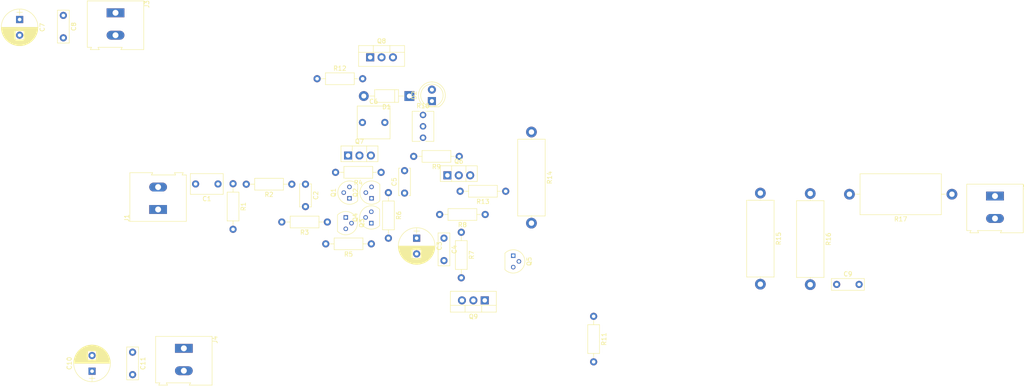
<source format=kicad_pcb>
(kicad_pcb (version 4) (host pcbnew 4.0.6)

  (general
    (links 69)
    (no_connects 69)
    (area 383.5506 16.024199 586.2198 93.247001)
    (thickness 1.6)
    (drawings 0)
    (tracks 0)
    (zones 0)
    (modules 43)
    (nets 27)
  )

  (page A4)
  (layers
    (0 F.Cu signal)
    (31 B.Cu signal)
    (32 B.Adhes user)
    (33 F.Adhes user)
    (34 B.Paste user)
    (35 F.Paste user)
    (36 B.SilkS user hide)
    (37 F.SilkS user hide)
    (38 B.Mask user)
    (39 F.Mask user)
    (40 Dwgs.User user)
    (41 Cmts.User user)
    (42 Eco1.User user)
    (43 Eco2.User user)
    (44 Edge.Cuts user)
    (45 Margin user)
    (46 B.CrtYd user)
    (47 F.CrtYd user)
    (48 B.Fab user)
    (49 F.Fab user hide)
  )

  (setup
    (last_trace_width 0.25)
    (trace_clearance 0.2)
    (zone_clearance 0.508)
    (zone_45_only no)
    (trace_min 0.2)
    (segment_width 0.2)
    (edge_width 0.15)
    (via_size 0.6)
    (via_drill 0.4)
    (via_min_size 0.4)
    (via_min_drill 0.3)
    (uvia_size 0.3)
    (uvia_drill 0.1)
    (uvias_allowed no)
    (uvia_min_size 0.2)
    (uvia_min_drill 0.1)
    (pcb_text_width 0.3)
    (pcb_text_size 1.5 1.5)
    (mod_edge_width 0.15)
    (mod_text_size 1 1)
    (mod_text_width 0.15)
    (pad_size 1.524 1.524)
    (pad_drill 0.762)
    (pad_to_mask_clearance 0.2)
    (aux_axis_origin 0 0)
    (visible_elements 7FFFEFFF)
    (pcbplotparams
      (layerselection 0x00030_80000001)
      (usegerberextensions false)
      (excludeedgelayer true)
      (linewidth 0.100000)
      (plotframeref false)
      (viasonmask false)
      (mode 1)
      (useauxorigin false)
      (hpglpennumber 1)
      (hpglpenspeed 20)
      (hpglpendiameter 15)
      (hpglpenoverlay 2)
      (psnegative false)
      (psa4output false)
      (plotreference true)
      (plotvalue true)
      (plotinvisibletext false)
      (padsonsilk false)
      (subtractmaskfromsilk false)
      (outputformat 1)
      (mirror false)
      (drillshape 1)
      (scaleselection 1)
      (outputdirectory ""))
  )

  (net 0 "")
  (net 1 "Net-(C1-Pad1)")
  (net 2 "Net-(C1-Pad2)")
  (net 3 "Net-(C2-Pad1)")
  (net 4 GND)
  (net 5 "Net-(C3-Pad1)")
  (net 6 "Net-(C5-Pad1)")
  (net 7 "Net-(C5-Pad2)")
  (net 8 "Net-(C6-Pad1)")
  (net 9 "Net-(C6-Pad2)")
  (net 10 "Net-(C7-Pad1)")
  (net 11 "Net-(C9-Pad1)")
  (net 12 "Net-(D1-Pad1)")
  (net 13 "Net-(D2-Pad1)")
  (net 14 "Net-(J2-Pad1)")
  (net 15 "Net-(Q1-Pad3)")
  (net 16 "Net-(Q1-Pad1)")
  (net 17 "Net-(Q3-Pad2)")
  (net 18 "Net-(Q3-Pad1)")
  (net 19 "Net-(Q5-Pad2)")
  (net 20 "Net-(Q5-Pad1)")
  (net 21 "Net-(Q8-Pad1)")
  (net 22 "Net-(Q8-Pad3)")
  (net 23 "Net-(Q9-Pad1)")
  (net 24 "Net-(Q9-Pad2)")
  (net 25 "Net-(R14-Pad2)")
  (net 26 "Net-(C10-Pad2)")

  (net_class Default "This is the default net class."
    (clearance 0.2)
    (trace_width 0.25)
    (via_dia 0.6)
    (via_drill 0.4)
    (uvia_dia 0.3)
    (uvia_drill 0.1)
    (add_net GND)
    (add_net "Net-(C1-Pad1)")
    (add_net "Net-(C1-Pad2)")
    (add_net "Net-(C10-Pad2)")
    (add_net "Net-(C2-Pad1)")
    (add_net "Net-(C3-Pad1)")
    (add_net "Net-(C5-Pad1)")
    (add_net "Net-(C5-Pad2)")
    (add_net "Net-(C6-Pad1)")
    (add_net "Net-(C6-Pad2)")
    (add_net "Net-(C7-Pad1)")
    (add_net "Net-(C9-Pad1)")
    (add_net "Net-(D1-Pad1)")
    (add_net "Net-(D2-Pad1)")
    (add_net "Net-(J2-Pad1)")
    (add_net "Net-(Q1-Pad1)")
    (add_net "Net-(Q1-Pad3)")
    (add_net "Net-(Q3-Pad1)")
    (add_net "Net-(Q3-Pad2)")
    (add_net "Net-(Q5-Pad1)")
    (add_net "Net-(Q5-Pad2)")
    (add_net "Net-(Q8-Pad1)")
    (add_net "Net-(Q8-Pad3)")
    (add_net "Net-(Q9-Pad1)")
    (add_net "Net-(Q9-Pad2)")
    (add_net "Net-(R14-Pad2)")
  )

  (net_class Power ""
    (clearance 0.4)
    (trace_width 18.7)
    (via_dia 0.6)
    (via_drill 0.4)
    (uvia_dia 0.3)
    (uvia_drill 0.1)
  )

  (module Capacitors_THT:C_Rect_L7.2mm_W4.5mm_P5.00mm_FKS2_FKP2_MKS2_MKP2 (layer F.Cu) (tedit 5920C257) (tstamp 5943B9BF)
    (at 404.876 50.2412 180)
    (descr "C, Rect series, Radial, pin pitch=5.00mm, , length*width=7.2*4.5mm^2, Capacitor, http://www.wima.com/EN/WIMA_FKS_2.pdf")
    (tags "C Rect series Radial pin pitch 5.00mm  length 7.2mm width 4.5mm Capacitor")
    (path /5926715E)
    (fp_text reference C1 (at 2.5 -3.31 180) (layer F.SilkS)
      (effects (font (size 1 1) (thickness 0.15)))
    )
    (fp_text value 470nF (at 2.5 3.31 180) (layer F.Fab)
      (effects (font (size 1 1) (thickness 0.15)))
    )
    (fp_text user %R (at 2.5 0 360) (layer F.Fab)
      (effects (font (size 1 1) (thickness 0.15)))
    )
    (fp_line (start -1.1 -2.25) (end -1.1 2.25) (layer F.Fab) (width 0.1))
    (fp_line (start -1.1 2.25) (end 6.1 2.25) (layer F.Fab) (width 0.1))
    (fp_line (start 6.1 2.25) (end 6.1 -2.25) (layer F.Fab) (width 0.1))
    (fp_line (start 6.1 -2.25) (end -1.1 -2.25) (layer F.Fab) (width 0.1))
    (fp_line (start -1.16 -2.31) (end 6.16 -2.31) (layer F.SilkS) (width 0.12))
    (fp_line (start -1.16 2.31) (end 6.16 2.31) (layer F.SilkS) (width 0.12))
    (fp_line (start -1.16 -2.31) (end -1.16 2.31) (layer F.SilkS) (width 0.12))
    (fp_line (start 6.16 -2.31) (end 6.16 2.31) (layer F.SilkS) (width 0.12))
    (fp_line (start -1.45 -2.6) (end -1.45 2.6) (layer F.CrtYd) (width 0.05))
    (fp_line (start -1.45 2.6) (end 6.45 2.6) (layer F.CrtYd) (width 0.05))
    (fp_line (start 6.45 2.6) (end 6.45 -2.6) (layer F.CrtYd) (width 0.05))
    (fp_line (start 6.45 -2.6) (end -1.45 -2.6) (layer F.CrtYd) (width 0.05))
    (pad 1 thru_hole circle (at 0 0 180) (size 1.6 1.6) (drill 0.8) (layers *.Cu *.Mask)
      (net 1 "Net-(C1-Pad1)"))
    (pad 2 thru_hole circle (at 5 0 180) (size 1.6 1.6) (drill 0.8) (layers *.Cu *.Mask)
      (net 2 "Net-(C1-Pad2)"))
    (model ${KISYS3DMOD}/Capacitors_THT.3dshapes/C_Rect_L7.2mm_W4.5mm_P5.00mm_FKS2_FKP2_MKS2_MKP2.wrl
      (at (xyz 0 0 0))
      (scale (xyz 1 1 1))
      (rotate (xyz 0 0 0))
    )
  )

  (module Capacitors_THT:C_Disc_D5.0mm_W2.5mm_P5.00mm (layer F.Cu) (tedit 5920C254) (tstamp 5943B9D4)
    (at 424.3832 50.292 270)
    (descr "C, Disc series, Radial, pin pitch=5.00mm, , diameter*width=5*2.5mm^2, Capacitor, http://cdn-reichelt.de/documents/datenblatt/B300/DS_KERKO_TC.pdf")
    (tags "C Disc series Radial pin pitch 5.00mm  diameter 5mm width 2.5mm Capacitor")
    (path /5926719F)
    (fp_text reference C2 (at 2.5 -2.31 270) (layer F.SilkS)
      (effects (font (size 1 1) (thickness 0.15)))
    )
    (fp_text value 470pF (at 2.5 2.31 270) (layer F.Fab)
      (effects (font (size 1 1) (thickness 0.15)))
    )
    (fp_text user %R (at 2.5 0 270) (layer F.Fab)
      (effects (font (size 1 1) (thickness 0.15)))
    )
    (fp_line (start 0 -1.25) (end 0 1.25) (layer F.Fab) (width 0.1))
    (fp_line (start 0 1.25) (end 5 1.25) (layer F.Fab) (width 0.1))
    (fp_line (start 5 1.25) (end 5 -1.25) (layer F.Fab) (width 0.1))
    (fp_line (start 5 -1.25) (end 0 -1.25) (layer F.Fab) (width 0.1))
    (fp_line (start -0.06 -1.31) (end 5.06 -1.31) (layer F.SilkS) (width 0.12))
    (fp_line (start -0.06 1.31) (end 5.06 1.31) (layer F.SilkS) (width 0.12))
    (fp_line (start -0.06 -1.31) (end -0.06 -0.996) (layer F.SilkS) (width 0.12))
    (fp_line (start -0.06 0.996) (end -0.06 1.31) (layer F.SilkS) (width 0.12))
    (fp_line (start 5.06 -1.31) (end 5.06 -0.996) (layer F.SilkS) (width 0.12))
    (fp_line (start 5.06 0.996) (end 5.06 1.31) (layer F.SilkS) (width 0.12))
    (fp_line (start -1.05 -1.6) (end -1.05 1.6) (layer F.CrtYd) (width 0.05))
    (fp_line (start -1.05 1.6) (end 6.05 1.6) (layer F.CrtYd) (width 0.05))
    (fp_line (start 6.05 1.6) (end 6.05 -1.6) (layer F.CrtYd) (width 0.05))
    (fp_line (start 6.05 -1.6) (end -1.05 -1.6) (layer F.CrtYd) (width 0.05))
    (pad 1 thru_hole circle (at 0 0 270) (size 1.6 1.6) (drill 0.8) (layers *.Cu *.Mask)
      (net 3 "Net-(C2-Pad1)"))
    (pad 2 thru_hole circle (at 5 0 270) (size 1.6 1.6) (drill 0.8) (layers *.Cu *.Mask)
      (net 4 GND))
    (model ${KISYS3DMOD}/Capacitors_THT.3dshapes/C_Disc_D5.0mm_W2.5mm_P5.00mm.wrl
      (at (xyz 0 0 0))
      (scale (xyz 0.393701 0.393701 0.393701))
      (rotate (xyz 0 0 0))
    )
  )

  (module Capacitors_THT:CP_Radial_D8.0mm_P3.50mm (layer F.Cu) (tedit 5920C257) (tstamp 5943BA7D)
    (at 449.1736 62.3368 270)
    (descr "CP, Radial series, Radial, pin pitch=3.50mm, , diameter=8mm, Electrolytic Capacitor")
    (tags "CP Radial series Radial pin pitch 3.50mm  diameter 8mm Electrolytic Capacitor")
    (path /5926787C)
    (fp_text reference C3 (at 1.75 -5.06 270) (layer F.SilkS)
      (effects (font (size 1 1) (thickness 0.15)))
    )
    (fp_text value 47uF (at 1.75 5.06 270) (layer F.Fab)
      (effects (font (size 1 1) (thickness 0.15)))
    )
    (fp_text user %R (at 1.75 0 270) (layer F.Fab)
      (effects (font (size 1 1) (thickness 0.15)))
    )
    (fp_line (start -2.2 0) (end -1 0) (layer F.Fab) (width 0.1))
    (fp_line (start -1.6 -0.65) (end -1.6 0.65) (layer F.Fab) (width 0.1))
    (fp_line (start 1.75 -4.05) (end 1.75 4.05) (layer F.SilkS) (width 0.12))
    (fp_line (start 1.79 -4.05) (end 1.79 4.05) (layer F.SilkS) (width 0.12))
    (fp_line (start 1.83 -4.05) (end 1.83 4.05) (layer F.SilkS) (width 0.12))
    (fp_line (start 1.87 -4.049) (end 1.87 4.049) (layer F.SilkS) (width 0.12))
    (fp_line (start 1.91 -4.047) (end 1.91 4.047) (layer F.SilkS) (width 0.12))
    (fp_line (start 1.95 -4.046) (end 1.95 4.046) (layer F.SilkS) (width 0.12))
    (fp_line (start 1.99 -4.043) (end 1.99 4.043) (layer F.SilkS) (width 0.12))
    (fp_line (start 2.03 -4.041) (end 2.03 4.041) (layer F.SilkS) (width 0.12))
    (fp_line (start 2.07 -4.038) (end 2.07 4.038) (layer F.SilkS) (width 0.12))
    (fp_line (start 2.11 -4.035) (end 2.11 4.035) (layer F.SilkS) (width 0.12))
    (fp_line (start 2.15 -4.031) (end 2.15 4.031) (layer F.SilkS) (width 0.12))
    (fp_line (start 2.19 -4.027) (end 2.19 4.027) (layer F.SilkS) (width 0.12))
    (fp_line (start 2.23 -4.022) (end 2.23 4.022) (layer F.SilkS) (width 0.12))
    (fp_line (start 2.27 -4.017) (end 2.27 4.017) (layer F.SilkS) (width 0.12))
    (fp_line (start 2.31 -4.012) (end 2.31 4.012) (layer F.SilkS) (width 0.12))
    (fp_line (start 2.35 -4.006) (end 2.35 4.006) (layer F.SilkS) (width 0.12))
    (fp_line (start 2.39 -4) (end 2.39 4) (layer F.SilkS) (width 0.12))
    (fp_line (start 2.43 -3.994) (end 2.43 3.994) (layer F.SilkS) (width 0.12))
    (fp_line (start 2.471 -3.987) (end 2.471 3.987) (layer F.SilkS) (width 0.12))
    (fp_line (start 2.511 -3.979) (end 2.511 3.979) (layer F.SilkS) (width 0.12))
    (fp_line (start 2.551 -3.971) (end 2.551 -0.98) (layer F.SilkS) (width 0.12))
    (fp_line (start 2.551 0.98) (end 2.551 3.971) (layer F.SilkS) (width 0.12))
    (fp_line (start 2.591 -3.963) (end 2.591 -0.98) (layer F.SilkS) (width 0.12))
    (fp_line (start 2.591 0.98) (end 2.591 3.963) (layer F.SilkS) (width 0.12))
    (fp_line (start 2.631 -3.955) (end 2.631 -0.98) (layer F.SilkS) (width 0.12))
    (fp_line (start 2.631 0.98) (end 2.631 3.955) (layer F.SilkS) (width 0.12))
    (fp_line (start 2.671 -3.946) (end 2.671 -0.98) (layer F.SilkS) (width 0.12))
    (fp_line (start 2.671 0.98) (end 2.671 3.946) (layer F.SilkS) (width 0.12))
    (fp_line (start 2.711 -3.936) (end 2.711 -0.98) (layer F.SilkS) (width 0.12))
    (fp_line (start 2.711 0.98) (end 2.711 3.936) (layer F.SilkS) (width 0.12))
    (fp_line (start 2.751 -3.926) (end 2.751 -0.98) (layer F.SilkS) (width 0.12))
    (fp_line (start 2.751 0.98) (end 2.751 3.926) (layer F.SilkS) (width 0.12))
    (fp_line (start 2.791 -3.916) (end 2.791 -0.98) (layer F.SilkS) (width 0.12))
    (fp_line (start 2.791 0.98) (end 2.791 3.916) (layer F.SilkS) (width 0.12))
    (fp_line (start 2.831 -3.905) (end 2.831 -0.98) (layer F.SilkS) (width 0.12))
    (fp_line (start 2.831 0.98) (end 2.831 3.905) (layer F.SilkS) (width 0.12))
    (fp_line (start 2.871 -3.894) (end 2.871 -0.98) (layer F.SilkS) (width 0.12))
    (fp_line (start 2.871 0.98) (end 2.871 3.894) (layer F.SilkS) (width 0.12))
    (fp_line (start 2.911 -3.883) (end 2.911 -0.98) (layer F.SilkS) (width 0.12))
    (fp_line (start 2.911 0.98) (end 2.911 3.883) (layer F.SilkS) (width 0.12))
    (fp_line (start 2.951 -3.87) (end 2.951 -0.98) (layer F.SilkS) (width 0.12))
    (fp_line (start 2.951 0.98) (end 2.951 3.87) (layer F.SilkS) (width 0.12))
    (fp_line (start 2.991 -3.858) (end 2.991 -0.98) (layer F.SilkS) (width 0.12))
    (fp_line (start 2.991 0.98) (end 2.991 3.858) (layer F.SilkS) (width 0.12))
    (fp_line (start 3.031 -3.845) (end 3.031 -0.98) (layer F.SilkS) (width 0.12))
    (fp_line (start 3.031 0.98) (end 3.031 3.845) (layer F.SilkS) (width 0.12))
    (fp_line (start 3.071 -3.832) (end 3.071 -0.98) (layer F.SilkS) (width 0.12))
    (fp_line (start 3.071 0.98) (end 3.071 3.832) (layer F.SilkS) (width 0.12))
    (fp_line (start 3.111 -3.818) (end 3.111 -0.98) (layer F.SilkS) (width 0.12))
    (fp_line (start 3.111 0.98) (end 3.111 3.818) (layer F.SilkS) (width 0.12))
    (fp_line (start 3.151 -3.803) (end 3.151 -0.98) (layer F.SilkS) (width 0.12))
    (fp_line (start 3.151 0.98) (end 3.151 3.803) (layer F.SilkS) (width 0.12))
    (fp_line (start 3.191 -3.789) (end 3.191 -0.98) (layer F.SilkS) (width 0.12))
    (fp_line (start 3.191 0.98) (end 3.191 3.789) (layer F.SilkS) (width 0.12))
    (fp_line (start 3.231 -3.773) (end 3.231 -0.98) (layer F.SilkS) (width 0.12))
    (fp_line (start 3.231 0.98) (end 3.231 3.773) (layer F.SilkS) (width 0.12))
    (fp_line (start 3.271 -3.758) (end 3.271 -0.98) (layer F.SilkS) (width 0.12))
    (fp_line (start 3.271 0.98) (end 3.271 3.758) (layer F.SilkS) (width 0.12))
    (fp_line (start 3.311 -3.741) (end 3.311 -0.98) (layer F.SilkS) (width 0.12))
    (fp_line (start 3.311 0.98) (end 3.311 3.741) (layer F.SilkS) (width 0.12))
    (fp_line (start 3.351 -3.725) (end 3.351 -0.98) (layer F.SilkS) (width 0.12))
    (fp_line (start 3.351 0.98) (end 3.351 3.725) (layer F.SilkS) (width 0.12))
    (fp_line (start 3.391 -3.707) (end 3.391 -0.98) (layer F.SilkS) (width 0.12))
    (fp_line (start 3.391 0.98) (end 3.391 3.707) (layer F.SilkS) (width 0.12))
    (fp_line (start 3.431 -3.69) (end 3.431 -0.98) (layer F.SilkS) (width 0.12))
    (fp_line (start 3.431 0.98) (end 3.431 3.69) (layer F.SilkS) (width 0.12))
    (fp_line (start 3.471 -3.671) (end 3.471 -0.98) (layer F.SilkS) (width 0.12))
    (fp_line (start 3.471 0.98) (end 3.471 3.671) (layer F.SilkS) (width 0.12))
    (fp_line (start 3.511 -3.652) (end 3.511 -0.98) (layer F.SilkS) (width 0.12))
    (fp_line (start 3.511 0.98) (end 3.511 3.652) (layer F.SilkS) (width 0.12))
    (fp_line (start 3.551 -3.633) (end 3.551 -0.98) (layer F.SilkS) (width 0.12))
    (fp_line (start 3.551 0.98) (end 3.551 3.633) (layer F.SilkS) (width 0.12))
    (fp_line (start 3.591 -3.613) (end 3.591 -0.98) (layer F.SilkS) (width 0.12))
    (fp_line (start 3.591 0.98) (end 3.591 3.613) (layer F.SilkS) (width 0.12))
    (fp_line (start 3.631 -3.593) (end 3.631 -0.98) (layer F.SilkS) (width 0.12))
    (fp_line (start 3.631 0.98) (end 3.631 3.593) (layer F.SilkS) (width 0.12))
    (fp_line (start 3.671 -3.572) (end 3.671 -0.98) (layer F.SilkS) (width 0.12))
    (fp_line (start 3.671 0.98) (end 3.671 3.572) (layer F.SilkS) (width 0.12))
    (fp_line (start 3.711 -3.55) (end 3.711 -0.98) (layer F.SilkS) (width 0.12))
    (fp_line (start 3.711 0.98) (end 3.711 3.55) (layer F.SilkS) (width 0.12))
    (fp_line (start 3.751 -3.528) (end 3.751 -0.98) (layer F.SilkS) (width 0.12))
    (fp_line (start 3.751 0.98) (end 3.751 3.528) (layer F.SilkS) (width 0.12))
    (fp_line (start 3.791 -3.505) (end 3.791 -0.98) (layer F.SilkS) (width 0.12))
    (fp_line (start 3.791 0.98) (end 3.791 3.505) (layer F.SilkS) (width 0.12))
    (fp_line (start 3.831 -3.482) (end 3.831 -0.98) (layer F.SilkS) (width 0.12))
    (fp_line (start 3.831 0.98) (end 3.831 3.482) (layer F.SilkS) (width 0.12))
    (fp_line (start 3.871 -3.458) (end 3.871 -0.98) (layer F.SilkS) (width 0.12))
    (fp_line (start 3.871 0.98) (end 3.871 3.458) (layer F.SilkS) (width 0.12))
    (fp_line (start 3.911 -3.434) (end 3.911 -0.98) (layer F.SilkS) (width 0.12))
    (fp_line (start 3.911 0.98) (end 3.911 3.434) (layer F.SilkS) (width 0.12))
    (fp_line (start 3.951 -3.408) (end 3.951 -0.98) (layer F.SilkS) (width 0.12))
    (fp_line (start 3.951 0.98) (end 3.951 3.408) (layer F.SilkS) (width 0.12))
    (fp_line (start 3.991 -3.383) (end 3.991 -0.98) (layer F.SilkS) (width 0.12))
    (fp_line (start 3.991 0.98) (end 3.991 3.383) (layer F.SilkS) (width 0.12))
    (fp_line (start 4.031 -3.356) (end 4.031 -0.98) (layer F.SilkS) (width 0.12))
    (fp_line (start 4.031 0.98) (end 4.031 3.356) (layer F.SilkS) (width 0.12))
    (fp_line (start 4.071 -3.329) (end 4.071 -0.98) (layer F.SilkS) (width 0.12))
    (fp_line (start 4.071 0.98) (end 4.071 3.329) (layer F.SilkS) (width 0.12))
    (fp_line (start 4.111 -3.301) (end 4.111 -0.98) (layer F.SilkS) (width 0.12))
    (fp_line (start 4.111 0.98) (end 4.111 3.301) (layer F.SilkS) (width 0.12))
    (fp_line (start 4.151 -3.272) (end 4.151 -0.98) (layer F.SilkS) (width 0.12))
    (fp_line (start 4.151 0.98) (end 4.151 3.272) (layer F.SilkS) (width 0.12))
    (fp_line (start 4.191 -3.243) (end 4.191 -0.98) (layer F.SilkS) (width 0.12))
    (fp_line (start 4.191 0.98) (end 4.191 3.243) (layer F.SilkS) (width 0.12))
    (fp_line (start 4.231 -3.213) (end 4.231 -0.98) (layer F.SilkS) (width 0.12))
    (fp_line (start 4.231 0.98) (end 4.231 3.213) (layer F.SilkS) (width 0.12))
    (fp_line (start 4.271 -3.182) (end 4.271 -0.98) (layer F.SilkS) (width 0.12))
    (fp_line (start 4.271 0.98) (end 4.271 3.182) (layer F.SilkS) (width 0.12))
    (fp_line (start 4.311 -3.15) (end 4.311 -0.98) (layer F.SilkS) (width 0.12))
    (fp_line (start 4.311 0.98) (end 4.311 3.15) (layer F.SilkS) (width 0.12))
    (fp_line (start 4.351 -3.118) (end 4.351 -0.98) (layer F.SilkS) (width 0.12))
    (fp_line (start 4.351 0.98) (end 4.351 3.118) (layer F.SilkS) (width 0.12))
    (fp_line (start 4.391 -3.084) (end 4.391 -0.98) (layer F.SilkS) (width 0.12))
    (fp_line (start 4.391 0.98) (end 4.391 3.084) (layer F.SilkS) (width 0.12))
    (fp_line (start 4.431 -3.05) (end 4.431 -0.98) (layer F.SilkS) (width 0.12))
    (fp_line (start 4.431 0.98) (end 4.431 3.05) (layer F.SilkS) (width 0.12))
    (fp_line (start 4.471 -3.015) (end 4.471 -0.98) (layer F.SilkS) (width 0.12))
    (fp_line (start 4.471 0.98) (end 4.471 3.015) (layer F.SilkS) (width 0.12))
    (fp_line (start 4.511 -2.979) (end 4.511 2.979) (layer F.SilkS) (width 0.12))
    (fp_line (start 4.551 -2.942) (end 4.551 2.942) (layer F.SilkS) (width 0.12))
    (fp_line (start 4.591 -2.904) (end 4.591 2.904) (layer F.SilkS) (width 0.12))
    (fp_line (start 4.631 -2.865) (end 4.631 2.865) (layer F.SilkS) (width 0.12))
    (fp_line (start 4.671 -2.824) (end 4.671 2.824) (layer F.SilkS) (width 0.12))
    (fp_line (start 4.711 -2.783) (end 4.711 2.783) (layer F.SilkS) (width 0.12))
    (fp_line (start 4.751 -2.74) (end 4.751 2.74) (layer F.SilkS) (width 0.12))
    (fp_line (start 4.791 -2.697) (end 4.791 2.697) (layer F.SilkS) (width 0.12))
    (fp_line (start 4.831 -2.652) (end 4.831 2.652) (layer F.SilkS) (width 0.12))
    (fp_line (start 4.871 -2.605) (end 4.871 2.605) (layer F.SilkS) (width 0.12))
    (fp_line (start 4.911 -2.557) (end 4.911 2.557) (layer F.SilkS) (width 0.12))
    (fp_line (start 4.951 -2.508) (end 4.951 2.508) (layer F.SilkS) (width 0.12))
    (fp_line (start 4.991 -2.457) (end 4.991 2.457) (layer F.SilkS) (width 0.12))
    (fp_line (start 5.031 -2.404) (end 5.031 2.404) (layer F.SilkS) (width 0.12))
    (fp_line (start 5.071 -2.349) (end 5.071 2.349) (layer F.SilkS) (width 0.12))
    (fp_line (start 5.111 -2.293) (end 5.111 2.293) (layer F.SilkS) (width 0.12))
    (fp_line (start 5.151 -2.234) (end 5.151 2.234) (layer F.SilkS) (width 0.12))
    (fp_line (start 5.191 -2.173) (end 5.191 2.173) (layer F.SilkS) (width 0.12))
    (fp_line (start 5.231 -2.109) (end 5.231 2.109) (layer F.SilkS) (width 0.12))
    (fp_line (start 5.271 -2.043) (end 5.271 2.043) (layer F.SilkS) (width 0.12))
    (fp_line (start 5.311 -1.974) (end 5.311 1.974) (layer F.SilkS) (width 0.12))
    (fp_line (start 5.351 -1.902) (end 5.351 1.902) (layer F.SilkS) (width 0.12))
    (fp_line (start 5.391 -1.826) (end 5.391 1.826) (layer F.SilkS) (width 0.12))
    (fp_line (start 5.431 -1.745) (end 5.431 1.745) (layer F.SilkS) (width 0.12))
    (fp_line (start 5.471 -1.66) (end 5.471 1.66) (layer F.SilkS) (width 0.12))
    (fp_line (start 5.511 -1.57) (end 5.511 1.57) (layer F.SilkS) (width 0.12))
    (fp_line (start 5.551 -1.473) (end 5.551 1.473) (layer F.SilkS) (width 0.12))
    (fp_line (start 5.591 -1.369) (end 5.591 1.369) (layer F.SilkS) (width 0.12))
    (fp_line (start 5.631 -1.254) (end 5.631 1.254) (layer F.SilkS) (width 0.12))
    (fp_line (start 5.671 -1.127) (end 5.671 1.127) (layer F.SilkS) (width 0.12))
    (fp_line (start 5.711 -0.983) (end 5.711 0.983) (layer F.SilkS) (width 0.12))
    (fp_line (start 5.751 -0.814) (end 5.751 0.814) (layer F.SilkS) (width 0.12))
    (fp_line (start 5.791 -0.598) (end 5.791 0.598) (layer F.SilkS) (width 0.12))
    (fp_line (start 5.831 -0.246) (end 5.831 0.246) (layer F.SilkS) (width 0.12))
    (fp_line (start -2.2 0) (end -1 0) (layer F.SilkS) (width 0.12))
    (fp_line (start -1.6 -0.65) (end -1.6 0.65) (layer F.SilkS) (width 0.12))
    (fp_line (start -2.6 -4.35) (end -2.6 4.35) (layer F.CrtYd) (width 0.05))
    (fp_line (start -2.6 4.35) (end 6.1 4.35) (layer F.CrtYd) (width 0.05))
    (fp_line (start 6.1 4.35) (end 6.1 -4.35) (layer F.CrtYd) (width 0.05))
    (fp_line (start 6.1 -4.35) (end -2.6 -4.35) (layer F.CrtYd) (width 0.05))
    (fp_circle (center 1.75 0) (end 5.75 0) (layer F.Fab) (width 0.1))
    (fp_circle (center 1.75 0) (end 5.84 0) (layer F.SilkS) (width 0.12))
    (pad 1 thru_hole rect (at 0 0 270) (size 1.6 1.6) (drill 0.8) (layers *.Cu *.Mask)
      (net 5 "Net-(C3-Pad1)"))
    (pad 2 thru_hole circle (at 3.5 0 270) (size 1.6 1.6) (drill 0.8) (layers *.Cu *.Mask)
      (net 4 GND))
    (model ${KISYS3DMOD}/Capacitors_THT.3dshapes/CP_Radial_D8.0mm_P3.50mm.wrl
      (at (xyz 0 0 0))
      (scale (xyz 1 1 1))
      (rotate (xyz 0 0 0))
    )
  )

  (module Capacitors_THT:C_Rect_L7.2mm_W2.5mm_P5.00mm_FKS2_FKP2_MKS2_MKP2 (layer F.Cu) (tedit 5920C257) (tstamp 5943BA90)
    (at 455.2696 62.3316 270)
    (descr "C, Rect series, Radial, pin pitch=5.00mm, , length*width=7.2*2.5mm^2, Capacitor, http://www.wima.com/EN/WIMA_FKS_2.pdf")
    (tags "C Rect series Radial pin pitch 5.00mm  length 7.2mm width 2.5mm Capacitor")
    (path /592672AE)
    (fp_text reference C4 (at 2.5 -2.31 270) (layer F.SilkS)
      (effects (font (size 1 1) (thickness 0.15)))
    )
    (fp_text value 100nF (at 2.5 2.31 270) (layer F.Fab)
      (effects (font (size 1 1) (thickness 0.15)))
    )
    (fp_text user %R (at 2.5 0 270) (layer F.Fab)
      (effects (font (size 1 1) (thickness 0.15)))
    )
    (fp_line (start -1.1 -1.25) (end -1.1 1.25) (layer F.Fab) (width 0.1))
    (fp_line (start -1.1 1.25) (end 6.1 1.25) (layer F.Fab) (width 0.1))
    (fp_line (start 6.1 1.25) (end 6.1 -1.25) (layer F.Fab) (width 0.1))
    (fp_line (start 6.1 -1.25) (end -1.1 -1.25) (layer F.Fab) (width 0.1))
    (fp_line (start -1.16 -1.31) (end 6.16 -1.31) (layer F.SilkS) (width 0.12))
    (fp_line (start -1.16 1.31) (end 6.16 1.31) (layer F.SilkS) (width 0.12))
    (fp_line (start -1.16 -1.31) (end -1.16 1.31) (layer F.SilkS) (width 0.12))
    (fp_line (start 6.16 -1.31) (end 6.16 1.31) (layer F.SilkS) (width 0.12))
    (fp_line (start -1.45 -1.6) (end -1.45 1.6) (layer F.CrtYd) (width 0.05))
    (fp_line (start -1.45 1.6) (end 6.45 1.6) (layer F.CrtYd) (width 0.05))
    (fp_line (start 6.45 1.6) (end 6.45 -1.6) (layer F.CrtYd) (width 0.05))
    (fp_line (start 6.45 -1.6) (end -1.45 -1.6) (layer F.CrtYd) (width 0.05))
    (pad 1 thru_hole circle (at 0 0 270) (size 1.6 1.6) (drill 0.8) (layers *.Cu *.Mask)
      (net 5 "Net-(C3-Pad1)"))
    (pad 2 thru_hole circle (at 5 0 270) (size 1.6 1.6) (drill 0.8) (layers *.Cu *.Mask)
      (net 4 GND))
    (model ${KISYS3DMOD}/Capacitors_THT.3dshapes/C_Rect_L7.2mm_W2.5mm_P5.00mm_FKS2_FKP2_MKS2_MKP2.wrl
      (at (xyz 0 0 0))
      (scale (xyz 1 1 1))
      (rotate (xyz 0 0 0))
    )
  )

  (module Capacitors_THT:C_Disc_D6.0mm_W2.5mm_P5.00mm (layer F.Cu) (tedit 5920C254) (tstamp 5943BAA5)
    (at 446.4812 52.2732 90)
    (descr "C, Disc series, Radial, pin pitch=5.00mm, , diameter*width=6*2.5mm^2, Capacitor, http://cdn-reichelt.de/documents/datenblatt/B300/DS_KERKO_TC.pdf")
    (tags "C Disc series Radial pin pitch 5.00mm  diameter 6mm width 2.5mm Capacitor")
    (path /5926728D)
    (fp_text reference C5 (at 2.5 -2.31 90) (layer F.SilkS)
      (effects (font (size 1 1) (thickness 0.15)))
    )
    (fp_text value 10pF (at 2.5 2.31 90) (layer F.Fab)
      (effects (font (size 1 1) (thickness 0.15)))
    )
    (fp_text user %R (at 2.5 0 90) (layer F.Fab)
      (effects (font (size 1 1) (thickness 0.15)))
    )
    (fp_line (start -0.5 -1.25) (end -0.5 1.25) (layer F.Fab) (width 0.1))
    (fp_line (start -0.5 1.25) (end 5.5 1.25) (layer F.Fab) (width 0.1))
    (fp_line (start 5.5 1.25) (end 5.5 -1.25) (layer F.Fab) (width 0.1))
    (fp_line (start 5.5 -1.25) (end -0.5 -1.25) (layer F.Fab) (width 0.1))
    (fp_line (start -0.56 -1.31) (end 5.56 -1.31) (layer F.SilkS) (width 0.12))
    (fp_line (start -0.56 1.31) (end 5.56 1.31) (layer F.SilkS) (width 0.12))
    (fp_line (start -0.56 -1.31) (end -0.56 -0.996) (layer F.SilkS) (width 0.12))
    (fp_line (start -0.56 0.996) (end -0.56 1.31) (layer F.SilkS) (width 0.12))
    (fp_line (start 5.56 -1.31) (end 5.56 -0.996) (layer F.SilkS) (width 0.12))
    (fp_line (start 5.56 0.996) (end 5.56 1.31) (layer F.SilkS) (width 0.12))
    (fp_line (start -1.05 -1.6) (end -1.05 1.6) (layer F.CrtYd) (width 0.05))
    (fp_line (start -1.05 1.6) (end 6.05 1.6) (layer F.CrtYd) (width 0.05))
    (fp_line (start 6.05 1.6) (end 6.05 -1.6) (layer F.CrtYd) (width 0.05))
    (fp_line (start 6.05 -1.6) (end -1.05 -1.6) (layer F.CrtYd) (width 0.05))
    (pad 1 thru_hole circle (at 0 0 90) (size 1.6 1.6) (drill 0.8) (layers *.Cu *.Mask)
      (net 6 "Net-(C5-Pad1)"))
    (pad 2 thru_hole circle (at 5 0 90) (size 1.6 1.6) (drill 0.8) (layers *.Cu *.Mask)
      (net 7 "Net-(C5-Pad2)"))
    (model ${KISYS3DMOD}/Capacitors_THT.3dshapes/C_Disc_D6.0mm_W2.5mm_P5.00mm.wrl
      (at (xyz 0 0 0))
      (scale (xyz 0.393701 0.393701 0.393701))
      (rotate (xyz 0 0 0))
    )
  )

  (module Capacitors_THT:C_Rect_L7.2mm_W7.2mm_P5.00mm_FKS2_FKP2_MKS2_MKP2 (layer F.Cu) (tedit 5920C257) (tstamp 5943BAB8)
    (at 437.0832 36.5252)
    (descr "C, Rect series, Radial, pin pitch=5.00mm, , length*width=7.2*7.2mm^2, Capacitor, http://www.wima.com/EN/WIMA_FKS_2.pdf")
    (tags "C Rect series Radial pin pitch 5.00mm  length 7.2mm width 7.2mm Capacitor")
    (path /5926726E)
    (fp_text reference C6 (at 2.5 -4.66) (layer F.SilkS)
      (effects (font (size 1 1) (thickness 0.15)))
    )
    (fp_text value 1uF (at 2.5 4.66) (layer F.Fab)
      (effects (font (size 1 1) (thickness 0.15)))
    )
    (fp_text user %R (at 2.5 0) (layer F.Fab)
      (effects (font (size 1 1) (thickness 0.15)))
    )
    (fp_line (start -1.1 -3.6) (end -1.1 3.6) (layer F.Fab) (width 0.1))
    (fp_line (start -1.1 3.6) (end 6.1 3.6) (layer F.Fab) (width 0.1))
    (fp_line (start 6.1 3.6) (end 6.1 -3.6) (layer F.Fab) (width 0.1))
    (fp_line (start 6.1 -3.6) (end -1.1 -3.6) (layer F.Fab) (width 0.1))
    (fp_line (start -1.16 -3.66) (end 6.16 -3.66) (layer F.SilkS) (width 0.12))
    (fp_line (start -1.16 3.66) (end 6.16 3.66) (layer F.SilkS) (width 0.12))
    (fp_line (start -1.16 -3.66) (end -1.16 3.66) (layer F.SilkS) (width 0.12))
    (fp_line (start 6.16 -3.66) (end 6.16 3.66) (layer F.SilkS) (width 0.12))
    (fp_line (start -1.45 -3.95) (end -1.45 3.95) (layer F.CrtYd) (width 0.05))
    (fp_line (start -1.45 3.95) (end 6.45 3.95) (layer F.CrtYd) (width 0.05))
    (fp_line (start 6.45 3.95) (end 6.45 -3.95) (layer F.CrtYd) (width 0.05))
    (fp_line (start 6.45 -3.95) (end -1.45 -3.95) (layer F.CrtYd) (width 0.05))
    (pad 1 thru_hole circle (at 0 0) (size 1.6 1.6) (drill 0.8) (layers *.Cu *.Mask)
      (net 8 "Net-(C6-Pad1)"))
    (pad 2 thru_hole circle (at 5 0) (size 1.6 1.6) (drill 0.8) (layers *.Cu *.Mask)
      (net 9 "Net-(C6-Pad2)"))
    (model ${KISYS3DMOD}/Capacitors_THT.3dshapes/C_Rect_L7.2mm_W7.2mm_P5.00mm_FKS2_FKP2_MKS2_MKP2.wrl
      (at (xyz 0 0 0))
      (scale (xyz 1 1 1))
      (rotate (xyz 0 0 0))
    )
  )

  (module Capacitors_THT:CP_Radial_D8.0mm_P3.50mm (layer F.Cu) (tedit 5920C257) (tstamp 5943BB61)
    (at 360.6292 13.5636 270)
    (descr "CP, Radial series, Radial, pin pitch=3.50mm, , diameter=8mm, Electrolytic Capacitor")
    (tags "CP Radial series Radial pin pitch 3.50mm  diameter 8mm Electrolytic Capacitor")
    (path /5926756D)
    (fp_text reference C7 (at 1.75 -5.06 270) (layer F.SilkS)
      (effects (font (size 1 1) (thickness 0.15)))
    )
    (fp_text value 100uF (at 1.75 5.06 270) (layer F.Fab)
      (effects (font (size 1 1) (thickness 0.15)))
    )
    (fp_text user %R (at 1.75 0 270) (layer F.Fab)
      (effects (font (size 1 1) (thickness 0.15)))
    )
    (fp_line (start -2.2 0) (end -1 0) (layer F.Fab) (width 0.1))
    (fp_line (start -1.6 -0.65) (end -1.6 0.65) (layer F.Fab) (width 0.1))
    (fp_line (start 1.75 -4.05) (end 1.75 4.05) (layer F.SilkS) (width 0.12))
    (fp_line (start 1.79 -4.05) (end 1.79 4.05) (layer F.SilkS) (width 0.12))
    (fp_line (start 1.83 -4.05) (end 1.83 4.05) (layer F.SilkS) (width 0.12))
    (fp_line (start 1.87 -4.049) (end 1.87 4.049) (layer F.SilkS) (width 0.12))
    (fp_line (start 1.91 -4.047) (end 1.91 4.047) (layer F.SilkS) (width 0.12))
    (fp_line (start 1.95 -4.046) (end 1.95 4.046) (layer F.SilkS) (width 0.12))
    (fp_line (start 1.99 -4.043) (end 1.99 4.043) (layer F.SilkS) (width 0.12))
    (fp_line (start 2.03 -4.041) (end 2.03 4.041) (layer F.SilkS) (width 0.12))
    (fp_line (start 2.07 -4.038) (end 2.07 4.038) (layer F.SilkS) (width 0.12))
    (fp_line (start 2.11 -4.035) (end 2.11 4.035) (layer F.SilkS) (width 0.12))
    (fp_line (start 2.15 -4.031) (end 2.15 4.031) (layer F.SilkS) (width 0.12))
    (fp_line (start 2.19 -4.027) (end 2.19 4.027) (layer F.SilkS) (width 0.12))
    (fp_line (start 2.23 -4.022) (end 2.23 4.022) (layer F.SilkS) (width 0.12))
    (fp_line (start 2.27 -4.017) (end 2.27 4.017) (layer F.SilkS) (width 0.12))
    (fp_line (start 2.31 -4.012) (end 2.31 4.012) (layer F.SilkS) (width 0.12))
    (fp_line (start 2.35 -4.006) (end 2.35 4.006) (layer F.SilkS) (width 0.12))
    (fp_line (start 2.39 -4) (end 2.39 4) (layer F.SilkS) (width 0.12))
    (fp_line (start 2.43 -3.994) (end 2.43 3.994) (layer F.SilkS) (width 0.12))
    (fp_line (start 2.471 -3.987) (end 2.471 3.987) (layer F.SilkS) (width 0.12))
    (fp_line (start 2.511 -3.979) (end 2.511 3.979) (layer F.SilkS) (width 0.12))
    (fp_line (start 2.551 -3.971) (end 2.551 -0.98) (layer F.SilkS) (width 0.12))
    (fp_line (start 2.551 0.98) (end 2.551 3.971) (layer F.SilkS) (width 0.12))
    (fp_line (start 2.591 -3.963) (end 2.591 -0.98) (layer F.SilkS) (width 0.12))
    (fp_line (start 2.591 0.98) (end 2.591 3.963) (layer F.SilkS) (width 0.12))
    (fp_line (start 2.631 -3.955) (end 2.631 -0.98) (layer F.SilkS) (width 0.12))
    (fp_line (start 2.631 0.98) (end 2.631 3.955) (layer F.SilkS) (width 0.12))
    (fp_line (start 2.671 -3.946) (end 2.671 -0.98) (layer F.SilkS) (width 0.12))
    (fp_line (start 2.671 0.98) (end 2.671 3.946) (layer F.SilkS) (width 0.12))
    (fp_line (start 2.711 -3.936) (end 2.711 -0.98) (layer F.SilkS) (width 0.12))
    (fp_line (start 2.711 0.98) (end 2.711 3.936) (layer F.SilkS) (width 0.12))
    (fp_line (start 2.751 -3.926) (end 2.751 -0.98) (layer F.SilkS) (width 0.12))
    (fp_line (start 2.751 0.98) (end 2.751 3.926) (layer F.SilkS) (width 0.12))
    (fp_line (start 2.791 -3.916) (end 2.791 -0.98) (layer F.SilkS) (width 0.12))
    (fp_line (start 2.791 0.98) (end 2.791 3.916) (layer F.SilkS) (width 0.12))
    (fp_line (start 2.831 -3.905) (end 2.831 -0.98) (layer F.SilkS) (width 0.12))
    (fp_line (start 2.831 0.98) (end 2.831 3.905) (layer F.SilkS) (width 0.12))
    (fp_line (start 2.871 -3.894) (end 2.871 -0.98) (layer F.SilkS) (width 0.12))
    (fp_line (start 2.871 0.98) (end 2.871 3.894) (layer F.SilkS) (width 0.12))
    (fp_line (start 2.911 -3.883) (end 2.911 -0.98) (layer F.SilkS) (width 0.12))
    (fp_line (start 2.911 0.98) (end 2.911 3.883) (layer F.SilkS) (width 0.12))
    (fp_line (start 2.951 -3.87) (end 2.951 -0.98) (layer F.SilkS) (width 0.12))
    (fp_line (start 2.951 0.98) (end 2.951 3.87) (layer F.SilkS) (width 0.12))
    (fp_line (start 2.991 -3.858) (end 2.991 -0.98) (layer F.SilkS) (width 0.12))
    (fp_line (start 2.991 0.98) (end 2.991 3.858) (layer F.SilkS) (width 0.12))
    (fp_line (start 3.031 -3.845) (end 3.031 -0.98) (layer F.SilkS) (width 0.12))
    (fp_line (start 3.031 0.98) (end 3.031 3.845) (layer F.SilkS) (width 0.12))
    (fp_line (start 3.071 -3.832) (end 3.071 -0.98) (layer F.SilkS) (width 0.12))
    (fp_line (start 3.071 0.98) (end 3.071 3.832) (layer F.SilkS) (width 0.12))
    (fp_line (start 3.111 -3.818) (end 3.111 -0.98) (layer F.SilkS) (width 0.12))
    (fp_line (start 3.111 0.98) (end 3.111 3.818) (layer F.SilkS) (width 0.12))
    (fp_line (start 3.151 -3.803) (end 3.151 -0.98) (layer F.SilkS) (width 0.12))
    (fp_line (start 3.151 0.98) (end 3.151 3.803) (layer F.SilkS) (width 0.12))
    (fp_line (start 3.191 -3.789) (end 3.191 -0.98) (layer F.SilkS) (width 0.12))
    (fp_line (start 3.191 0.98) (end 3.191 3.789) (layer F.SilkS) (width 0.12))
    (fp_line (start 3.231 -3.773) (end 3.231 -0.98) (layer F.SilkS) (width 0.12))
    (fp_line (start 3.231 0.98) (end 3.231 3.773) (layer F.SilkS) (width 0.12))
    (fp_line (start 3.271 -3.758) (end 3.271 -0.98) (layer F.SilkS) (width 0.12))
    (fp_line (start 3.271 0.98) (end 3.271 3.758) (layer F.SilkS) (width 0.12))
    (fp_line (start 3.311 -3.741) (end 3.311 -0.98) (layer F.SilkS) (width 0.12))
    (fp_line (start 3.311 0.98) (end 3.311 3.741) (layer F.SilkS) (width 0.12))
    (fp_line (start 3.351 -3.725) (end 3.351 -0.98) (layer F.SilkS) (width 0.12))
    (fp_line (start 3.351 0.98) (end 3.351 3.725) (layer F.SilkS) (width 0.12))
    (fp_line (start 3.391 -3.707) (end 3.391 -0.98) (layer F.SilkS) (width 0.12))
    (fp_line (start 3.391 0.98) (end 3.391 3.707) (layer F.SilkS) (width 0.12))
    (fp_line (start 3.431 -3.69) (end 3.431 -0.98) (layer F.SilkS) (width 0.12))
    (fp_line (start 3.431 0.98) (end 3.431 3.69) (layer F.SilkS) (width 0.12))
    (fp_line (start 3.471 -3.671) (end 3.471 -0.98) (layer F.SilkS) (width 0.12))
    (fp_line (start 3.471 0.98) (end 3.471 3.671) (layer F.SilkS) (width 0.12))
    (fp_line (start 3.511 -3.652) (end 3.511 -0.98) (layer F.SilkS) (width 0.12))
    (fp_line (start 3.511 0.98) (end 3.511 3.652) (layer F.SilkS) (width 0.12))
    (fp_line (start 3.551 -3.633) (end 3.551 -0.98) (layer F.SilkS) (width 0.12))
    (fp_line (start 3.551 0.98) (end 3.551 3.633) (layer F.SilkS) (width 0.12))
    (fp_line (start 3.591 -3.613) (end 3.591 -0.98) (layer F.SilkS) (width 0.12))
    (fp_line (start 3.591 0.98) (end 3.591 3.613) (layer F.SilkS) (width 0.12))
    (fp_line (start 3.631 -3.593) (end 3.631 -0.98) (layer F.SilkS) (width 0.12))
    (fp_line (start 3.631 0.98) (end 3.631 3.593) (layer F.SilkS) (width 0.12))
    (fp_line (start 3.671 -3.572) (end 3.671 -0.98) (layer F.SilkS) (width 0.12))
    (fp_line (start 3.671 0.98) (end 3.671 3.572) (layer F.SilkS) (width 0.12))
    (fp_line (start 3.711 -3.55) (end 3.711 -0.98) (layer F.SilkS) (width 0.12))
    (fp_line (start 3.711 0.98) (end 3.711 3.55) (layer F.SilkS) (width 0.12))
    (fp_line (start 3.751 -3.528) (end 3.751 -0.98) (layer F.SilkS) (width 0.12))
    (fp_line (start 3.751 0.98) (end 3.751 3.528) (layer F.SilkS) (width 0.12))
    (fp_line (start 3.791 -3.505) (end 3.791 -0.98) (layer F.SilkS) (width 0.12))
    (fp_line (start 3.791 0.98) (end 3.791 3.505) (layer F.SilkS) (width 0.12))
    (fp_line (start 3.831 -3.482) (end 3.831 -0.98) (layer F.SilkS) (width 0.12))
    (fp_line (start 3.831 0.98) (end 3.831 3.482) (layer F.SilkS) (width 0.12))
    (fp_line (start 3.871 -3.458) (end 3.871 -0.98) (layer F.SilkS) (width 0.12))
    (fp_line (start 3.871 0.98) (end 3.871 3.458) (layer F.SilkS) (width 0.12))
    (fp_line (start 3.911 -3.434) (end 3.911 -0.98) (layer F.SilkS) (width 0.12))
    (fp_line (start 3.911 0.98) (end 3.911 3.434) (layer F.SilkS) (width 0.12))
    (fp_line (start 3.951 -3.408) (end 3.951 -0.98) (layer F.SilkS) (width 0.12))
    (fp_line (start 3.951 0.98) (end 3.951 3.408) (layer F.SilkS) (width 0.12))
    (fp_line (start 3.991 -3.383) (end 3.991 -0.98) (layer F.SilkS) (width 0.12))
    (fp_line (start 3.991 0.98) (end 3.991 3.383) (layer F.SilkS) (width 0.12))
    (fp_line (start 4.031 -3.356) (end 4.031 -0.98) (layer F.SilkS) (width 0.12))
    (fp_line (start 4.031 0.98) (end 4.031 3.356) (layer F.SilkS) (width 0.12))
    (fp_line (start 4.071 -3.329) (end 4.071 -0.98) (layer F.SilkS) (width 0.12))
    (fp_line (start 4.071 0.98) (end 4.071 3.329) (layer F.SilkS) (width 0.12))
    (fp_line (start 4.111 -3.301) (end 4.111 -0.98) (layer F.SilkS) (width 0.12))
    (fp_line (start 4.111 0.98) (end 4.111 3.301) (layer F.SilkS) (width 0.12))
    (fp_line (start 4.151 -3.272) (end 4.151 -0.98) (layer F.SilkS) (width 0.12))
    (fp_line (start 4.151 0.98) (end 4.151 3.272) (layer F.SilkS) (width 0.12))
    (fp_line (start 4.191 -3.243) (end 4.191 -0.98) (layer F.SilkS) (width 0.12))
    (fp_line (start 4.191 0.98) (end 4.191 3.243) (layer F.SilkS) (width 0.12))
    (fp_line (start 4.231 -3.213) (end 4.231 -0.98) (layer F.SilkS) (width 0.12))
    (fp_line (start 4.231 0.98) (end 4.231 3.213) (layer F.SilkS) (width 0.12))
    (fp_line (start 4.271 -3.182) (end 4.271 -0.98) (layer F.SilkS) (width 0.12))
    (fp_line (start 4.271 0.98) (end 4.271 3.182) (layer F.SilkS) (width 0.12))
    (fp_line (start 4.311 -3.15) (end 4.311 -0.98) (layer F.SilkS) (width 0.12))
    (fp_line (start 4.311 0.98) (end 4.311 3.15) (layer F.SilkS) (width 0.12))
    (fp_line (start 4.351 -3.118) (end 4.351 -0.98) (layer F.SilkS) (width 0.12))
    (fp_line (start 4.351 0.98) (end 4.351 3.118) (layer F.SilkS) (width 0.12))
    (fp_line (start 4.391 -3.084) (end 4.391 -0.98) (layer F.SilkS) (width 0.12))
    (fp_line (start 4.391 0.98) (end 4.391 3.084) (layer F.SilkS) (width 0.12))
    (fp_line (start 4.431 -3.05) (end 4.431 -0.98) (layer F.SilkS) (width 0.12))
    (fp_line (start 4.431 0.98) (end 4.431 3.05) (layer F.SilkS) (width 0.12))
    (fp_line (start 4.471 -3.015) (end 4.471 -0.98) (layer F.SilkS) (width 0.12))
    (fp_line (start 4.471 0.98) (end 4.471 3.015) (layer F.SilkS) (width 0.12))
    (fp_line (start 4.511 -2.979) (end 4.511 2.979) (layer F.SilkS) (width 0.12))
    (fp_line (start 4.551 -2.942) (end 4.551 2.942) (layer F.SilkS) (width 0.12))
    (fp_line (start 4.591 -2.904) (end 4.591 2.904) (layer F.SilkS) (width 0.12))
    (fp_line (start 4.631 -2.865) (end 4.631 2.865) (layer F.SilkS) (width 0.12))
    (fp_line (start 4.671 -2.824) (end 4.671 2.824) (layer F.SilkS) (width 0.12))
    (fp_line (start 4.711 -2.783) (end 4.711 2.783) (layer F.SilkS) (width 0.12))
    (fp_line (start 4.751 -2.74) (end 4.751 2.74) (layer F.SilkS) (width 0.12))
    (fp_line (start 4.791 -2.697) (end 4.791 2.697) (layer F.SilkS) (width 0.12))
    (fp_line (start 4.831 -2.652) (end 4.831 2.652) (layer F.SilkS) (width 0.12))
    (fp_line (start 4.871 -2.605) (end 4.871 2.605) (layer F.SilkS) (width 0.12))
    (fp_line (start 4.911 -2.557) (end 4.911 2.557) (layer F.SilkS) (width 0.12))
    (fp_line (start 4.951 -2.508) (end 4.951 2.508) (layer F.SilkS) (width 0.12))
    (fp_line (start 4.991 -2.457) (end 4.991 2.457) (layer F.SilkS) (width 0.12))
    (fp_line (start 5.031 -2.404) (end 5.031 2.404) (layer F.SilkS) (width 0.12))
    (fp_line (start 5.071 -2.349) (end 5.071 2.349) (layer F.SilkS) (width 0.12))
    (fp_line (start 5.111 -2.293) (end 5.111 2.293) (layer F.SilkS) (width 0.12))
    (fp_line (start 5.151 -2.234) (end 5.151 2.234) (layer F.SilkS) (width 0.12))
    (fp_line (start 5.191 -2.173) (end 5.191 2.173) (layer F.SilkS) (width 0.12))
    (fp_line (start 5.231 -2.109) (end 5.231 2.109) (layer F.SilkS) (width 0.12))
    (fp_line (start 5.271 -2.043) (end 5.271 2.043) (layer F.SilkS) (width 0.12))
    (fp_line (start 5.311 -1.974) (end 5.311 1.974) (layer F.SilkS) (width 0.12))
    (fp_line (start 5.351 -1.902) (end 5.351 1.902) (layer F.SilkS) (width 0.12))
    (fp_line (start 5.391 -1.826) (end 5.391 1.826) (layer F.SilkS) (width 0.12))
    (fp_line (start 5.431 -1.745) (end 5.431 1.745) (layer F.SilkS) (width 0.12))
    (fp_line (start 5.471 -1.66) (end 5.471 1.66) (layer F.SilkS) (width 0.12))
    (fp_line (start 5.511 -1.57) (end 5.511 1.57) (layer F.SilkS) (width 0.12))
    (fp_line (start 5.551 -1.473) (end 5.551 1.473) (layer F.SilkS) (width 0.12))
    (fp_line (start 5.591 -1.369) (end 5.591 1.369) (layer F.SilkS) (width 0.12))
    (fp_line (start 5.631 -1.254) (end 5.631 1.254) (layer F.SilkS) (width 0.12))
    (fp_line (start 5.671 -1.127) (end 5.671 1.127) (layer F.SilkS) (width 0.12))
    (fp_line (start 5.711 -0.983) (end 5.711 0.983) (layer F.SilkS) (width 0.12))
    (fp_line (start 5.751 -0.814) (end 5.751 0.814) (layer F.SilkS) (width 0.12))
    (fp_line (start 5.791 -0.598) (end 5.791 0.598) (layer F.SilkS) (width 0.12))
    (fp_line (start 5.831 -0.246) (end 5.831 0.246) (layer F.SilkS) (width 0.12))
    (fp_line (start -2.2 0) (end -1 0) (layer F.SilkS) (width 0.12))
    (fp_line (start -1.6 -0.65) (end -1.6 0.65) (layer F.SilkS) (width 0.12))
    (fp_line (start -2.6 -4.35) (end -2.6 4.35) (layer F.CrtYd) (width 0.05))
    (fp_line (start -2.6 4.35) (end 6.1 4.35) (layer F.CrtYd) (width 0.05))
    (fp_line (start 6.1 4.35) (end 6.1 -4.35) (layer F.CrtYd) (width 0.05))
    (fp_line (start 6.1 -4.35) (end -2.6 -4.35) (layer F.CrtYd) (width 0.05))
    (fp_circle (center 1.75 0) (end 5.75 0) (layer F.Fab) (width 0.1))
    (fp_circle (center 1.75 0) (end 5.84 0) (layer F.SilkS) (width 0.12))
    (pad 1 thru_hole rect (at 0 0 270) (size 1.6 1.6) (drill 0.8) (layers *.Cu *.Mask)
      (net 10 "Net-(C7-Pad1)"))
    (pad 2 thru_hole circle (at 3.5 0 270) (size 1.6 1.6) (drill 0.8) (layers *.Cu *.Mask)
      (net 4 GND))
    (model ${KISYS3DMOD}/Capacitors_THT.3dshapes/CP_Radial_D8.0mm_P3.50mm.wrl
      (at (xyz 0 0 0))
      (scale (xyz 1 1 1))
      (rotate (xyz 0 0 0))
    )
  )

  (module Capacitors_THT:C_Rect_L7.2mm_W2.5mm_P5.00mm_FKS2_FKP2_MKS2_MKP2 (layer F.Cu) (tedit 5920C257) (tstamp 5943BB74)
    (at 370.3828 12.6492 270)
    (descr "C, Rect series, Radial, pin pitch=5.00mm, , length*width=7.2*2.5mm^2, Capacitor, http://www.wima.com/EN/WIMA_FKS_2.pdf")
    (tags "C Rect series Radial pin pitch 5.00mm  length 7.2mm width 2.5mm Capacitor")
    (path /59267202)
    (fp_text reference C8 (at 2.5 -2.31 270) (layer F.SilkS)
      (effects (font (size 1 1) (thickness 0.15)))
    )
    (fp_text value 100nF (at 2.5 2.31 270) (layer F.Fab)
      (effects (font (size 1 1) (thickness 0.15)))
    )
    (fp_text user %R (at 2.5 0 270) (layer F.Fab)
      (effects (font (size 1 1) (thickness 0.15)))
    )
    (fp_line (start -1.1 -1.25) (end -1.1 1.25) (layer F.Fab) (width 0.1))
    (fp_line (start -1.1 1.25) (end 6.1 1.25) (layer F.Fab) (width 0.1))
    (fp_line (start 6.1 1.25) (end 6.1 -1.25) (layer F.Fab) (width 0.1))
    (fp_line (start 6.1 -1.25) (end -1.1 -1.25) (layer F.Fab) (width 0.1))
    (fp_line (start -1.16 -1.31) (end 6.16 -1.31) (layer F.SilkS) (width 0.12))
    (fp_line (start -1.16 1.31) (end 6.16 1.31) (layer F.SilkS) (width 0.12))
    (fp_line (start -1.16 -1.31) (end -1.16 1.31) (layer F.SilkS) (width 0.12))
    (fp_line (start 6.16 -1.31) (end 6.16 1.31) (layer F.SilkS) (width 0.12))
    (fp_line (start -1.45 -1.6) (end -1.45 1.6) (layer F.CrtYd) (width 0.05))
    (fp_line (start -1.45 1.6) (end 6.45 1.6) (layer F.CrtYd) (width 0.05))
    (fp_line (start 6.45 1.6) (end 6.45 -1.6) (layer F.CrtYd) (width 0.05))
    (fp_line (start 6.45 -1.6) (end -1.45 -1.6) (layer F.CrtYd) (width 0.05))
    (pad 1 thru_hole circle (at 0 0 270) (size 1.6 1.6) (drill 0.8) (layers *.Cu *.Mask)
      (net 10 "Net-(C7-Pad1)"))
    (pad 2 thru_hole circle (at 5 0 270) (size 1.6 1.6) (drill 0.8) (layers *.Cu *.Mask)
      (net 4 GND))
    (model ${KISYS3DMOD}/Capacitors_THT.3dshapes/C_Rect_L7.2mm_W2.5mm_P5.00mm_FKS2_FKP2_MKS2_MKP2.wrl
      (at (xyz 0 0 0))
      (scale (xyz 1 1 1))
      (rotate (xyz 0 0 0))
    )
  )

  (module Capacitors_THT:C_Rect_L7.2mm_W2.5mm_P5.00mm_FKS2_FKP2_MKS2_MKP2 (layer F.Cu) (tedit 5920C257) (tstamp 5943BB87)
    (at 542.8488 72.644)
    (descr "C, Rect series, Radial, pin pitch=5.00mm, , length*width=7.2*2.5mm^2, Capacitor, http://www.wima.com/EN/WIMA_FKS_2.pdf")
    (tags "C Rect series Radial pin pitch 5.00mm  length 7.2mm width 2.5mm Capacitor")
    (path /59267251)
    (fp_text reference C9 (at 2.5 -2.31) (layer F.SilkS)
      (effects (font (size 1 1) (thickness 0.15)))
    )
    (fp_text value 100nF (at 2.5 2.31) (layer F.Fab)
      (effects (font (size 1 1) (thickness 0.15)))
    )
    (fp_text user %R (at 2.5 0) (layer F.Fab)
      (effects (font (size 1 1) (thickness 0.15)))
    )
    (fp_line (start -1.1 -1.25) (end -1.1 1.25) (layer F.Fab) (width 0.1))
    (fp_line (start -1.1 1.25) (end 6.1 1.25) (layer F.Fab) (width 0.1))
    (fp_line (start 6.1 1.25) (end 6.1 -1.25) (layer F.Fab) (width 0.1))
    (fp_line (start 6.1 -1.25) (end -1.1 -1.25) (layer F.Fab) (width 0.1))
    (fp_line (start -1.16 -1.31) (end 6.16 -1.31) (layer F.SilkS) (width 0.12))
    (fp_line (start -1.16 1.31) (end 6.16 1.31) (layer F.SilkS) (width 0.12))
    (fp_line (start -1.16 -1.31) (end -1.16 1.31) (layer F.SilkS) (width 0.12))
    (fp_line (start 6.16 -1.31) (end 6.16 1.31) (layer F.SilkS) (width 0.12))
    (fp_line (start -1.45 -1.6) (end -1.45 1.6) (layer F.CrtYd) (width 0.05))
    (fp_line (start -1.45 1.6) (end 6.45 1.6) (layer F.CrtYd) (width 0.05))
    (fp_line (start 6.45 1.6) (end 6.45 -1.6) (layer F.CrtYd) (width 0.05))
    (fp_line (start 6.45 -1.6) (end -1.45 -1.6) (layer F.CrtYd) (width 0.05))
    (pad 1 thru_hole circle (at 0 0) (size 1.6 1.6) (drill 0.8) (layers *.Cu *.Mask)
      (net 11 "Net-(C9-Pad1)"))
    (pad 2 thru_hole circle (at 5 0) (size 1.6 1.6) (drill 0.8) (layers *.Cu *.Mask)
      (net 4 GND))
    (model ${KISYS3DMOD}/Capacitors_THT.3dshapes/C_Rect_L7.2mm_W2.5mm_P5.00mm_FKS2_FKP2_MKS2_MKP2.wrl
      (at (xyz 0 0 0))
      (scale (xyz 1 1 1))
      (rotate (xyz 0 0 0))
    )
  )

  (module Capacitors_THT:CP_Radial_D8.0mm_P3.50mm (layer F.Cu) (tedit 5920C257) (tstamp 5943BC30)
    (at 376.7836 91.9988 90)
    (descr "CP, Radial series, Radial, pin pitch=3.50mm, , diameter=8mm, Electrolytic Capacitor")
    (tags "CP Radial series Radial pin pitch 3.50mm  diameter 8mm Electrolytic Capacitor")
    (path /5926747E)
    (fp_text reference C10 (at 1.75 -5.06 90) (layer F.SilkS)
      (effects (font (size 1 1) (thickness 0.15)))
    )
    (fp_text value 100uF (at 1.75 5.06 90) (layer F.Fab)
      (effects (font (size 1 1) (thickness 0.15)))
    )
    (fp_text user %R (at 1.75 0 90) (layer F.Fab)
      (effects (font (size 1 1) (thickness 0.15)))
    )
    (fp_line (start -2.2 0) (end -1 0) (layer F.Fab) (width 0.1))
    (fp_line (start -1.6 -0.65) (end -1.6 0.65) (layer F.Fab) (width 0.1))
    (fp_line (start 1.75 -4.05) (end 1.75 4.05) (layer F.SilkS) (width 0.12))
    (fp_line (start 1.79 -4.05) (end 1.79 4.05) (layer F.SilkS) (width 0.12))
    (fp_line (start 1.83 -4.05) (end 1.83 4.05) (layer F.SilkS) (width 0.12))
    (fp_line (start 1.87 -4.049) (end 1.87 4.049) (layer F.SilkS) (width 0.12))
    (fp_line (start 1.91 -4.047) (end 1.91 4.047) (layer F.SilkS) (width 0.12))
    (fp_line (start 1.95 -4.046) (end 1.95 4.046) (layer F.SilkS) (width 0.12))
    (fp_line (start 1.99 -4.043) (end 1.99 4.043) (layer F.SilkS) (width 0.12))
    (fp_line (start 2.03 -4.041) (end 2.03 4.041) (layer F.SilkS) (width 0.12))
    (fp_line (start 2.07 -4.038) (end 2.07 4.038) (layer F.SilkS) (width 0.12))
    (fp_line (start 2.11 -4.035) (end 2.11 4.035) (layer F.SilkS) (width 0.12))
    (fp_line (start 2.15 -4.031) (end 2.15 4.031) (layer F.SilkS) (width 0.12))
    (fp_line (start 2.19 -4.027) (end 2.19 4.027) (layer F.SilkS) (width 0.12))
    (fp_line (start 2.23 -4.022) (end 2.23 4.022) (layer F.SilkS) (width 0.12))
    (fp_line (start 2.27 -4.017) (end 2.27 4.017) (layer F.SilkS) (width 0.12))
    (fp_line (start 2.31 -4.012) (end 2.31 4.012) (layer F.SilkS) (width 0.12))
    (fp_line (start 2.35 -4.006) (end 2.35 4.006) (layer F.SilkS) (width 0.12))
    (fp_line (start 2.39 -4) (end 2.39 4) (layer F.SilkS) (width 0.12))
    (fp_line (start 2.43 -3.994) (end 2.43 3.994) (layer F.SilkS) (width 0.12))
    (fp_line (start 2.471 -3.987) (end 2.471 3.987) (layer F.SilkS) (width 0.12))
    (fp_line (start 2.511 -3.979) (end 2.511 3.979) (layer F.SilkS) (width 0.12))
    (fp_line (start 2.551 -3.971) (end 2.551 -0.98) (layer F.SilkS) (width 0.12))
    (fp_line (start 2.551 0.98) (end 2.551 3.971) (layer F.SilkS) (width 0.12))
    (fp_line (start 2.591 -3.963) (end 2.591 -0.98) (layer F.SilkS) (width 0.12))
    (fp_line (start 2.591 0.98) (end 2.591 3.963) (layer F.SilkS) (width 0.12))
    (fp_line (start 2.631 -3.955) (end 2.631 -0.98) (layer F.SilkS) (width 0.12))
    (fp_line (start 2.631 0.98) (end 2.631 3.955) (layer F.SilkS) (width 0.12))
    (fp_line (start 2.671 -3.946) (end 2.671 -0.98) (layer F.SilkS) (width 0.12))
    (fp_line (start 2.671 0.98) (end 2.671 3.946) (layer F.SilkS) (width 0.12))
    (fp_line (start 2.711 -3.936) (end 2.711 -0.98) (layer F.SilkS) (width 0.12))
    (fp_line (start 2.711 0.98) (end 2.711 3.936) (layer F.SilkS) (width 0.12))
    (fp_line (start 2.751 -3.926) (end 2.751 -0.98) (layer F.SilkS) (width 0.12))
    (fp_line (start 2.751 0.98) (end 2.751 3.926) (layer F.SilkS) (width 0.12))
    (fp_line (start 2.791 -3.916) (end 2.791 -0.98) (layer F.SilkS) (width 0.12))
    (fp_line (start 2.791 0.98) (end 2.791 3.916) (layer F.SilkS) (width 0.12))
    (fp_line (start 2.831 -3.905) (end 2.831 -0.98) (layer F.SilkS) (width 0.12))
    (fp_line (start 2.831 0.98) (end 2.831 3.905) (layer F.SilkS) (width 0.12))
    (fp_line (start 2.871 -3.894) (end 2.871 -0.98) (layer F.SilkS) (width 0.12))
    (fp_line (start 2.871 0.98) (end 2.871 3.894) (layer F.SilkS) (width 0.12))
    (fp_line (start 2.911 -3.883) (end 2.911 -0.98) (layer F.SilkS) (width 0.12))
    (fp_line (start 2.911 0.98) (end 2.911 3.883) (layer F.SilkS) (width 0.12))
    (fp_line (start 2.951 -3.87) (end 2.951 -0.98) (layer F.SilkS) (width 0.12))
    (fp_line (start 2.951 0.98) (end 2.951 3.87) (layer F.SilkS) (width 0.12))
    (fp_line (start 2.991 -3.858) (end 2.991 -0.98) (layer F.SilkS) (width 0.12))
    (fp_line (start 2.991 0.98) (end 2.991 3.858) (layer F.SilkS) (width 0.12))
    (fp_line (start 3.031 -3.845) (end 3.031 -0.98) (layer F.SilkS) (width 0.12))
    (fp_line (start 3.031 0.98) (end 3.031 3.845) (layer F.SilkS) (width 0.12))
    (fp_line (start 3.071 -3.832) (end 3.071 -0.98) (layer F.SilkS) (width 0.12))
    (fp_line (start 3.071 0.98) (end 3.071 3.832) (layer F.SilkS) (width 0.12))
    (fp_line (start 3.111 -3.818) (end 3.111 -0.98) (layer F.SilkS) (width 0.12))
    (fp_line (start 3.111 0.98) (end 3.111 3.818) (layer F.SilkS) (width 0.12))
    (fp_line (start 3.151 -3.803) (end 3.151 -0.98) (layer F.SilkS) (width 0.12))
    (fp_line (start 3.151 0.98) (end 3.151 3.803) (layer F.SilkS) (width 0.12))
    (fp_line (start 3.191 -3.789) (end 3.191 -0.98) (layer F.SilkS) (width 0.12))
    (fp_line (start 3.191 0.98) (end 3.191 3.789) (layer F.SilkS) (width 0.12))
    (fp_line (start 3.231 -3.773) (end 3.231 -0.98) (layer F.SilkS) (width 0.12))
    (fp_line (start 3.231 0.98) (end 3.231 3.773) (layer F.SilkS) (width 0.12))
    (fp_line (start 3.271 -3.758) (end 3.271 -0.98) (layer F.SilkS) (width 0.12))
    (fp_line (start 3.271 0.98) (end 3.271 3.758) (layer F.SilkS) (width 0.12))
    (fp_line (start 3.311 -3.741) (end 3.311 -0.98) (layer F.SilkS) (width 0.12))
    (fp_line (start 3.311 0.98) (end 3.311 3.741) (layer F.SilkS) (width 0.12))
    (fp_line (start 3.351 -3.725) (end 3.351 -0.98) (layer F.SilkS) (width 0.12))
    (fp_line (start 3.351 0.98) (end 3.351 3.725) (layer F.SilkS) (width 0.12))
    (fp_line (start 3.391 -3.707) (end 3.391 -0.98) (layer F.SilkS) (width 0.12))
    (fp_line (start 3.391 0.98) (end 3.391 3.707) (layer F.SilkS) (width 0.12))
    (fp_line (start 3.431 -3.69) (end 3.431 -0.98) (layer F.SilkS) (width 0.12))
    (fp_line (start 3.431 0.98) (end 3.431 3.69) (layer F.SilkS) (width 0.12))
    (fp_line (start 3.471 -3.671) (end 3.471 -0.98) (layer F.SilkS) (width 0.12))
    (fp_line (start 3.471 0.98) (end 3.471 3.671) (layer F.SilkS) (width 0.12))
    (fp_line (start 3.511 -3.652) (end 3.511 -0.98) (layer F.SilkS) (width 0.12))
    (fp_line (start 3.511 0.98) (end 3.511 3.652) (layer F.SilkS) (width 0.12))
    (fp_line (start 3.551 -3.633) (end 3.551 -0.98) (layer F.SilkS) (width 0.12))
    (fp_line (start 3.551 0.98) (end 3.551 3.633) (layer F.SilkS) (width 0.12))
    (fp_line (start 3.591 -3.613) (end 3.591 -0.98) (layer F.SilkS) (width 0.12))
    (fp_line (start 3.591 0.98) (end 3.591 3.613) (layer F.SilkS) (width 0.12))
    (fp_line (start 3.631 -3.593) (end 3.631 -0.98) (layer F.SilkS) (width 0.12))
    (fp_line (start 3.631 0.98) (end 3.631 3.593) (layer F.SilkS) (width 0.12))
    (fp_line (start 3.671 -3.572) (end 3.671 -0.98) (layer F.SilkS) (width 0.12))
    (fp_line (start 3.671 0.98) (end 3.671 3.572) (layer F.SilkS) (width 0.12))
    (fp_line (start 3.711 -3.55) (end 3.711 -0.98) (layer F.SilkS) (width 0.12))
    (fp_line (start 3.711 0.98) (end 3.711 3.55) (layer F.SilkS) (width 0.12))
    (fp_line (start 3.751 -3.528) (end 3.751 -0.98) (layer F.SilkS) (width 0.12))
    (fp_line (start 3.751 0.98) (end 3.751 3.528) (layer F.SilkS) (width 0.12))
    (fp_line (start 3.791 -3.505) (end 3.791 -0.98) (layer F.SilkS) (width 0.12))
    (fp_line (start 3.791 0.98) (end 3.791 3.505) (layer F.SilkS) (width 0.12))
    (fp_line (start 3.831 -3.482) (end 3.831 -0.98) (layer F.SilkS) (width 0.12))
    (fp_line (start 3.831 0.98) (end 3.831 3.482) (layer F.SilkS) (width 0.12))
    (fp_line (start 3.871 -3.458) (end 3.871 -0.98) (layer F.SilkS) (width 0.12))
    (fp_line (start 3.871 0.98) (end 3.871 3.458) (layer F.SilkS) (width 0.12))
    (fp_line (start 3.911 -3.434) (end 3.911 -0.98) (layer F.SilkS) (width 0.12))
    (fp_line (start 3.911 0.98) (end 3.911 3.434) (layer F.SilkS) (width 0.12))
    (fp_line (start 3.951 -3.408) (end 3.951 -0.98) (layer F.SilkS) (width 0.12))
    (fp_line (start 3.951 0.98) (end 3.951 3.408) (layer F.SilkS) (width 0.12))
    (fp_line (start 3.991 -3.383) (end 3.991 -0.98) (layer F.SilkS) (width 0.12))
    (fp_line (start 3.991 0.98) (end 3.991 3.383) (layer F.SilkS) (width 0.12))
    (fp_line (start 4.031 -3.356) (end 4.031 -0.98) (layer F.SilkS) (width 0.12))
    (fp_line (start 4.031 0.98) (end 4.031 3.356) (layer F.SilkS) (width 0.12))
    (fp_line (start 4.071 -3.329) (end 4.071 -0.98) (layer F.SilkS) (width 0.12))
    (fp_line (start 4.071 0.98) (end 4.071 3.329) (layer F.SilkS) (width 0.12))
    (fp_line (start 4.111 -3.301) (end 4.111 -0.98) (layer F.SilkS) (width 0.12))
    (fp_line (start 4.111 0.98) (end 4.111 3.301) (layer F.SilkS) (width 0.12))
    (fp_line (start 4.151 -3.272) (end 4.151 -0.98) (layer F.SilkS) (width 0.12))
    (fp_line (start 4.151 0.98) (end 4.151 3.272) (layer F.SilkS) (width 0.12))
    (fp_line (start 4.191 -3.243) (end 4.191 -0.98) (layer F.SilkS) (width 0.12))
    (fp_line (start 4.191 0.98) (end 4.191 3.243) (layer F.SilkS) (width 0.12))
    (fp_line (start 4.231 -3.213) (end 4.231 -0.98) (layer F.SilkS) (width 0.12))
    (fp_line (start 4.231 0.98) (end 4.231 3.213) (layer F.SilkS) (width 0.12))
    (fp_line (start 4.271 -3.182) (end 4.271 -0.98) (layer F.SilkS) (width 0.12))
    (fp_line (start 4.271 0.98) (end 4.271 3.182) (layer F.SilkS) (width 0.12))
    (fp_line (start 4.311 -3.15) (end 4.311 -0.98) (layer F.SilkS) (width 0.12))
    (fp_line (start 4.311 0.98) (end 4.311 3.15) (layer F.SilkS) (width 0.12))
    (fp_line (start 4.351 -3.118) (end 4.351 -0.98) (layer F.SilkS) (width 0.12))
    (fp_line (start 4.351 0.98) (end 4.351 3.118) (layer F.SilkS) (width 0.12))
    (fp_line (start 4.391 -3.084) (end 4.391 -0.98) (layer F.SilkS) (width 0.12))
    (fp_line (start 4.391 0.98) (end 4.391 3.084) (layer F.SilkS) (width 0.12))
    (fp_line (start 4.431 -3.05) (end 4.431 -0.98) (layer F.SilkS) (width 0.12))
    (fp_line (start 4.431 0.98) (end 4.431 3.05) (layer F.SilkS) (width 0.12))
    (fp_line (start 4.471 -3.015) (end 4.471 -0.98) (layer F.SilkS) (width 0.12))
    (fp_line (start 4.471 0.98) (end 4.471 3.015) (layer F.SilkS) (width 0.12))
    (fp_line (start 4.511 -2.979) (end 4.511 2.979) (layer F.SilkS) (width 0.12))
    (fp_line (start 4.551 -2.942) (end 4.551 2.942) (layer F.SilkS) (width 0.12))
    (fp_line (start 4.591 -2.904) (end 4.591 2.904) (layer F.SilkS) (width 0.12))
    (fp_line (start 4.631 -2.865) (end 4.631 2.865) (layer F.SilkS) (width 0.12))
    (fp_line (start 4.671 -2.824) (end 4.671 2.824) (layer F.SilkS) (width 0.12))
    (fp_line (start 4.711 -2.783) (end 4.711 2.783) (layer F.SilkS) (width 0.12))
    (fp_line (start 4.751 -2.74) (end 4.751 2.74) (layer F.SilkS) (width 0.12))
    (fp_line (start 4.791 -2.697) (end 4.791 2.697) (layer F.SilkS) (width 0.12))
    (fp_line (start 4.831 -2.652) (end 4.831 2.652) (layer F.SilkS) (width 0.12))
    (fp_line (start 4.871 -2.605) (end 4.871 2.605) (layer F.SilkS) (width 0.12))
    (fp_line (start 4.911 -2.557) (end 4.911 2.557) (layer F.SilkS) (width 0.12))
    (fp_line (start 4.951 -2.508) (end 4.951 2.508) (layer F.SilkS) (width 0.12))
    (fp_line (start 4.991 -2.457) (end 4.991 2.457) (layer F.SilkS) (width 0.12))
    (fp_line (start 5.031 -2.404) (end 5.031 2.404) (layer F.SilkS) (width 0.12))
    (fp_line (start 5.071 -2.349) (end 5.071 2.349) (layer F.SilkS) (width 0.12))
    (fp_line (start 5.111 -2.293) (end 5.111 2.293) (layer F.SilkS) (width 0.12))
    (fp_line (start 5.151 -2.234) (end 5.151 2.234) (layer F.SilkS) (width 0.12))
    (fp_line (start 5.191 -2.173) (end 5.191 2.173) (layer F.SilkS) (width 0.12))
    (fp_line (start 5.231 -2.109) (end 5.231 2.109) (layer F.SilkS) (width 0.12))
    (fp_line (start 5.271 -2.043) (end 5.271 2.043) (layer F.SilkS) (width 0.12))
    (fp_line (start 5.311 -1.974) (end 5.311 1.974) (layer F.SilkS) (width 0.12))
    (fp_line (start 5.351 -1.902) (end 5.351 1.902) (layer F.SilkS) (width 0.12))
    (fp_line (start 5.391 -1.826) (end 5.391 1.826) (layer F.SilkS) (width 0.12))
    (fp_line (start 5.431 -1.745) (end 5.431 1.745) (layer F.SilkS) (width 0.12))
    (fp_line (start 5.471 -1.66) (end 5.471 1.66) (layer F.SilkS) (width 0.12))
    (fp_line (start 5.511 -1.57) (end 5.511 1.57) (layer F.SilkS) (width 0.12))
    (fp_line (start 5.551 -1.473) (end 5.551 1.473) (layer F.SilkS) (width 0.12))
    (fp_line (start 5.591 -1.369) (end 5.591 1.369) (layer F.SilkS) (width 0.12))
    (fp_line (start 5.631 -1.254) (end 5.631 1.254) (layer F.SilkS) (width 0.12))
    (fp_line (start 5.671 -1.127) (end 5.671 1.127) (layer F.SilkS) (width 0.12))
    (fp_line (start 5.711 -0.983) (end 5.711 0.983) (layer F.SilkS) (width 0.12))
    (fp_line (start 5.751 -0.814) (end 5.751 0.814) (layer F.SilkS) (width 0.12))
    (fp_line (start 5.791 -0.598) (end 5.791 0.598) (layer F.SilkS) (width 0.12))
    (fp_line (start 5.831 -0.246) (end 5.831 0.246) (layer F.SilkS) (width 0.12))
    (fp_line (start -2.2 0) (end -1 0) (layer F.SilkS) (width 0.12))
    (fp_line (start -1.6 -0.65) (end -1.6 0.65) (layer F.SilkS) (width 0.12))
    (fp_line (start -2.6 -4.35) (end -2.6 4.35) (layer F.CrtYd) (width 0.05))
    (fp_line (start -2.6 4.35) (end 6.1 4.35) (layer F.CrtYd) (width 0.05))
    (fp_line (start 6.1 4.35) (end 6.1 -4.35) (layer F.CrtYd) (width 0.05))
    (fp_line (start 6.1 -4.35) (end -2.6 -4.35) (layer F.CrtYd) (width 0.05))
    (fp_circle (center 1.75 0) (end 5.75 0) (layer F.Fab) (width 0.1))
    (fp_circle (center 1.75 0) (end 5.84 0) (layer F.SilkS) (width 0.12))
    (pad 1 thru_hole rect (at 0 0 90) (size 1.6 1.6) (drill 0.8) (layers *.Cu *.Mask)
      (net 4 GND))
    (pad 2 thru_hole circle (at 3.5 0 90) (size 1.6 1.6) (drill 0.8) (layers *.Cu *.Mask)
      (net 26 "Net-(C10-Pad2)"))
    (model ${KISYS3DMOD}/Capacitors_THT.3dshapes/CP_Radial_D8.0mm_P3.50mm.wrl
      (at (xyz 0 0 0))
      (scale (xyz 1 1 1))
      (rotate (xyz 0 0 0))
    )
  )

  (module Capacitors_THT:C_Rect_L7.2mm_W2.5mm_P5.00mm_FKS2_FKP2_MKS2_MKP2 (layer F.Cu) (tedit 5920C257) (tstamp 5943BC43)
    (at 385.826 87.7608 270)
    (descr "C, Rect series, Radial, pin pitch=5.00mm, , length*width=7.2*2.5mm^2, Capacitor, http://www.wima.com/EN/WIMA_FKS_2.pdf")
    (tags "C Rect series Radial pin pitch 5.00mm  length 7.2mm width 2.5mm Capacitor")
    (path /59267459)
    (fp_text reference C11 (at 2.5 -2.31 270) (layer F.SilkS)
      (effects (font (size 1 1) (thickness 0.15)))
    )
    (fp_text value 100nF (at 2.5 2.31 270) (layer F.Fab)
      (effects (font (size 1 1) (thickness 0.15)))
    )
    (fp_text user %R (at 2.5 0 270) (layer F.Fab)
      (effects (font (size 1 1) (thickness 0.15)))
    )
    (fp_line (start -1.1 -1.25) (end -1.1 1.25) (layer F.Fab) (width 0.1))
    (fp_line (start -1.1 1.25) (end 6.1 1.25) (layer F.Fab) (width 0.1))
    (fp_line (start 6.1 1.25) (end 6.1 -1.25) (layer F.Fab) (width 0.1))
    (fp_line (start 6.1 -1.25) (end -1.1 -1.25) (layer F.Fab) (width 0.1))
    (fp_line (start -1.16 -1.31) (end 6.16 -1.31) (layer F.SilkS) (width 0.12))
    (fp_line (start -1.16 1.31) (end 6.16 1.31) (layer F.SilkS) (width 0.12))
    (fp_line (start -1.16 -1.31) (end -1.16 1.31) (layer F.SilkS) (width 0.12))
    (fp_line (start 6.16 -1.31) (end 6.16 1.31) (layer F.SilkS) (width 0.12))
    (fp_line (start -1.45 -1.6) (end -1.45 1.6) (layer F.CrtYd) (width 0.05))
    (fp_line (start -1.45 1.6) (end 6.45 1.6) (layer F.CrtYd) (width 0.05))
    (fp_line (start 6.45 1.6) (end 6.45 -1.6) (layer F.CrtYd) (width 0.05))
    (fp_line (start 6.45 -1.6) (end -1.45 -1.6) (layer F.CrtYd) (width 0.05))
    (pad 1 thru_hole circle (at 0 0 270) (size 1.6 1.6) (drill 0.8) (layers *.Cu *.Mask)
      (net 26 "Net-(C10-Pad2)"))
    (pad 2 thru_hole circle (at 5 0 270) (size 1.6 1.6) (drill 0.8) (layers *.Cu *.Mask)
      (net 4 GND))
    (model ${KISYS3DMOD}/Capacitors_THT.3dshapes/C_Rect_L7.2mm_W2.5mm_P5.00mm_FKS2_FKP2_MKS2_MKP2.wrl
      (at (xyz 0 0 0))
      (scale (xyz 1 1 1))
      (rotate (xyz 0 0 0))
    )
  )

  (module Diodes_THT:D_DO-41_SOD81_P10.16mm_Horizontal (layer F.Cu) (tedit 5921392F) (tstamp 5943BC5C)
    (at 447.548 30.6324 180)
    (descr "D, DO-41_SOD81 series, Axial, Horizontal, pin pitch=10.16mm, , length*diameter=5.2*2.7mm^2, , http://www.diodes.com/_files/packages/DO-41%20(Plastic).pdf")
    (tags "D DO-41_SOD81 series Axial Horizontal pin pitch 10.16mm  length 5.2mm diameter 2.7mm")
    (path /5926D753)
    (fp_text reference D1 (at 5.08 -2.41 180) (layer F.SilkS)
      (effects (font (size 1 1) (thickness 0.15)))
    )
    (fp_text value UF4002 (at 5.08 2.41 180) (layer F.Fab)
      (effects (font (size 1 1) (thickness 0.15)))
    )
    (fp_text user %R (at 5.08 0 180) (layer F.Fab)
      (effects (font (size 1 1) (thickness 0.15)))
    )
    (fp_line (start 2.48 -1.35) (end 2.48 1.35) (layer F.Fab) (width 0.1))
    (fp_line (start 2.48 1.35) (end 7.68 1.35) (layer F.Fab) (width 0.1))
    (fp_line (start 7.68 1.35) (end 7.68 -1.35) (layer F.Fab) (width 0.1))
    (fp_line (start 7.68 -1.35) (end 2.48 -1.35) (layer F.Fab) (width 0.1))
    (fp_line (start 0 0) (end 2.48 0) (layer F.Fab) (width 0.1))
    (fp_line (start 10.16 0) (end 7.68 0) (layer F.Fab) (width 0.1))
    (fp_line (start 3.26 -1.35) (end 3.26 1.35) (layer F.Fab) (width 0.1))
    (fp_line (start 2.42 -1.41) (end 2.42 1.41) (layer F.SilkS) (width 0.12))
    (fp_line (start 2.42 1.41) (end 7.74 1.41) (layer F.SilkS) (width 0.12))
    (fp_line (start 7.74 1.41) (end 7.74 -1.41) (layer F.SilkS) (width 0.12))
    (fp_line (start 7.74 -1.41) (end 2.42 -1.41) (layer F.SilkS) (width 0.12))
    (fp_line (start 1.28 0) (end 2.42 0) (layer F.SilkS) (width 0.12))
    (fp_line (start 8.88 0) (end 7.74 0) (layer F.SilkS) (width 0.12))
    (fp_line (start 3.26 -1.41) (end 3.26 1.41) (layer F.SilkS) (width 0.12))
    (fp_line (start -1.35 -1.7) (end -1.35 1.7) (layer F.CrtYd) (width 0.05))
    (fp_line (start -1.35 1.7) (end 11.55 1.7) (layer F.CrtYd) (width 0.05))
    (fp_line (start 11.55 1.7) (end 11.55 -1.7) (layer F.CrtYd) (width 0.05))
    (fp_line (start 11.55 -1.7) (end -1.35 -1.7) (layer F.CrtYd) (width 0.05))
    (pad 1 thru_hole rect (at 0 0 180) (size 2.2 2.2) (drill 1.1) (layers *.Cu *.Mask)
      (net 12 "Net-(D1-Pad1)"))
    (pad 2 thru_hole oval (at 10.16 0 180) (size 2.2 2.2) (drill 1.1) (layers *.Cu *.Mask)
      (net 8 "Net-(C6-Pad1)"))
    (model ${KISYS3DMOD}/Diodes_THT.3dshapes/D_DO-41_SOD81_P10.16mm_Horizontal.wrl
      (at (xyz 0 0 0))
      (scale (xyz 0.393701 0.393701 0.393701))
      (rotate (xyz 0 0 0))
    )
  )

  (module LEDs:LED_D5.0mm (layer F.Cu) (tedit 587A3A7B) (tstamp 5943BC6D)
    (at 452.5772 31.75 90)
    (descr "LED, diameter 5.0mm, 2 pins, http://cdn-reichelt.de/documents/datenblatt/A500/LL-504BC2E-009.pdf")
    (tags "LED diameter 5.0mm 2 pins")
    (path /5926D9DA)
    (fp_text reference D2 (at 1.27 -3.96 90) (layer F.SilkS)
      (effects (font (size 1 1) (thickness 0.15)))
    )
    (fp_text value RED_LED (at 1.27 3.96 90) (layer F.Fab)
      (effects (font (size 1 1) (thickness 0.15)))
    )
    (fp_arc (start 1.27 0) (end -1.23 -1.469694) (angle 299.1) (layer F.Fab) (width 0.1))
    (fp_arc (start 1.27 0) (end -1.29 -1.54483) (angle 148.9) (layer F.SilkS) (width 0.12))
    (fp_arc (start 1.27 0) (end -1.29 1.54483) (angle -148.9) (layer F.SilkS) (width 0.12))
    (fp_circle (center 1.27 0) (end 3.77 0) (layer F.Fab) (width 0.1))
    (fp_circle (center 1.27 0) (end 3.77 0) (layer F.SilkS) (width 0.12))
    (fp_line (start -1.23 -1.469694) (end -1.23 1.469694) (layer F.Fab) (width 0.1))
    (fp_line (start -1.29 -1.545) (end -1.29 1.545) (layer F.SilkS) (width 0.12))
    (fp_line (start -1.95 -3.25) (end -1.95 3.25) (layer F.CrtYd) (width 0.05))
    (fp_line (start -1.95 3.25) (end 4.5 3.25) (layer F.CrtYd) (width 0.05))
    (fp_line (start 4.5 3.25) (end 4.5 -3.25) (layer F.CrtYd) (width 0.05))
    (fp_line (start 4.5 -3.25) (end -1.95 -3.25) (layer F.CrtYd) (width 0.05))
    (pad 1 thru_hole rect (at 0 0 90) (size 1.8 1.8) (drill 0.9) (layers *.Cu *.Mask)
      (net 13 "Net-(D2-Pad1)"))
    (pad 2 thru_hole circle (at 2.54 0 90) (size 1.8 1.8) (drill 0.9) (layers *.Cu *.Mask)
      (net 12 "Net-(D1-Pad1)"))
    (model LEDs.3dshapes/LED_D5.0mm.wrl
      (at (xyz 0 0 0))
      (scale (xyz 0.393701 0.393701 0.393701))
      (rotate (xyz 0 0 0))
    )
  )

  (module Connectors:AK300-2 (layer F.Cu) (tedit 587FD45E) (tstamp 5943BCD3)
    (at 391.5156 55.9308 90)
    (descr CONNECTOR)
    (tags CONNECTOR)
    (path /592B1920)
    (fp_text reference J1 (at -1.92 -6.99 90) (layer F.SilkS)
      (effects (font (size 1 1) (thickness 0.15)))
    )
    (fp_text value INPUT (at 2.78 7.75 90) (layer F.Fab)
      (effects (font (size 1 1) (thickness 0.15)))
    )
    (fp_line (start -2.65 -6.3) (end -2.65 6.3) (layer F.SilkS) (width 0.12))
    (fp_line (start -2.65 6.3) (end 7.7 6.3) (layer F.SilkS) (width 0.12))
    (fp_line (start 7.7 6.3) (end 7.7 5.35) (layer F.SilkS) (width 0.12))
    (fp_line (start 7.7 5.35) (end 8.2 5.6) (layer F.SilkS) (width 0.12))
    (fp_line (start 8.2 5.6) (end 8.2 3.7) (layer F.SilkS) (width 0.12))
    (fp_line (start 8.2 3.7) (end 8.2 3.65) (layer F.SilkS) (width 0.12))
    (fp_line (start 8.2 3.65) (end 7.7 3.9) (layer F.SilkS) (width 0.12))
    (fp_line (start 7.7 3.9) (end 7.7 -1.5) (layer F.SilkS) (width 0.12))
    (fp_line (start 7.7 -1.5) (end 8.2 -1.2) (layer F.SilkS) (width 0.12))
    (fp_line (start 8.2 -1.2) (end 8.2 -6.3) (layer F.SilkS) (width 0.12))
    (fp_line (start 8.2 -6.3) (end -2.65 -6.3) (layer F.SilkS) (width 0.12))
    (fp_line (start 8.36 -6.47) (end -2.83 -6.47) (layer F.CrtYd) (width 0.05))
    (fp_line (start 8.36 6.47) (end 8.36 -6.47) (layer F.CrtYd) (width 0.05))
    (fp_line (start -2.83 6.47) (end 8.36 6.47) (layer F.CrtYd) (width 0.05))
    (fp_line (start -2.83 -6.47) (end -2.83 6.47) (layer F.CrtYd) (width 0.05))
    (fp_line (start -1.26 2.54) (end 1.28 2.54) (layer F.Fab) (width 0.1))
    (fp_line (start 1.28 2.54) (end 1.28 -0.25) (layer F.Fab) (width 0.1))
    (fp_line (start -1.26 -0.25) (end 1.28 -0.25) (layer F.Fab) (width 0.1))
    (fp_line (start -1.26 2.54) (end -1.26 -0.25) (layer F.Fab) (width 0.1))
    (fp_line (start 3.74 2.54) (end 6.28 2.54) (layer F.Fab) (width 0.1))
    (fp_line (start 6.28 2.54) (end 6.28 -0.25) (layer F.Fab) (width 0.1))
    (fp_line (start 3.74 -0.25) (end 6.28 -0.25) (layer F.Fab) (width 0.1))
    (fp_line (start 3.74 2.54) (end 3.74 -0.25) (layer F.Fab) (width 0.1))
    (fp_line (start 7.61 -6.22) (end 7.61 -3.17) (layer F.Fab) (width 0.1))
    (fp_line (start 7.61 -6.22) (end -2.58 -6.22) (layer F.Fab) (width 0.1))
    (fp_line (start 7.61 -6.22) (end 8.11 -6.22) (layer F.Fab) (width 0.1))
    (fp_line (start 8.11 -6.22) (end 8.11 -1.4) (layer F.Fab) (width 0.1))
    (fp_line (start 8.11 -1.4) (end 7.61 -1.65) (layer F.Fab) (width 0.1))
    (fp_line (start 8.11 5.46) (end 7.61 5.21) (layer F.Fab) (width 0.1))
    (fp_line (start 7.61 5.21) (end 7.61 6.22) (layer F.Fab) (width 0.1))
    (fp_line (start 8.11 3.81) (end 7.61 4.06) (layer F.Fab) (width 0.1))
    (fp_line (start 7.61 4.06) (end 7.61 5.21) (layer F.Fab) (width 0.1))
    (fp_line (start 8.11 3.81) (end 8.11 5.46) (layer F.Fab) (width 0.1))
    (fp_line (start 2.98 6.22) (end 2.98 4.32) (layer F.Fab) (width 0.1))
    (fp_line (start 7.05 -0.25) (end 7.05 4.32) (layer F.Fab) (width 0.1))
    (fp_line (start 2.98 6.22) (end 7.05 6.22) (layer F.Fab) (width 0.1))
    (fp_line (start 7.05 6.22) (end 7.61 6.22) (layer F.Fab) (width 0.1))
    (fp_line (start 2.04 6.22) (end 2.04 4.32) (layer F.Fab) (width 0.1))
    (fp_line (start 2.04 6.22) (end 2.98 6.22) (layer F.Fab) (width 0.1))
    (fp_line (start -2.02 -0.25) (end -2.02 4.32) (layer F.Fab) (width 0.1))
    (fp_line (start -2.58 6.22) (end -2.02 6.22) (layer F.Fab) (width 0.1))
    (fp_line (start -2.02 6.22) (end 2.04 6.22) (layer F.Fab) (width 0.1))
    (fp_line (start 2.98 4.32) (end 7.05 4.32) (layer F.Fab) (width 0.1))
    (fp_line (start 2.98 4.32) (end 2.98 -0.25) (layer F.Fab) (width 0.1))
    (fp_line (start 7.05 4.32) (end 7.05 6.22) (layer F.Fab) (width 0.1))
    (fp_line (start 2.04 4.32) (end -2.02 4.32) (layer F.Fab) (width 0.1))
    (fp_line (start 2.04 4.32) (end 2.04 -0.25) (layer F.Fab) (width 0.1))
    (fp_line (start -2.02 4.32) (end -2.02 6.22) (layer F.Fab) (width 0.1))
    (fp_line (start 6.67 3.68) (end 6.67 0.51) (layer F.Fab) (width 0.1))
    (fp_line (start 6.67 3.68) (end 3.36 3.68) (layer F.Fab) (width 0.1))
    (fp_line (start 3.36 3.68) (end 3.36 0.51) (layer F.Fab) (width 0.1))
    (fp_line (start 1.66 3.68) (end 1.66 0.51) (layer F.Fab) (width 0.1))
    (fp_line (start 1.66 3.68) (end -1.64 3.68) (layer F.Fab) (width 0.1))
    (fp_line (start -1.64 3.68) (end -1.64 0.51) (layer F.Fab) (width 0.1))
    (fp_line (start -1.64 0.51) (end -1.26 0.51) (layer F.Fab) (width 0.1))
    (fp_line (start 1.66 0.51) (end 1.28 0.51) (layer F.Fab) (width 0.1))
    (fp_line (start 3.36 0.51) (end 3.74 0.51) (layer F.Fab) (width 0.1))
    (fp_line (start 6.67 0.51) (end 6.28 0.51) (layer F.Fab) (width 0.1))
    (fp_line (start -2.58 6.22) (end -2.58 -0.64) (layer F.Fab) (width 0.1))
    (fp_line (start -2.58 -0.64) (end -2.58 -3.17) (layer F.Fab) (width 0.1))
    (fp_line (start 7.61 -1.65) (end 7.61 -0.64) (layer F.Fab) (width 0.1))
    (fp_line (start 7.61 -0.64) (end 7.61 4.06) (layer F.Fab) (width 0.1))
    (fp_line (start -2.58 -3.17) (end 7.61 -3.17) (layer F.Fab) (width 0.1))
    (fp_line (start -2.58 -3.17) (end -2.58 -6.22) (layer F.Fab) (width 0.1))
    (fp_line (start 7.61 -3.17) (end 7.61 -1.65) (layer F.Fab) (width 0.1))
    (fp_line (start 2.98 -3.43) (end 2.98 -5.97) (layer F.Fab) (width 0.1))
    (fp_line (start 2.98 -5.97) (end 7.05 -5.97) (layer F.Fab) (width 0.1))
    (fp_line (start 7.05 -5.97) (end 7.05 -3.43) (layer F.Fab) (width 0.1))
    (fp_line (start 7.05 -3.43) (end 2.98 -3.43) (layer F.Fab) (width 0.1))
    (fp_line (start 2.04 -3.43) (end 2.04 -5.97) (layer F.Fab) (width 0.1))
    (fp_line (start 2.04 -3.43) (end -2.02 -3.43) (layer F.Fab) (width 0.1))
    (fp_line (start -2.02 -3.43) (end -2.02 -5.97) (layer F.Fab) (width 0.1))
    (fp_line (start 2.04 -5.97) (end -2.02 -5.97) (layer F.Fab) (width 0.1))
    (fp_line (start 3.39 -4.45) (end 6.44 -5.08) (layer F.Fab) (width 0.1))
    (fp_line (start 3.52 -4.32) (end 6.56 -4.95) (layer F.Fab) (width 0.1))
    (fp_line (start -1.62 -4.45) (end 1.44 -5.08) (layer F.Fab) (width 0.1))
    (fp_line (start -1.49 -4.32) (end 1.56 -4.95) (layer F.Fab) (width 0.1))
    (fp_line (start -2.02 -0.25) (end -1.64 -0.25) (layer F.Fab) (width 0.1))
    (fp_line (start 2.04 -0.25) (end 1.66 -0.25) (layer F.Fab) (width 0.1))
    (fp_line (start 1.66 -0.25) (end -1.64 -0.25) (layer F.Fab) (width 0.1))
    (fp_line (start -2.58 -0.64) (end -1.64 -0.64) (layer F.Fab) (width 0.1))
    (fp_line (start -1.64 -0.64) (end 1.66 -0.64) (layer F.Fab) (width 0.1))
    (fp_line (start 1.66 -0.64) (end 3.36 -0.64) (layer F.Fab) (width 0.1))
    (fp_line (start 7.61 -0.64) (end 6.67 -0.64) (layer F.Fab) (width 0.1))
    (fp_line (start 6.67 -0.64) (end 3.36 -0.64) (layer F.Fab) (width 0.1))
    (fp_line (start 7.05 -0.25) (end 6.67 -0.25) (layer F.Fab) (width 0.1))
    (fp_line (start 2.98 -0.25) (end 3.36 -0.25) (layer F.Fab) (width 0.1))
    (fp_line (start 3.36 -0.25) (end 6.67 -0.25) (layer F.Fab) (width 0.1))
    (fp_arc (start 6.03 -4.59) (end 6.54 -5.05) (angle 90.5) (layer F.Fab) (width 0.1))
    (fp_arc (start 5.07 -6.07) (end 6.53 -4.12) (angle 75.5) (layer F.Fab) (width 0.1))
    (fp_arc (start 4.99 -3.71) (end 3.39 -5) (angle 100) (layer F.Fab) (width 0.1))
    (fp_arc (start 3.87 -4.65) (end 3.58 -4.13) (angle 104.2) (layer F.Fab) (width 0.1))
    (fp_arc (start 1.03 -4.59) (end 1.53 -5.05) (angle 90.5) (layer F.Fab) (width 0.1))
    (fp_arc (start 0.06 -6.07) (end 1.53 -4.12) (angle 75.5) (layer F.Fab) (width 0.1))
    (fp_arc (start -0.01 -3.71) (end -1.62 -5) (angle 100) (layer F.Fab) (width 0.1))
    (fp_arc (start -1.13 -4.65) (end -1.42 -4.13) (angle 104.2) (layer F.Fab) (width 0.1))
    (pad 1 thru_hole rect (at 0 0 90) (size 1.98 3.96) (drill 1.32) (layers *.Cu F.Paste F.Mask)
      (net 4 GND))
    (pad 2 thru_hole oval (at 5 0 90) (size 1.98 3.96) (drill 1.32) (layers *.Cu F.Paste F.Mask)
      (net 2 "Net-(C1-Pad2)"))
  )

  (module Connectors:AK300-2 (layer F.Cu) (tedit 587FD45E) (tstamp 5943BD39)
    (at 578.1548 52.9336 270)
    (descr CONNECTOR)
    (tags CONNECTOR)
    (path /592B058B)
    (fp_text reference J2 (at -1.92 -6.99 270) (layer F.SilkS)
      (effects (font (size 1 1) (thickness 0.15)))
    )
    (fp_text value OUTPUT (at 2.78 7.75 270) (layer F.Fab)
      (effects (font (size 1 1) (thickness 0.15)))
    )
    (fp_line (start -2.65 -6.3) (end -2.65 6.3) (layer F.SilkS) (width 0.12))
    (fp_line (start -2.65 6.3) (end 7.7 6.3) (layer F.SilkS) (width 0.12))
    (fp_line (start 7.7 6.3) (end 7.7 5.35) (layer F.SilkS) (width 0.12))
    (fp_line (start 7.7 5.35) (end 8.2 5.6) (layer F.SilkS) (width 0.12))
    (fp_line (start 8.2 5.6) (end 8.2 3.7) (layer F.SilkS) (width 0.12))
    (fp_line (start 8.2 3.7) (end 8.2 3.65) (layer F.SilkS) (width 0.12))
    (fp_line (start 8.2 3.65) (end 7.7 3.9) (layer F.SilkS) (width 0.12))
    (fp_line (start 7.7 3.9) (end 7.7 -1.5) (layer F.SilkS) (width 0.12))
    (fp_line (start 7.7 -1.5) (end 8.2 -1.2) (layer F.SilkS) (width 0.12))
    (fp_line (start 8.2 -1.2) (end 8.2 -6.3) (layer F.SilkS) (width 0.12))
    (fp_line (start 8.2 -6.3) (end -2.65 -6.3) (layer F.SilkS) (width 0.12))
    (fp_line (start 8.36 -6.47) (end -2.83 -6.47) (layer F.CrtYd) (width 0.05))
    (fp_line (start 8.36 6.47) (end 8.36 -6.47) (layer F.CrtYd) (width 0.05))
    (fp_line (start -2.83 6.47) (end 8.36 6.47) (layer F.CrtYd) (width 0.05))
    (fp_line (start -2.83 -6.47) (end -2.83 6.47) (layer F.CrtYd) (width 0.05))
    (fp_line (start -1.26 2.54) (end 1.28 2.54) (layer F.Fab) (width 0.1))
    (fp_line (start 1.28 2.54) (end 1.28 -0.25) (layer F.Fab) (width 0.1))
    (fp_line (start -1.26 -0.25) (end 1.28 -0.25) (layer F.Fab) (width 0.1))
    (fp_line (start -1.26 2.54) (end -1.26 -0.25) (layer F.Fab) (width 0.1))
    (fp_line (start 3.74 2.54) (end 6.28 2.54) (layer F.Fab) (width 0.1))
    (fp_line (start 6.28 2.54) (end 6.28 -0.25) (layer F.Fab) (width 0.1))
    (fp_line (start 3.74 -0.25) (end 6.28 -0.25) (layer F.Fab) (width 0.1))
    (fp_line (start 3.74 2.54) (end 3.74 -0.25) (layer F.Fab) (width 0.1))
    (fp_line (start 7.61 -6.22) (end 7.61 -3.17) (layer F.Fab) (width 0.1))
    (fp_line (start 7.61 -6.22) (end -2.58 -6.22) (layer F.Fab) (width 0.1))
    (fp_line (start 7.61 -6.22) (end 8.11 -6.22) (layer F.Fab) (width 0.1))
    (fp_line (start 8.11 -6.22) (end 8.11 -1.4) (layer F.Fab) (width 0.1))
    (fp_line (start 8.11 -1.4) (end 7.61 -1.65) (layer F.Fab) (width 0.1))
    (fp_line (start 8.11 5.46) (end 7.61 5.21) (layer F.Fab) (width 0.1))
    (fp_line (start 7.61 5.21) (end 7.61 6.22) (layer F.Fab) (width 0.1))
    (fp_line (start 8.11 3.81) (end 7.61 4.06) (layer F.Fab) (width 0.1))
    (fp_line (start 7.61 4.06) (end 7.61 5.21) (layer F.Fab) (width 0.1))
    (fp_line (start 8.11 3.81) (end 8.11 5.46) (layer F.Fab) (width 0.1))
    (fp_line (start 2.98 6.22) (end 2.98 4.32) (layer F.Fab) (width 0.1))
    (fp_line (start 7.05 -0.25) (end 7.05 4.32) (layer F.Fab) (width 0.1))
    (fp_line (start 2.98 6.22) (end 7.05 6.22) (layer F.Fab) (width 0.1))
    (fp_line (start 7.05 6.22) (end 7.61 6.22) (layer F.Fab) (width 0.1))
    (fp_line (start 2.04 6.22) (end 2.04 4.32) (layer F.Fab) (width 0.1))
    (fp_line (start 2.04 6.22) (end 2.98 6.22) (layer F.Fab) (width 0.1))
    (fp_line (start -2.02 -0.25) (end -2.02 4.32) (layer F.Fab) (width 0.1))
    (fp_line (start -2.58 6.22) (end -2.02 6.22) (layer F.Fab) (width 0.1))
    (fp_line (start -2.02 6.22) (end 2.04 6.22) (layer F.Fab) (width 0.1))
    (fp_line (start 2.98 4.32) (end 7.05 4.32) (layer F.Fab) (width 0.1))
    (fp_line (start 2.98 4.32) (end 2.98 -0.25) (layer F.Fab) (width 0.1))
    (fp_line (start 7.05 4.32) (end 7.05 6.22) (layer F.Fab) (width 0.1))
    (fp_line (start 2.04 4.32) (end -2.02 4.32) (layer F.Fab) (width 0.1))
    (fp_line (start 2.04 4.32) (end 2.04 -0.25) (layer F.Fab) (width 0.1))
    (fp_line (start -2.02 4.32) (end -2.02 6.22) (layer F.Fab) (width 0.1))
    (fp_line (start 6.67 3.68) (end 6.67 0.51) (layer F.Fab) (width 0.1))
    (fp_line (start 6.67 3.68) (end 3.36 3.68) (layer F.Fab) (width 0.1))
    (fp_line (start 3.36 3.68) (end 3.36 0.51) (layer F.Fab) (width 0.1))
    (fp_line (start 1.66 3.68) (end 1.66 0.51) (layer F.Fab) (width 0.1))
    (fp_line (start 1.66 3.68) (end -1.64 3.68) (layer F.Fab) (width 0.1))
    (fp_line (start -1.64 3.68) (end -1.64 0.51) (layer F.Fab) (width 0.1))
    (fp_line (start -1.64 0.51) (end -1.26 0.51) (layer F.Fab) (width 0.1))
    (fp_line (start 1.66 0.51) (end 1.28 0.51) (layer F.Fab) (width 0.1))
    (fp_line (start 3.36 0.51) (end 3.74 0.51) (layer F.Fab) (width 0.1))
    (fp_line (start 6.67 0.51) (end 6.28 0.51) (layer F.Fab) (width 0.1))
    (fp_line (start -2.58 6.22) (end -2.58 -0.64) (layer F.Fab) (width 0.1))
    (fp_line (start -2.58 -0.64) (end -2.58 -3.17) (layer F.Fab) (width 0.1))
    (fp_line (start 7.61 -1.65) (end 7.61 -0.64) (layer F.Fab) (width 0.1))
    (fp_line (start 7.61 -0.64) (end 7.61 4.06) (layer F.Fab) (width 0.1))
    (fp_line (start -2.58 -3.17) (end 7.61 -3.17) (layer F.Fab) (width 0.1))
    (fp_line (start -2.58 -3.17) (end -2.58 -6.22) (layer F.Fab) (width 0.1))
    (fp_line (start 7.61 -3.17) (end 7.61 -1.65) (layer F.Fab) (width 0.1))
    (fp_line (start 2.98 -3.43) (end 2.98 -5.97) (layer F.Fab) (width 0.1))
    (fp_line (start 2.98 -5.97) (end 7.05 -5.97) (layer F.Fab) (width 0.1))
    (fp_line (start 7.05 -5.97) (end 7.05 -3.43) (layer F.Fab) (width 0.1))
    (fp_line (start 7.05 -3.43) (end 2.98 -3.43) (layer F.Fab) (width 0.1))
    (fp_line (start 2.04 -3.43) (end 2.04 -5.97) (layer F.Fab) (width 0.1))
    (fp_line (start 2.04 -3.43) (end -2.02 -3.43) (layer F.Fab) (width 0.1))
    (fp_line (start -2.02 -3.43) (end -2.02 -5.97) (layer F.Fab) (width 0.1))
    (fp_line (start 2.04 -5.97) (end -2.02 -5.97) (layer F.Fab) (width 0.1))
    (fp_line (start 3.39 -4.45) (end 6.44 -5.08) (layer F.Fab) (width 0.1))
    (fp_line (start 3.52 -4.32) (end 6.56 -4.95) (layer F.Fab) (width 0.1))
    (fp_line (start -1.62 -4.45) (end 1.44 -5.08) (layer F.Fab) (width 0.1))
    (fp_line (start -1.49 -4.32) (end 1.56 -4.95) (layer F.Fab) (width 0.1))
    (fp_line (start -2.02 -0.25) (end -1.64 -0.25) (layer F.Fab) (width 0.1))
    (fp_line (start 2.04 -0.25) (end 1.66 -0.25) (layer F.Fab) (width 0.1))
    (fp_line (start 1.66 -0.25) (end -1.64 -0.25) (layer F.Fab) (width 0.1))
    (fp_line (start -2.58 -0.64) (end -1.64 -0.64) (layer F.Fab) (width 0.1))
    (fp_line (start -1.64 -0.64) (end 1.66 -0.64) (layer F.Fab) (width 0.1))
    (fp_line (start 1.66 -0.64) (end 3.36 -0.64) (layer F.Fab) (width 0.1))
    (fp_line (start 7.61 -0.64) (end 6.67 -0.64) (layer F.Fab) (width 0.1))
    (fp_line (start 6.67 -0.64) (end 3.36 -0.64) (layer F.Fab) (width 0.1))
    (fp_line (start 7.05 -0.25) (end 6.67 -0.25) (layer F.Fab) (width 0.1))
    (fp_line (start 2.98 -0.25) (end 3.36 -0.25) (layer F.Fab) (width 0.1))
    (fp_line (start 3.36 -0.25) (end 6.67 -0.25) (layer F.Fab) (width 0.1))
    (fp_arc (start 6.03 -4.59) (end 6.54 -5.05) (angle 90.5) (layer F.Fab) (width 0.1))
    (fp_arc (start 5.07 -6.07) (end 6.53 -4.12) (angle 75.5) (layer F.Fab) (width 0.1))
    (fp_arc (start 4.99 -3.71) (end 3.39 -5) (angle 100) (layer F.Fab) (width 0.1))
    (fp_arc (start 3.87 -4.65) (end 3.58 -4.13) (angle 104.2) (layer F.Fab) (width 0.1))
    (fp_arc (start 1.03 -4.59) (end 1.53 -5.05) (angle 90.5) (layer F.Fab) (width 0.1))
    (fp_arc (start 0.06 -6.07) (end 1.53 -4.12) (angle 75.5) (layer F.Fab) (width 0.1))
    (fp_arc (start -0.01 -3.71) (end -1.62 -5) (angle 100) (layer F.Fab) (width 0.1))
    (fp_arc (start -1.13 -4.65) (end -1.42 -4.13) (angle 104.2) (layer F.Fab) (width 0.1))
    (pad 1 thru_hole rect (at 0 0 270) (size 1.98 3.96) (drill 1.32) (layers *.Cu F.Paste F.Mask)
      (net 14 "Net-(J2-Pad1)"))
    (pad 2 thru_hole oval (at 5 0 270) (size 1.98 3.96) (drill 1.32) (layers *.Cu F.Paste F.Mask)
      (net 4 GND))
  )

  (module Connectors:AK300-2 (layer F.Cu) (tedit 587FD45E) (tstamp 5943BD9F)
    (at 382.016 12.0688 270)
    (descr CONNECTOR)
    (tags CONNECTOR)
    (path /5943BA2D)
    (fp_text reference J3 (at -1.92 -6.99 270) (layer F.SilkS)
      (effects (font (size 1 1) (thickness 0.15)))
    )
    (fp_text value +40V (at 2.78 7.75 270) (layer F.Fab)
      (effects (font (size 1 1) (thickness 0.15)))
    )
    (fp_line (start -2.65 -6.3) (end -2.65 6.3) (layer F.SilkS) (width 0.12))
    (fp_line (start -2.65 6.3) (end 7.7 6.3) (layer F.SilkS) (width 0.12))
    (fp_line (start 7.7 6.3) (end 7.7 5.35) (layer F.SilkS) (width 0.12))
    (fp_line (start 7.7 5.35) (end 8.2 5.6) (layer F.SilkS) (width 0.12))
    (fp_line (start 8.2 5.6) (end 8.2 3.7) (layer F.SilkS) (width 0.12))
    (fp_line (start 8.2 3.7) (end 8.2 3.65) (layer F.SilkS) (width 0.12))
    (fp_line (start 8.2 3.65) (end 7.7 3.9) (layer F.SilkS) (width 0.12))
    (fp_line (start 7.7 3.9) (end 7.7 -1.5) (layer F.SilkS) (width 0.12))
    (fp_line (start 7.7 -1.5) (end 8.2 -1.2) (layer F.SilkS) (width 0.12))
    (fp_line (start 8.2 -1.2) (end 8.2 -6.3) (layer F.SilkS) (width 0.12))
    (fp_line (start 8.2 -6.3) (end -2.65 -6.3) (layer F.SilkS) (width 0.12))
    (fp_line (start 8.36 -6.47) (end -2.83 -6.47) (layer F.CrtYd) (width 0.05))
    (fp_line (start 8.36 6.47) (end 8.36 -6.47) (layer F.CrtYd) (width 0.05))
    (fp_line (start -2.83 6.47) (end 8.36 6.47) (layer F.CrtYd) (width 0.05))
    (fp_line (start -2.83 -6.47) (end -2.83 6.47) (layer F.CrtYd) (width 0.05))
    (fp_line (start -1.26 2.54) (end 1.28 2.54) (layer F.Fab) (width 0.1))
    (fp_line (start 1.28 2.54) (end 1.28 -0.25) (layer F.Fab) (width 0.1))
    (fp_line (start -1.26 -0.25) (end 1.28 -0.25) (layer F.Fab) (width 0.1))
    (fp_line (start -1.26 2.54) (end -1.26 -0.25) (layer F.Fab) (width 0.1))
    (fp_line (start 3.74 2.54) (end 6.28 2.54) (layer F.Fab) (width 0.1))
    (fp_line (start 6.28 2.54) (end 6.28 -0.25) (layer F.Fab) (width 0.1))
    (fp_line (start 3.74 -0.25) (end 6.28 -0.25) (layer F.Fab) (width 0.1))
    (fp_line (start 3.74 2.54) (end 3.74 -0.25) (layer F.Fab) (width 0.1))
    (fp_line (start 7.61 -6.22) (end 7.61 -3.17) (layer F.Fab) (width 0.1))
    (fp_line (start 7.61 -6.22) (end -2.58 -6.22) (layer F.Fab) (width 0.1))
    (fp_line (start 7.61 -6.22) (end 8.11 -6.22) (layer F.Fab) (width 0.1))
    (fp_line (start 8.11 -6.22) (end 8.11 -1.4) (layer F.Fab) (width 0.1))
    (fp_line (start 8.11 -1.4) (end 7.61 -1.65) (layer F.Fab) (width 0.1))
    (fp_line (start 8.11 5.46) (end 7.61 5.21) (layer F.Fab) (width 0.1))
    (fp_line (start 7.61 5.21) (end 7.61 6.22) (layer F.Fab) (width 0.1))
    (fp_line (start 8.11 3.81) (end 7.61 4.06) (layer F.Fab) (width 0.1))
    (fp_line (start 7.61 4.06) (end 7.61 5.21) (layer F.Fab) (width 0.1))
    (fp_line (start 8.11 3.81) (end 8.11 5.46) (layer F.Fab) (width 0.1))
    (fp_line (start 2.98 6.22) (end 2.98 4.32) (layer F.Fab) (width 0.1))
    (fp_line (start 7.05 -0.25) (end 7.05 4.32) (layer F.Fab) (width 0.1))
    (fp_line (start 2.98 6.22) (end 7.05 6.22) (layer F.Fab) (width 0.1))
    (fp_line (start 7.05 6.22) (end 7.61 6.22) (layer F.Fab) (width 0.1))
    (fp_line (start 2.04 6.22) (end 2.04 4.32) (layer F.Fab) (width 0.1))
    (fp_line (start 2.04 6.22) (end 2.98 6.22) (layer F.Fab) (width 0.1))
    (fp_line (start -2.02 -0.25) (end -2.02 4.32) (layer F.Fab) (width 0.1))
    (fp_line (start -2.58 6.22) (end -2.02 6.22) (layer F.Fab) (width 0.1))
    (fp_line (start -2.02 6.22) (end 2.04 6.22) (layer F.Fab) (width 0.1))
    (fp_line (start 2.98 4.32) (end 7.05 4.32) (layer F.Fab) (width 0.1))
    (fp_line (start 2.98 4.32) (end 2.98 -0.25) (layer F.Fab) (width 0.1))
    (fp_line (start 7.05 4.32) (end 7.05 6.22) (layer F.Fab) (width 0.1))
    (fp_line (start 2.04 4.32) (end -2.02 4.32) (layer F.Fab) (width 0.1))
    (fp_line (start 2.04 4.32) (end 2.04 -0.25) (layer F.Fab) (width 0.1))
    (fp_line (start -2.02 4.32) (end -2.02 6.22) (layer F.Fab) (width 0.1))
    (fp_line (start 6.67 3.68) (end 6.67 0.51) (layer F.Fab) (width 0.1))
    (fp_line (start 6.67 3.68) (end 3.36 3.68) (layer F.Fab) (width 0.1))
    (fp_line (start 3.36 3.68) (end 3.36 0.51) (layer F.Fab) (width 0.1))
    (fp_line (start 1.66 3.68) (end 1.66 0.51) (layer F.Fab) (width 0.1))
    (fp_line (start 1.66 3.68) (end -1.64 3.68) (layer F.Fab) (width 0.1))
    (fp_line (start -1.64 3.68) (end -1.64 0.51) (layer F.Fab) (width 0.1))
    (fp_line (start -1.64 0.51) (end -1.26 0.51) (layer F.Fab) (width 0.1))
    (fp_line (start 1.66 0.51) (end 1.28 0.51) (layer F.Fab) (width 0.1))
    (fp_line (start 3.36 0.51) (end 3.74 0.51) (layer F.Fab) (width 0.1))
    (fp_line (start 6.67 0.51) (end 6.28 0.51) (layer F.Fab) (width 0.1))
    (fp_line (start -2.58 6.22) (end -2.58 -0.64) (layer F.Fab) (width 0.1))
    (fp_line (start -2.58 -0.64) (end -2.58 -3.17) (layer F.Fab) (width 0.1))
    (fp_line (start 7.61 -1.65) (end 7.61 -0.64) (layer F.Fab) (width 0.1))
    (fp_line (start 7.61 -0.64) (end 7.61 4.06) (layer F.Fab) (width 0.1))
    (fp_line (start -2.58 -3.17) (end 7.61 -3.17) (layer F.Fab) (width 0.1))
    (fp_line (start -2.58 -3.17) (end -2.58 -6.22) (layer F.Fab) (width 0.1))
    (fp_line (start 7.61 -3.17) (end 7.61 -1.65) (layer F.Fab) (width 0.1))
    (fp_line (start 2.98 -3.43) (end 2.98 -5.97) (layer F.Fab) (width 0.1))
    (fp_line (start 2.98 -5.97) (end 7.05 -5.97) (layer F.Fab) (width 0.1))
    (fp_line (start 7.05 -5.97) (end 7.05 -3.43) (layer F.Fab) (width 0.1))
    (fp_line (start 7.05 -3.43) (end 2.98 -3.43) (layer F.Fab) (width 0.1))
    (fp_line (start 2.04 -3.43) (end 2.04 -5.97) (layer F.Fab) (width 0.1))
    (fp_line (start 2.04 -3.43) (end -2.02 -3.43) (layer F.Fab) (width 0.1))
    (fp_line (start -2.02 -3.43) (end -2.02 -5.97) (layer F.Fab) (width 0.1))
    (fp_line (start 2.04 -5.97) (end -2.02 -5.97) (layer F.Fab) (width 0.1))
    (fp_line (start 3.39 -4.45) (end 6.44 -5.08) (layer F.Fab) (width 0.1))
    (fp_line (start 3.52 -4.32) (end 6.56 -4.95) (layer F.Fab) (width 0.1))
    (fp_line (start -1.62 -4.45) (end 1.44 -5.08) (layer F.Fab) (width 0.1))
    (fp_line (start -1.49 -4.32) (end 1.56 -4.95) (layer F.Fab) (width 0.1))
    (fp_line (start -2.02 -0.25) (end -1.64 -0.25) (layer F.Fab) (width 0.1))
    (fp_line (start 2.04 -0.25) (end 1.66 -0.25) (layer F.Fab) (width 0.1))
    (fp_line (start 1.66 -0.25) (end -1.64 -0.25) (layer F.Fab) (width 0.1))
    (fp_line (start -2.58 -0.64) (end -1.64 -0.64) (layer F.Fab) (width 0.1))
    (fp_line (start -1.64 -0.64) (end 1.66 -0.64) (layer F.Fab) (width 0.1))
    (fp_line (start 1.66 -0.64) (end 3.36 -0.64) (layer F.Fab) (width 0.1))
    (fp_line (start 7.61 -0.64) (end 6.67 -0.64) (layer F.Fab) (width 0.1))
    (fp_line (start 6.67 -0.64) (end 3.36 -0.64) (layer F.Fab) (width 0.1))
    (fp_line (start 7.05 -0.25) (end 6.67 -0.25) (layer F.Fab) (width 0.1))
    (fp_line (start 2.98 -0.25) (end 3.36 -0.25) (layer F.Fab) (width 0.1))
    (fp_line (start 3.36 -0.25) (end 6.67 -0.25) (layer F.Fab) (width 0.1))
    (fp_arc (start 6.03 -4.59) (end 6.54 -5.05) (angle 90.5) (layer F.Fab) (width 0.1))
    (fp_arc (start 5.07 -6.07) (end 6.53 -4.12) (angle 75.5) (layer F.Fab) (width 0.1))
    (fp_arc (start 4.99 -3.71) (end 3.39 -5) (angle 100) (layer F.Fab) (width 0.1))
    (fp_arc (start 3.87 -4.65) (end 3.58 -4.13) (angle 104.2) (layer F.Fab) (width 0.1))
    (fp_arc (start 1.03 -4.59) (end 1.53 -5.05) (angle 90.5) (layer F.Fab) (width 0.1))
    (fp_arc (start 0.06 -6.07) (end 1.53 -4.12) (angle 75.5) (layer F.Fab) (width 0.1))
    (fp_arc (start -0.01 -3.71) (end -1.62 -5) (angle 100) (layer F.Fab) (width 0.1))
    (fp_arc (start -1.13 -4.65) (end -1.42 -4.13) (angle 104.2) (layer F.Fab) (width 0.1))
    (pad 1 thru_hole rect (at 0 0 270) (size 1.98 3.96) (drill 1.32) (layers *.Cu F.Paste F.Mask)
      (net 10 "Net-(C7-Pad1)"))
    (pad 2 thru_hole oval (at 5 0 270) (size 1.98 3.96) (drill 1.32) (layers *.Cu F.Paste F.Mask)
      (net 4 GND))
  )

  (module Connectors:AK300-2 (layer F.Cu) (tedit 587FD45E) (tstamp 5943BE05)
    (at 397.256 86.8972 270)
    (descr CONNECTOR)
    (tags CONNECTOR)
    (path /5943BE5B)
    (fp_text reference J4 (at -1.92 -6.99 270) (layer F.SilkS)
      (effects (font (size 1 1) (thickness 0.15)))
    )
    (fp_text value -40V (at 2.78 7.75 270) (layer F.Fab)
      (effects (font (size 1 1) (thickness 0.15)))
    )
    (fp_line (start -2.65 -6.3) (end -2.65 6.3) (layer F.SilkS) (width 0.12))
    (fp_line (start -2.65 6.3) (end 7.7 6.3) (layer F.SilkS) (width 0.12))
    (fp_line (start 7.7 6.3) (end 7.7 5.35) (layer F.SilkS) (width 0.12))
    (fp_line (start 7.7 5.35) (end 8.2 5.6) (layer F.SilkS) (width 0.12))
    (fp_line (start 8.2 5.6) (end 8.2 3.7) (layer F.SilkS) (width 0.12))
    (fp_line (start 8.2 3.7) (end 8.2 3.65) (layer F.SilkS) (width 0.12))
    (fp_line (start 8.2 3.65) (end 7.7 3.9) (layer F.SilkS) (width 0.12))
    (fp_line (start 7.7 3.9) (end 7.7 -1.5) (layer F.SilkS) (width 0.12))
    (fp_line (start 7.7 -1.5) (end 8.2 -1.2) (layer F.SilkS) (width 0.12))
    (fp_line (start 8.2 -1.2) (end 8.2 -6.3) (layer F.SilkS) (width 0.12))
    (fp_line (start 8.2 -6.3) (end -2.65 -6.3) (layer F.SilkS) (width 0.12))
    (fp_line (start 8.36 -6.47) (end -2.83 -6.47) (layer F.CrtYd) (width 0.05))
    (fp_line (start 8.36 6.47) (end 8.36 -6.47) (layer F.CrtYd) (width 0.05))
    (fp_line (start -2.83 6.47) (end 8.36 6.47) (layer F.CrtYd) (width 0.05))
    (fp_line (start -2.83 -6.47) (end -2.83 6.47) (layer F.CrtYd) (width 0.05))
    (fp_line (start -1.26 2.54) (end 1.28 2.54) (layer F.Fab) (width 0.1))
    (fp_line (start 1.28 2.54) (end 1.28 -0.25) (layer F.Fab) (width 0.1))
    (fp_line (start -1.26 -0.25) (end 1.28 -0.25) (layer F.Fab) (width 0.1))
    (fp_line (start -1.26 2.54) (end -1.26 -0.25) (layer F.Fab) (width 0.1))
    (fp_line (start 3.74 2.54) (end 6.28 2.54) (layer F.Fab) (width 0.1))
    (fp_line (start 6.28 2.54) (end 6.28 -0.25) (layer F.Fab) (width 0.1))
    (fp_line (start 3.74 -0.25) (end 6.28 -0.25) (layer F.Fab) (width 0.1))
    (fp_line (start 3.74 2.54) (end 3.74 -0.25) (layer F.Fab) (width 0.1))
    (fp_line (start 7.61 -6.22) (end 7.61 -3.17) (layer F.Fab) (width 0.1))
    (fp_line (start 7.61 -6.22) (end -2.58 -6.22) (layer F.Fab) (width 0.1))
    (fp_line (start 7.61 -6.22) (end 8.11 -6.22) (layer F.Fab) (width 0.1))
    (fp_line (start 8.11 -6.22) (end 8.11 -1.4) (layer F.Fab) (width 0.1))
    (fp_line (start 8.11 -1.4) (end 7.61 -1.65) (layer F.Fab) (width 0.1))
    (fp_line (start 8.11 5.46) (end 7.61 5.21) (layer F.Fab) (width 0.1))
    (fp_line (start 7.61 5.21) (end 7.61 6.22) (layer F.Fab) (width 0.1))
    (fp_line (start 8.11 3.81) (end 7.61 4.06) (layer F.Fab) (width 0.1))
    (fp_line (start 7.61 4.06) (end 7.61 5.21) (layer F.Fab) (width 0.1))
    (fp_line (start 8.11 3.81) (end 8.11 5.46) (layer F.Fab) (width 0.1))
    (fp_line (start 2.98 6.22) (end 2.98 4.32) (layer F.Fab) (width 0.1))
    (fp_line (start 7.05 -0.25) (end 7.05 4.32) (layer F.Fab) (width 0.1))
    (fp_line (start 2.98 6.22) (end 7.05 6.22) (layer F.Fab) (width 0.1))
    (fp_line (start 7.05 6.22) (end 7.61 6.22) (layer F.Fab) (width 0.1))
    (fp_line (start 2.04 6.22) (end 2.04 4.32) (layer F.Fab) (width 0.1))
    (fp_line (start 2.04 6.22) (end 2.98 6.22) (layer F.Fab) (width 0.1))
    (fp_line (start -2.02 -0.25) (end -2.02 4.32) (layer F.Fab) (width 0.1))
    (fp_line (start -2.58 6.22) (end -2.02 6.22) (layer F.Fab) (width 0.1))
    (fp_line (start -2.02 6.22) (end 2.04 6.22) (layer F.Fab) (width 0.1))
    (fp_line (start 2.98 4.32) (end 7.05 4.32) (layer F.Fab) (width 0.1))
    (fp_line (start 2.98 4.32) (end 2.98 -0.25) (layer F.Fab) (width 0.1))
    (fp_line (start 7.05 4.32) (end 7.05 6.22) (layer F.Fab) (width 0.1))
    (fp_line (start 2.04 4.32) (end -2.02 4.32) (layer F.Fab) (width 0.1))
    (fp_line (start 2.04 4.32) (end 2.04 -0.25) (layer F.Fab) (width 0.1))
    (fp_line (start -2.02 4.32) (end -2.02 6.22) (layer F.Fab) (width 0.1))
    (fp_line (start 6.67 3.68) (end 6.67 0.51) (layer F.Fab) (width 0.1))
    (fp_line (start 6.67 3.68) (end 3.36 3.68) (layer F.Fab) (width 0.1))
    (fp_line (start 3.36 3.68) (end 3.36 0.51) (layer F.Fab) (width 0.1))
    (fp_line (start 1.66 3.68) (end 1.66 0.51) (layer F.Fab) (width 0.1))
    (fp_line (start 1.66 3.68) (end -1.64 3.68) (layer F.Fab) (width 0.1))
    (fp_line (start -1.64 3.68) (end -1.64 0.51) (layer F.Fab) (width 0.1))
    (fp_line (start -1.64 0.51) (end -1.26 0.51) (layer F.Fab) (width 0.1))
    (fp_line (start 1.66 0.51) (end 1.28 0.51) (layer F.Fab) (width 0.1))
    (fp_line (start 3.36 0.51) (end 3.74 0.51) (layer F.Fab) (width 0.1))
    (fp_line (start 6.67 0.51) (end 6.28 0.51) (layer F.Fab) (width 0.1))
    (fp_line (start -2.58 6.22) (end -2.58 -0.64) (layer F.Fab) (width 0.1))
    (fp_line (start -2.58 -0.64) (end -2.58 -3.17) (layer F.Fab) (width 0.1))
    (fp_line (start 7.61 -1.65) (end 7.61 -0.64) (layer F.Fab) (width 0.1))
    (fp_line (start 7.61 -0.64) (end 7.61 4.06) (layer F.Fab) (width 0.1))
    (fp_line (start -2.58 -3.17) (end 7.61 -3.17) (layer F.Fab) (width 0.1))
    (fp_line (start -2.58 -3.17) (end -2.58 -6.22) (layer F.Fab) (width 0.1))
    (fp_line (start 7.61 -3.17) (end 7.61 -1.65) (layer F.Fab) (width 0.1))
    (fp_line (start 2.98 -3.43) (end 2.98 -5.97) (layer F.Fab) (width 0.1))
    (fp_line (start 2.98 -5.97) (end 7.05 -5.97) (layer F.Fab) (width 0.1))
    (fp_line (start 7.05 -5.97) (end 7.05 -3.43) (layer F.Fab) (width 0.1))
    (fp_line (start 7.05 -3.43) (end 2.98 -3.43) (layer F.Fab) (width 0.1))
    (fp_line (start 2.04 -3.43) (end 2.04 -5.97) (layer F.Fab) (width 0.1))
    (fp_line (start 2.04 -3.43) (end -2.02 -3.43) (layer F.Fab) (width 0.1))
    (fp_line (start -2.02 -3.43) (end -2.02 -5.97) (layer F.Fab) (width 0.1))
    (fp_line (start 2.04 -5.97) (end -2.02 -5.97) (layer F.Fab) (width 0.1))
    (fp_line (start 3.39 -4.45) (end 6.44 -5.08) (layer F.Fab) (width 0.1))
    (fp_line (start 3.52 -4.32) (end 6.56 -4.95) (layer F.Fab) (width 0.1))
    (fp_line (start -1.62 -4.45) (end 1.44 -5.08) (layer F.Fab) (width 0.1))
    (fp_line (start -1.49 -4.32) (end 1.56 -4.95) (layer F.Fab) (width 0.1))
    (fp_line (start -2.02 -0.25) (end -1.64 -0.25) (layer F.Fab) (width 0.1))
    (fp_line (start 2.04 -0.25) (end 1.66 -0.25) (layer F.Fab) (width 0.1))
    (fp_line (start 1.66 -0.25) (end -1.64 -0.25) (layer F.Fab) (width 0.1))
    (fp_line (start -2.58 -0.64) (end -1.64 -0.64) (layer F.Fab) (width 0.1))
    (fp_line (start -1.64 -0.64) (end 1.66 -0.64) (layer F.Fab) (width 0.1))
    (fp_line (start 1.66 -0.64) (end 3.36 -0.64) (layer F.Fab) (width 0.1))
    (fp_line (start 7.61 -0.64) (end 6.67 -0.64) (layer F.Fab) (width 0.1))
    (fp_line (start 6.67 -0.64) (end 3.36 -0.64) (layer F.Fab) (width 0.1))
    (fp_line (start 7.05 -0.25) (end 6.67 -0.25) (layer F.Fab) (width 0.1))
    (fp_line (start 2.98 -0.25) (end 3.36 -0.25) (layer F.Fab) (width 0.1))
    (fp_line (start 3.36 -0.25) (end 6.67 -0.25) (layer F.Fab) (width 0.1))
    (fp_arc (start 6.03 -4.59) (end 6.54 -5.05) (angle 90.5) (layer F.Fab) (width 0.1))
    (fp_arc (start 5.07 -6.07) (end 6.53 -4.12) (angle 75.5) (layer F.Fab) (width 0.1))
    (fp_arc (start 4.99 -3.71) (end 3.39 -5) (angle 100) (layer F.Fab) (width 0.1))
    (fp_arc (start 3.87 -4.65) (end 3.58 -4.13) (angle 104.2) (layer F.Fab) (width 0.1))
    (fp_arc (start 1.03 -4.59) (end 1.53 -5.05) (angle 90.5) (layer F.Fab) (width 0.1))
    (fp_arc (start 0.06 -6.07) (end 1.53 -4.12) (angle 75.5) (layer F.Fab) (width 0.1))
    (fp_arc (start -0.01 -3.71) (end -1.62 -5) (angle 100) (layer F.Fab) (width 0.1))
    (fp_arc (start -1.13 -4.65) (end -1.42 -4.13) (angle 104.2) (layer F.Fab) (width 0.1))
    (pad 1 thru_hole rect (at 0 0 270) (size 1.98 3.96) (drill 1.32) (layers *.Cu F.Paste F.Mask)
      (net 26 "Net-(C10-Pad2)"))
    (pad 2 thru_hole oval (at 5 0 270) (size 1.98 3.96) (drill 1.32) (layers *.Cu F.Paste F.Mask)
      (net 4 GND))
  )

  (module TO_SOT_Packages_THT:TO-92_Molded_Narrow (layer F.Cu) (tedit 58CE52AF) (tstamp 5943BE17)
    (at 434.1876 53.4416 90)
    (descr "TO-92 leads molded, narrow, drill 0.6mm (see NXP sot054_po.pdf)")
    (tags "to-92 sc-43 sc-43a sot54 PA33 transistor")
    (path /5926A996)
    (fp_text reference Q1 (at 1.27 -3.56 90) (layer F.SilkS)
      (effects (font (size 1 1) (thickness 0.15)))
    )
    (fp_text value MPSA43 (at 1.27 2.79 90) (layer F.Fab)
      (effects (font (size 1 1) (thickness 0.15)))
    )
    (fp_text user %R (at 1.27 -3.56 90) (layer F.Fab)
      (effects (font (size 1 1) (thickness 0.15)))
    )
    (fp_line (start -0.53 1.85) (end 3.07 1.85) (layer F.SilkS) (width 0.12))
    (fp_line (start -0.5 1.75) (end 3 1.75) (layer F.Fab) (width 0.1))
    (fp_line (start -1.46 -2.73) (end 4 -2.73) (layer F.CrtYd) (width 0.05))
    (fp_line (start -1.46 -2.73) (end -1.46 2.01) (layer F.CrtYd) (width 0.05))
    (fp_line (start 4 2.01) (end 4 -2.73) (layer F.CrtYd) (width 0.05))
    (fp_line (start 4 2.01) (end -1.46 2.01) (layer F.CrtYd) (width 0.05))
    (fp_arc (start 1.27 0) (end 1.27 -2.48) (angle 135) (layer F.Fab) (width 0.1))
    (fp_arc (start 1.27 0) (end 1.27 -2.6) (angle -135) (layer F.SilkS) (width 0.12))
    (fp_arc (start 1.27 0) (end 1.27 -2.48) (angle -135) (layer F.Fab) (width 0.1))
    (fp_arc (start 1.27 0) (end 1.27 -2.6) (angle 135) (layer F.SilkS) (width 0.12))
    (pad 2 thru_hole circle (at 1.27 -1.27 180) (size 1 1) (drill 0.6) (layers *.Cu *.Mask)
      (net 3 "Net-(C2-Pad1)"))
    (pad 3 thru_hole circle (at 2.54 0 180) (size 1 1) (drill 0.6) (layers *.Cu *.Mask)
      (net 15 "Net-(Q1-Pad3)"))
    (pad 1 thru_hole rect (at 0 0 180) (size 1 1) (drill 0.6) (layers *.Cu *.Mask)
      (net 16 "Net-(Q1-Pad1)"))
    (model ${KISYS3DMOD}/TO_SOT_Packages_THT.3dshapes/TO-92_Molded_Narrow.wrl
      (at (xyz 0.05 0 0))
      (scale (xyz 1 1 1))
      (rotate (xyz 0 0 -90))
    )
  )

  (module TO_SOT_Packages_THT:TO-92_Molded_Narrow (layer F.Cu) (tedit 58CE52AF) (tstamp 5943BE29)
    (at 439.1152 53.4416 90)
    (descr "TO-92 leads molded, narrow, drill 0.6mm (see NXP sot054_po.pdf)")
    (tags "to-92 sc-43 sc-43a sot54 PA33 transistor")
    (path /5926B309)
    (fp_text reference Q2 (at 1.27 -3.56 90) (layer F.SilkS)
      (effects (font (size 1 1) (thickness 0.15)))
    )
    (fp_text value MPSA43 (at 1.27 2.79 90) (layer F.Fab)
      (effects (font (size 1 1) (thickness 0.15)))
    )
    (fp_text user %R (at 1.27 -3.56 90) (layer F.Fab)
      (effects (font (size 1 1) (thickness 0.15)))
    )
    (fp_line (start -0.53 1.85) (end 3.07 1.85) (layer F.SilkS) (width 0.12))
    (fp_line (start -0.5 1.75) (end 3 1.75) (layer F.Fab) (width 0.1))
    (fp_line (start -1.46 -2.73) (end 4 -2.73) (layer F.CrtYd) (width 0.05))
    (fp_line (start -1.46 -2.73) (end -1.46 2.01) (layer F.CrtYd) (width 0.05))
    (fp_line (start 4 2.01) (end 4 -2.73) (layer F.CrtYd) (width 0.05))
    (fp_line (start 4 2.01) (end -1.46 2.01) (layer F.CrtYd) (width 0.05))
    (fp_arc (start 1.27 0) (end 1.27 -2.48) (angle 135) (layer F.Fab) (width 0.1))
    (fp_arc (start 1.27 0) (end 1.27 -2.6) (angle -135) (layer F.SilkS) (width 0.12))
    (fp_arc (start 1.27 0) (end 1.27 -2.48) (angle -135) (layer F.Fab) (width 0.1))
    (fp_arc (start 1.27 0) (end 1.27 -2.6) (angle 135) (layer F.SilkS) (width 0.12))
    (pad 2 thru_hole circle (at 1.27 -1.27 180) (size 1 1) (drill 0.6) (layers *.Cu *.Mask)
      (net 6 "Net-(C5-Pad1)"))
    (pad 3 thru_hole circle (at 2.54 0 180) (size 1 1) (drill 0.6) (layers *.Cu *.Mask)
      (net 10 "Net-(C7-Pad1)"))
    (pad 1 thru_hole rect (at 0 0 180) (size 1 1) (drill 0.6) (layers *.Cu *.Mask)
      (net 16 "Net-(Q1-Pad1)"))
    (model ${KISYS3DMOD}/TO_SOT_Packages_THT.3dshapes/TO-92_Molded_Narrow.wrl
      (at (xyz 0.05 0 0))
      (scale (xyz 1 1 1))
      (rotate (xyz 0 0 -90))
    )
  )

  (module TO_SOT_Packages_THT:TO-92_Molded_Narrow (layer F.Cu) (tedit 58CE52AF) (tstamp 5943BE3B)
    (at 433.3748 57.7088 270)
    (descr "TO-92 leads molded, narrow, drill 0.6mm (see NXP sot054_po.pdf)")
    (tags "to-92 sc-43 sc-43a sot54 PA33 transistor")
    (path /5926B822)
    (fp_text reference Q3 (at 1.27 -3.56 270) (layer F.SilkS)
      (effects (font (size 1 1) (thickness 0.15)))
    )
    (fp_text value BC546 (at 1.27 2.79 270) (layer F.Fab)
      (effects (font (size 1 1) (thickness 0.15)))
    )
    (fp_text user %R (at 1.27 -3.56 270) (layer F.Fab)
      (effects (font (size 1 1) (thickness 0.15)))
    )
    (fp_line (start -0.53 1.85) (end 3.07 1.85) (layer F.SilkS) (width 0.12))
    (fp_line (start -0.5 1.75) (end 3 1.75) (layer F.Fab) (width 0.1))
    (fp_line (start -1.46 -2.73) (end 4 -2.73) (layer F.CrtYd) (width 0.05))
    (fp_line (start -1.46 -2.73) (end -1.46 2.01) (layer F.CrtYd) (width 0.05))
    (fp_line (start 4 2.01) (end 4 -2.73) (layer F.CrtYd) (width 0.05))
    (fp_line (start 4 2.01) (end -1.46 2.01) (layer F.CrtYd) (width 0.05))
    (fp_arc (start 1.27 0) (end 1.27 -2.48) (angle 135) (layer F.Fab) (width 0.1))
    (fp_arc (start 1.27 0) (end 1.27 -2.6) (angle -135) (layer F.SilkS) (width 0.12))
    (fp_arc (start 1.27 0) (end 1.27 -2.48) (angle -135) (layer F.Fab) (width 0.1))
    (fp_arc (start 1.27 0) (end 1.27 -2.6) (angle 135) (layer F.SilkS) (width 0.12))
    (pad 2 thru_hole circle (at 1.27 -1.27) (size 1 1) (drill 0.6) (layers *.Cu *.Mask)
      (net 17 "Net-(Q3-Pad2)"))
    (pad 3 thru_hole circle (at 2.54 0) (size 1 1) (drill 0.6) (layers *.Cu *.Mask)
      (net 26 "Net-(C10-Pad2)"))
    (pad 1 thru_hole rect (at 0 0) (size 1 1) (drill 0.6) (layers *.Cu *.Mask)
      (net 18 "Net-(Q3-Pad1)"))
    (model ${KISYS3DMOD}/TO_SOT_Packages_THT.3dshapes/TO-92_Molded_Narrow.wrl
      (at (xyz 0.05 0 0))
      (scale (xyz 1 1 1))
      (rotate (xyz 0 0 -90))
    )
  )

  (module TO_SOT_Packages_THT:TO-92_Molded_Narrow (layer F.Cu) (tedit 58CE52AF) (tstamp 5943BE4D)
    (at 439.0644 58.9788 90)
    (descr "TO-92 leads molded, narrow, drill 0.6mm (see NXP sot054_po.pdf)")
    (tags "to-92 sc-43 sc-43a sot54 PA33 transistor")
    (path /5926B61C)
    (fp_text reference Q4 (at 1.27 -3.56 90) (layer F.SilkS)
      (effects (font (size 1 1) (thickness 0.15)))
    )
    (fp_text value MPSA43 (at 1.27 2.79 90) (layer F.Fab)
      (effects (font (size 1 1) (thickness 0.15)))
    )
    (fp_text user %R (at 1.27 -3.56 90) (layer F.Fab)
      (effects (font (size 1 1) (thickness 0.15)))
    )
    (fp_line (start -0.53 1.85) (end 3.07 1.85) (layer F.SilkS) (width 0.12))
    (fp_line (start -0.5 1.75) (end 3 1.75) (layer F.Fab) (width 0.1))
    (fp_line (start -1.46 -2.73) (end 4 -2.73) (layer F.CrtYd) (width 0.05))
    (fp_line (start -1.46 -2.73) (end -1.46 2.01) (layer F.CrtYd) (width 0.05))
    (fp_line (start 4 2.01) (end 4 -2.73) (layer F.CrtYd) (width 0.05))
    (fp_line (start 4 2.01) (end -1.46 2.01) (layer F.CrtYd) (width 0.05))
    (fp_arc (start 1.27 0) (end 1.27 -2.48) (angle 135) (layer F.Fab) (width 0.1))
    (fp_arc (start 1.27 0) (end 1.27 -2.6) (angle -135) (layer F.SilkS) (width 0.12))
    (fp_arc (start 1.27 0) (end 1.27 -2.48) (angle -135) (layer F.Fab) (width 0.1))
    (fp_arc (start 1.27 0) (end 1.27 -2.6) (angle 135) (layer F.SilkS) (width 0.12))
    (pad 2 thru_hole circle (at 1.27 -1.27 180) (size 1 1) (drill 0.6) (layers *.Cu *.Mask)
      (net 18 "Net-(Q3-Pad1)"))
    (pad 3 thru_hole circle (at 2.54 0 180) (size 1 1) (drill 0.6) (layers *.Cu *.Mask)
      (net 16 "Net-(Q1-Pad1)"))
    (pad 1 thru_hole rect (at 0 0 180) (size 1 1) (drill 0.6) (layers *.Cu *.Mask)
      (net 17 "Net-(Q3-Pad2)"))
    (model ${KISYS3DMOD}/TO_SOT_Packages_THT.3dshapes/TO-92_Molded_Narrow.wrl
      (at (xyz 0.05 0 0))
      (scale (xyz 1 1 1))
      (rotate (xyz 0 0 -90))
    )
  )

  (module TO_SOT_Packages_THT:TO-92_Molded_Narrow (layer F.Cu) (tedit 58CE52AF) (tstamp 5943BE5F)
    (at 470.7128 66.2432 270)
    (descr "TO-92 leads molded, narrow, drill 0.6mm (see NXP sot054_po.pdf)")
    (tags "to-92 sc-43 sc-43a sot54 PA33 transistor")
    (path /5926C7BF)
    (fp_text reference Q5 (at 1.27 -3.56 270) (layer F.SilkS)
      (effects (font (size 1 1) (thickness 0.15)))
    )
    (fp_text value BC546 (at 1.27 2.79 270) (layer F.Fab)
      (effects (font (size 1 1) (thickness 0.15)))
    )
    (fp_text user %R (at 1.27 -3.56 270) (layer F.Fab)
      (effects (font (size 1 1) (thickness 0.15)))
    )
    (fp_line (start -0.53 1.85) (end 3.07 1.85) (layer F.SilkS) (width 0.12))
    (fp_line (start -0.5 1.75) (end 3 1.75) (layer F.Fab) (width 0.1))
    (fp_line (start -1.46 -2.73) (end 4 -2.73) (layer F.CrtYd) (width 0.05))
    (fp_line (start -1.46 -2.73) (end -1.46 2.01) (layer F.CrtYd) (width 0.05))
    (fp_line (start 4 2.01) (end 4 -2.73) (layer F.CrtYd) (width 0.05))
    (fp_line (start 4 2.01) (end -1.46 2.01) (layer F.CrtYd) (width 0.05))
    (fp_arc (start 1.27 0) (end 1.27 -2.48) (angle 135) (layer F.Fab) (width 0.1))
    (fp_arc (start 1.27 0) (end 1.27 -2.6) (angle -135) (layer F.SilkS) (width 0.12))
    (fp_arc (start 1.27 0) (end 1.27 -2.48) (angle -135) (layer F.Fab) (width 0.1))
    (fp_arc (start 1.27 0) (end 1.27 -2.6) (angle 135) (layer F.SilkS) (width 0.12))
    (pad 2 thru_hole circle (at 1.27 -1.27) (size 1 1) (drill 0.6) (layers *.Cu *.Mask)
      (net 19 "Net-(Q5-Pad2)"))
    (pad 3 thru_hole circle (at 2.54 0) (size 1 1) (drill 0.6) (layers *.Cu *.Mask)
      (net 26 "Net-(C10-Pad2)"))
    (pad 1 thru_hole rect (at 0 0) (size 1 1) (drill 0.6) (layers *.Cu *.Mask)
      (net 20 "Net-(Q5-Pad1)"))
    (model ${KISYS3DMOD}/TO_SOT_Packages_THT.3dshapes/TO-92_Molded_Narrow.wrl
      (at (xyz 0.05 0 0))
      (scale (xyz 1 1 1))
      (rotate (xyz 0 0 -90))
    )
  )

  (module TO_SOT_Packages_THT:TO-126_Vertical (layer F.Cu) (tedit 58CE52AC) (tstamp 5943BE79)
    (at 456.0316 48.3108)
    (descr "TO-126, Vertical, RM 2.54mm")
    (tags "TO-126 Vertical RM 2.54mm")
    (path /5926C9A1)
    (fp_text reference Q6 (at 2.54 -3.12) (layer F.SilkS)
      (effects (font (size 1 1) (thickness 0.15)))
    )
    (fp_text value MJE340 (at 2.54 3.27) (layer F.Fab)
      (effects (font (size 1 1) (thickness 0.15)))
    )
    (fp_text user %R (at 2.54 -3.12) (layer F.Fab)
      (effects (font (size 1 1) (thickness 0.15)))
    )
    (fp_line (start -1.46 -2) (end -1.46 1.25) (layer F.Fab) (width 0.1))
    (fp_line (start -1.46 1.25) (end 6.54 1.25) (layer F.Fab) (width 0.1))
    (fp_line (start 6.54 1.25) (end 6.54 -2) (layer F.Fab) (width 0.1))
    (fp_line (start 6.54 -2) (end -1.46 -2) (layer F.Fab) (width 0.1))
    (fp_line (start 0.94 -2) (end 0.94 1.25) (layer F.Fab) (width 0.1))
    (fp_line (start 4.14 -2) (end 4.14 1.25) (layer F.Fab) (width 0.1))
    (fp_line (start -1.58 -2.12) (end 6.66 -2.12) (layer F.SilkS) (width 0.12))
    (fp_line (start -1.58 1.37) (end 6.66 1.37) (layer F.SilkS) (width 0.12))
    (fp_line (start -1.58 -2.12) (end -1.58 1.37) (layer F.SilkS) (width 0.12))
    (fp_line (start 6.66 -2.12) (end 6.66 1.37) (layer F.SilkS) (width 0.12))
    (fp_line (start 0.94 -2.12) (end 0.94 -1.05) (layer F.SilkS) (width 0.12))
    (fp_line (start 0.94 1.05) (end 0.94 1.37) (layer F.SilkS) (width 0.12))
    (fp_line (start 4.141 -2.12) (end 4.141 -0.54) (layer F.SilkS) (width 0.12))
    (fp_line (start 4.141 0.54) (end 4.141 1.37) (layer F.SilkS) (width 0.12))
    (fp_line (start -1.71 -2.25) (end -1.71 1.5) (layer F.CrtYd) (width 0.05))
    (fp_line (start -1.71 1.5) (end 6.79 1.5) (layer F.CrtYd) (width 0.05))
    (fp_line (start 6.79 1.5) (end 6.79 -2.25) (layer F.CrtYd) (width 0.05))
    (fp_line (start 6.79 -2.25) (end -1.71 -2.25) (layer F.CrtYd) (width 0.05))
    (pad 1 thru_hole rect (at 0 0) (size 1.8 1.8) (drill 1) (layers *.Cu *.Mask)
      (net 20 "Net-(Q5-Pad1)"))
    (pad 2 thru_hole oval (at 2.54 0) (size 1.8 1.8) (drill 1) (layers *.Cu *.Mask)
      (net 9 "Net-(C6-Pad2)"))
    (pad 3 thru_hole oval (at 5.08 0) (size 1.8 1.8) (drill 1) (layers *.Cu *.Mask)
      (net 19 "Net-(Q5-Pad2)"))
    (model ${KISYS3DMOD}/TO_SOT_Packages_THT.3dshapes/TO-126_Vertical.wrl
      (at (xyz 0.1 0 0))
      (scale (xyz 1 1 1))
      (rotate (xyz 0 0 0))
    )
  )

  (module TO_SOT_Packages_THT:TO-126_Vertical (layer F.Cu) (tedit 58CE52AC) (tstamp 5943BE93)
    (at 433.8828 43.8912)
    (descr "TO-126, Vertical, RM 2.54mm")
    (tags "TO-126 Vertical RM 2.54mm")
    (path /5926CACE)
    (fp_text reference Q7 (at 2.54 -3.12) (layer F.SilkS)
      (effects (font (size 1 1) (thickness 0.15)))
    )
    (fp_text value MJE350 (at 2.54 3.27) (layer F.Fab)
      (effects (font (size 1 1) (thickness 0.15)))
    )
    (fp_text user %R (at 2.54 -3.12) (layer F.Fab)
      (effects (font (size 1 1) (thickness 0.15)))
    )
    (fp_line (start -1.46 -2) (end -1.46 1.25) (layer F.Fab) (width 0.1))
    (fp_line (start -1.46 1.25) (end 6.54 1.25) (layer F.Fab) (width 0.1))
    (fp_line (start 6.54 1.25) (end 6.54 -2) (layer F.Fab) (width 0.1))
    (fp_line (start 6.54 -2) (end -1.46 -2) (layer F.Fab) (width 0.1))
    (fp_line (start 0.94 -2) (end 0.94 1.25) (layer F.Fab) (width 0.1))
    (fp_line (start 4.14 -2) (end 4.14 1.25) (layer F.Fab) (width 0.1))
    (fp_line (start -1.58 -2.12) (end 6.66 -2.12) (layer F.SilkS) (width 0.12))
    (fp_line (start -1.58 1.37) (end 6.66 1.37) (layer F.SilkS) (width 0.12))
    (fp_line (start -1.58 -2.12) (end -1.58 1.37) (layer F.SilkS) (width 0.12))
    (fp_line (start 6.66 -2.12) (end 6.66 1.37) (layer F.SilkS) (width 0.12))
    (fp_line (start 0.94 -2.12) (end 0.94 -1.05) (layer F.SilkS) (width 0.12))
    (fp_line (start 0.94 1.05) (end 0.94 1.37) (layer F.SilkS) (width 0.12))
    (fp_line (start 4.141 -2.12) (end 4.141 -0.54) (layer F.SilkS) (width 0.12))
    (fp_line (start 4.141 0.54) (end 4.141 1.37) (layer F.SilkS) (width 0.12))
    (fp_line (start -1.71 -2.25) (end -1.71 1.5) (layer F.CrtYd) (width 0.05))
    (fp_line (start -1.71 1.5) (end 6.79 1.5) (layer F.CrtYd) (width 0.05))
    (fp_line (start 6.79 1.5) (end 6.79 -2.25) (layer F.CrtYd) (width 0.05))
    (fp_line (start 6.79 -2.25) (end -1.71 -2.25) (layer F.CrtYd) (width 0.05))
    (pad 1 thru_hole rect (at 0 0) (size 1.8 1.8) (drill 1) (layers *.Cu *.Mask)
      (net 15 "Net-(Q1-Pad3)"))
    (pad 2 thru_hole oval (at 2.54 0) (size 1.8 1.8) (drill 1) (layers *.Cu *.Mask)
      (net 8 "Net-(C6-Pad1)"))
    (pad 3 thru_hole oval (at 5.08 0) (size 1.8 1.8) (drill 1) (layers *.Cu *.Mask)
      (net 10 "Net-(C7-Pad1)"))
    (model ${KISYS3DMOD}/TO_SOT_Packages_THT.3dshapes/TO-126_Vertical.wrl
      (at (xyz 0.1 0 0))
      (scale (xyz 1 1 1))
      (rotate (xyz 0 0 0))
    )
  )

  (module TO_SOT_Packages_THT:TO-220_Vertical (layer F.Cu) (tedit 58CE52AD) (tstamp 5943BEAD)
    (at 438.8104 21.9964)
    (descr "TO-220, Vertical, RM 2.54mm")
    (tags "TO-220 Vertical RM 2.54mm")
    (path /5926E996)
    (fp_text reference Q8 (at 2.54 -3.62) (layer F.SilkS)
      (effects (font (size 1 1) (thickness 0.15)))
    )
    (fp_text value IRFP240 (at 2.54 3.92) (layer F.Fab)
      (effects (font (size 1 1) (thickness 0.15)))
    )
    (fp_text user %R (at 2.54 -3.62) (layer F.Fab)
      (effects (font (size 1 1) (thickness 0.15)))
    )
    (fp_line (start -2.46 -2.5) (end -2.46 1.9) (layer F.Fab) (width 0.1))
    (fp_line (start -2.46 1.9) (end 7.54 1.9) (layer F.Fab) (width 0.1))
    (fp_line (start 7.54 1.9) (end 7.54 -2.5) (layer F.Fab) (width 0.1))
    (fp_line (start 7.54 -2.5) (end -2.46 -2.5) (layer F.Fab) (width 0.1))
    (fp_line (start -2.46 -1.23) (end 7.54 -1.23) (layer F.Fab) (width 0.1))
    (fp_line (start 0.69 -2.5) (end 0.69 -1.23) (layer F.Fab) (width 0.1))
    (fp_line (start 4.39 -2.5) (end 4.39 -1.23) (layer F.Fab) (width 0.1))
    (fp_line (start -2.58 -2.62) (end 7.66 -2.62) (layer F.SilkS) (width 0.12))
    (fp_line (start -2.58 2.021) (end 7.66 2.021) (layer F.SilkS) (width 0.12))
    (fp_line (start -2.58 -2.62) (end -2.58 2.021) (layer F.SilkS) (width 0.12))
    (fp_line (start 7.66 -2.62) (end 7.66 2.021) (layer F.SilkS) (width 0.12))
    (fp_line (start -2.58 -1.11) (end 7.66 -1.11) (layer F.SilkS) (width 0.12))
    (fp_line (start 0.69 -2.62) (end 0.69 -1.11) (layer F.SilkS) (width 0.12))
    (fp_line (start 4.391 -2.62) (end 4.391 -1.11) (layer F.SilkS) (width 0.12))
    (fp_line (start -2.71 -2.75) (end -2.71 2.16) (layer F.CrtYd) (width 0.05))
    (fp_line (start -2.71 2.16) (end 7.79 2.16) (layer F.CrtYd) (width 0.05))
    (fp_line (start 7.79 2.16) (end 7.79 -2.75) (layer F.CrtYd) (width 0.05))
    (fp_line (start 7.79 -2.75) (end -2.71 -2.75) (layer F.CrtYd) (width 0.05))
    (pad 1 thru_hole rect (at 0 0) (size 1.8 1.8) (drill 1) (layers *.Cu *.Mask)
      (net 21 "Net-(Q8-Pad1)"))
    (pad 2 thru_hole oval (at 2.54 0) (size 1.8 1.8) (drill 1) (layers *.Cu *.Mask)
      (net 10 "Net-(C7-Pad1)"))
    (pad 3 thru_hole oval (at 5.08 0) (size 1.8 1.8) (drill 1) (layers *.Cu *.Mask)
      (net 22 "Net-(Q8-Pad3)"))
    (model ${KISYS3DMOD}/TO_SOT_Packages_THT.3dshapes/TO-220_Vertical.wrl
      (at (xyz 0.1 0 0))
      (scale (xyz 0.393701 0.393701 0.393701))
      (rotate (xyz 0 0 0))
    )
  )

  (module TO_SOT_Packages_THT:TO-220_Vertical (layer F.Cu) (tedit 58CE52AD) (tstamp 5943BEC7)
    (at 464.3628 76.2 180)
    (descr "TO-220, Vertical, RM 2.54mm")
    (tags "TO-220 Vertical RM 2.54mm")
    (path /5926EB29)
    (fp_text reference Q9 (at 2.54 -3.62 180) (layer F.SilkS)
      (effects (font (size 1 1) (thickness 0.15)))
    )
    (fp_text value IRFP9240 (at 2.54 3.92 180) (layer F.Fab)
      (effects (font (size 1 1) (thickness 0.15)))
    )
    (fp_text user %R (at 2.54 -3.62 180) (layer F.Fab)
      (effects (font (size 1 1) (thickness 0.15)))
    )
    (fp_line (start -2.46 -2.5) (end -2.46 1.9) (layer F.Fab) (width 0.1))
    (fp_line (start -2.46 1.9) (end 7.54 1.9) (layer F.Fab) (width 0.1))
    (fp_line (start 7.54 1.9) (end 7.54 -2.5) (layer F.Fab) (width 0.1))
    (fp_line (start 7.54 -2.5) (end -2.46 -2.5) (layer F.Fab) (width 0.1))
    (fp_line (start -2.46 -1.23) (end 7.54 -1.23) (layer F.Fab) (width 0.1))
    (fp_line (start 0.69 -2.5) (end 0.69 -1.23) (layer F.Fab) (width 0.1))
    (fp_line (start 4.39 -2.5) (end 4.39 -1.23) (layer F.Fab) (width 0.1))
    (fp_line (start -2.58 -2.62) (end 7.66 -2.62) (layer F.SilkS) (width 0.12))
    (fp_line (start -2.58 2.021) (end 7.66 2.021) (layer F.SilkS) (width 0.12))
    (fp_line (start -2.58 -2.62) (end -2.58 2.021) (layer F.SilkS) (width 0.12))
    (fp_line (start 7.66 -2.62) (end 7.66 2.021) (layer F.SilkS) (width 0.12))
    (fp_line (start -2.58 -1.11) (end 7.66 -1.11) (layer F.SilkS) (width 0.12))
    (fp_line (start 0.69 -2.62) (end 0.69 -1.11) (layer F.SilkS) (width 0.12))
    (fp_line (start 4.391 -2.62) (end 4.391 -1.11) (layer F.SilkS) (width 0.12))
    (fp_line (start -2.71 -2.75) (end -2.71 2.16) (layer F.CrtYd) (width 0.05))
    (fp_line (start -2.71 2.16) (end 7.79 2.16) (layer F.CrtYd) (width 0.05))
    (fp_line (start 7.79 2.16) (end 7.79 -2.75) (layer F.CrtYd) (width 0.05))
    (fp_line (start 7.79 -2.75) (end -2.71 -2.75) (layer F.CrtYd) (width 0.05))
    (pad 1 thru_hole rect (at 0 0 180) (size 1.8 1.8) (drill 1) (layers *.Cu *.Mask)
      (net 23 "Net-(Q9-Pad1)"))
    (pad 2 thru_hole oval (at 2.54 0 180) (size 1.8 1.8) (drill 1) (layers *.Cu *.Mask)
      (net 24 "Net-(Q9-Pad2)"))
    (pad 3 thru_hole oval (at 5.08 0 180) (size 1.8 1.8) (drill 1) (layers *.Cu *.Mask)
      (net 26 "Net-(C10-Pad2)"))
    (model ${KISYS3DMOD}/TO_SOT_Packages_THT.3dshapes/TO-220_Vertical.wrl
      (at (xyz 0.1 0 0))
      (scale (xyz 0.393701 0.393701 0.393701))
      (rotate (xyz 0 0 0))
    )
  )

  (module Resistors_THT:R_Axial_DIN0207_L6.3mm_D2.5mm_P10.16mm_Horizontal (layer F.Cu) (tedit 5874F706) (tstamp 5943BEDD)
    (at 408.2288 50.1904 270)
    (descr "Resistor, Axial_DIN0207 series, Axial, Horizontal, pin pitch=10.16mm, 0.25W = 1/4W, length*diameter=6.3*2.5mm^2, http://cdn-reichelt.de/documents/datenblatt/B400/1_4W%23YAG.pdf")
    (tags "Resistor Axial_DIN0207 series Axial Horizontal pin pitch 10.16mm 0.25W = 1/4W length 6.3mm diameter 2.5mm")
    (path /59267984)
    (fp_text reference R1 (at 5.08 -2.31 270) (layer F.SilkS)
      (effects (font (size 1 1) (thickness 0.15)))
    )
    (fp_text value 47k (at 5.08 2.31 270) (layer F.Fab)
      (effects (font (size 1 1) (thickness 0.15)))
    )
    (fp_line (start 1.93 -1.25) (end 1.93 1.25) (layer F.Fab) (width 0.1))
    (fp_line (start 1.93 1.25) (end 8.23 1.25) (layer F.Fab) (width 0.1))
    (fp_line (start 8.23 1.25) (end 8.23 -1.25) (layer F.Fab) (width 0.1))
    (fp_line (start 8.23 -1.25) (end 1.93 -1.25) (layer F.Fab) (width 0.1))
    (fp_line (start 0 0) (end 1.93 0) (layer F.Fab) (width 0.1))
    (fp_line (start 10.16 0) (end 8.23 0) (layer F.Fab) (width 0.1))
    (fp_line (start 1.87 -1.31) (end 1.87 1.31) (layer F.SilkS) (width 0.12))
    (fp_line (start 1.87 1.31) (end 8.29 1.31) (layer F.SilkS) (width 0.12))
    (fp_line (start 8.29 1.31) (end 8.29 -1.31) (layer F.SilkS) (width 0.12))
    (fp_line (start 8.29 -1.31) (end 1.87 -1.31) (layer F.SilkS) (width 0.12))
    (fp_line (start 0.98 0) (end 1.87 0) (layer F.SilkS) (width 0.12))
    (fp_line (start 9.18 0) (end 8.29 0) (layer F.SilkS) (width 0.12))
    (fp_line (start -1.05 -1.6) (end -1.05 1.6) (layer F.CrtYd) (width 0.05))
    (fp_line (start -1.05 1.6) (end 11.25 1.6) (layer F.CrtYd) (width 0.05))
    (fp_line (start 11.25 1.6) (end 11.25 -1.6) (layer F.CrtYd) (width 0.05))
    (fp_line (start 11.25 -1.6) (end -1.05 -1.6) (layer F.CrtYd) (width 0.05))
    (pad 1 thru_hole circle (at 0 0 270) (size 1.6 1.6) (drill 0.8) (layers *.Cu *.Mask)
      (net 1 "Net-(C1-Pad1)"))
    (pad 2 thru_hole oval (at 10.16 0 270) (size 1.6 1.6) (drill 0.8) (layers *.Cu *.Mask)
      (net 4 GND))
    (model Resistors_THT.3dshapes/R_Axial_DIN0207_L6.3mm_D2.5mm_P10.16mm_Horizontal.wrl
      (at (xyz 0 0 0))
      (scale (xyz 0.393701 0.393701 0.393701))
      (rotate (xyz 0 0 0))
    )
  )

  (module Resistors_THT:R_Axial_DIN0207_L6.3mm_D2.5mm_P10.16mm_Horizontal (layer F.Cu) (tedit 5874F706) (tstamp 5943BEF3)
    (at 421.3352 50.292 180)
    (descr "Resistor, Axial_DIN0207 series, Axial, Horizontal, pin pitch=10.16mm, 0.25W = 1/4W, length*diameter=6.3*2.5mm^2, http://cdn-reichelt.de/documents/datenblatt/B400/1_4W%23YAG.pdf")
    (tags "Resistor Axial_DIN0207 series Axial Horizontal pin pitch 10.16mm 0.25W = 1/4W length 6.3mm diameter 2.5mm")
    (path /592679B5)
    (fp_text reference R2 (at 5.08 -2.31 180) (layer F.SilkS)
      (effects (font (size 1 1) (thickness 0.15)))
    )
    (fp_text value 4k7 (at 5.08 2.31 180) (layer F.Fab)
      (effects (font (size 1 1) (thickness 0.15)))
    )
    (fp_line (start 1.93 -1.25) (end 1.93 1.25) (layer F.Fab) (width 0.1))
    (fp_line (start 1.93 1.25) (end 8.23 1.25) (layer F.Fab) (width 0.1))
    (fp_line (start 8.23 1.25) (end 8.23 -1.25) (layer F.Fab) (width 0.1))
    (fp_line (start 8.23 -1.25) (end 1.93 -1.25) (layer F.Fab) (width 0.1))
    (fp_line (start 0 0) (end 1.93 0) (layer F.Fab) (width 0.1))
    (fp_line (start 10.16 0) (end 8.23 0) (layer F.Fab) (width 0.1))
    (fp_line (start 1.87 -1.31) (end 1.87 1.31) (layer F.SilkS) (width 0.12))
    (fp_line (start 1.87 1.31) (end 8.29 1.31) (layer F.SilkS) (width 0.12))
    (fp_line (start 8.29 1.31) (end 8.29 -1.31) (layer F.SilkS) (width 0.12))
    (fp_line (start 8.29 -1.31) (end 1.87 -1.31) (layer F.SilkS) (width 0.12))
    (fp_line (start 0.98 0) (end 1.87 0) (layer F.SilkS) (width 0.12))
    (fp_line (start 9.18 0) (end 8.29 0) (layer F.SilkS) (width 0.12))
    (fp_line (start -1.05 -1.6) (end -1.05 1.6) (layer F.CrtYd) (width 0.05))
    (fp_line (start -1.05 1.6) (end 11.25 1.6) (layer F.CrtYd) (width 0.05))
    (fp_line (start 11.25 1.6) (end 11.25 -1.6) (layer F.CrtYd) (width 0.05))
    (fp_line (start 11.25 -1.6) (end -1.05 -1.6) (layer F.CrtYd) (width 0.05))
    (pad 1 thru_hole circle (at 0 0 180) (size 1.6 1.6) (drill 0.8) (layers *.Cu *.Mask)
      (net 3 "Net-(C2-Pad1)"))
    (pad 2 thru_hole oval (at 10.16 0 180) (size 1.6 1.6) (drill 0.8) (layers *.Cu *.Mask)
      (net 1 "Net-(C1-Pad1)"))
    (model Resistors_THT.3dshapes/R_Axial_DIN0207_L6.3mm_D2.5mm_P10.16mm_Horizontal.wrl
      (at (xyz 0 0 0))
      (scale (xyz 0.393701 0.393701 0.393701))
      (rotate (xyz 0 0 0))
    )
  )

  (module Resistors_THT:R_Axial_DIN0207_L6.3mm_D2.5mm_P10.16mm_Horizontal (layer F.Cu) (tedit 5874F706) (tstamp 5943BF09)
    (at 429.26 58.7248 180)
    (descr "Resistor, Axial_DIN0207 series, Axial, Horizontal, pin pitch=10.16mm, 0.25W = 1/4W, length*diameter=6.3*2.5mm^2, http://cdn-reichelt.de/documents/datenblatt/B400/1_4W%23YAG.pdf")
    (tags "Resistor Axial_DIN0207 series Axial Horizontal pin pitch 10.16mm 0.25W = 1/4W length 6.3mm diameter 2.5mm")
    (path /592690F9)
    (fp_text reference R3 (at 5.08 -2.31 180) (layer F.SilkS)
      (effects (font (size 1 1) (thickness 0.15)))
    )
    (fp_text value 22k (at 5.08 2.31 180) (layer F.Fab)
      (effects (font (size 1 1) (thickness 0.15)))
    )
    (fp_line (start 1.93 -1.25) (end 1.93 1.25) (layer F.Fab) (width 0.1))
    (fp_line (start 1.93 1.25) (end 8.23 1.25) (layer F.Fab) (width 0.1))
    (fp_line (start 8.23 1.25) (end 8.23 -1.25) (layer F.Fab) (width 0.1))
    (fp_line (start 8.23 -1.25) (end 1.93 -1.25) (layer F.Fab) (width 0.1))
    (fp_line (start 0 0) (end 1.93 0) (layer F.Fab) (width 0.1))
    (fp_line (start 10.16 0) (end 8.23 0) (layer F.Fab) (width 0.1))
    (fp_line (start 1.87 -1.31) (end 1.87 1.31) (layer F.SilkS) (width 0.12))
    (fp_line (start 1.87 1.31) (end 8.29 1.31) (layer F.SilkS) (width 0.12))
    (fp_line (start 8.29 1.31) (end 8.29 -1.31) (layer F.SilkS) (width 0.12))
    (fp_line (start 8.29 -1.31) (end 1.87 -1.31) (layer F.SilkS) (width 0.12))
    (fp_line (start 0.98 0) (end 1.87 0) (layer F.SilkS) (width 0.12))
    (fp_line (start 9.18 0) (end 8.29 0) (layer F.SilkS) (width 0.12))
    (fp_line (start -1.05 -1.6) (end -1.05 1.6) (layer F.CrtYd) (width 0.05))
    (fp_line (start -1.05 1.6) (end 11.25 1.6) (layer F.CrtYd) (width 0.05))
    (fp_line (start 11.25 1.6) (end 11.25 -1.6) (layer F.CrtYd) (width 0.05))
    (fp_line (start 11.25 -1.6) (end -1.05 -1.6) (layer F.CrtYd) (width 0.05))
    (pad 1 thru_hole circle (at 0 0 180) (size 1.6 1.6) (drill 0.8) (layers *.Cu *.Mask)
      (net 18 "Net-(Q3-Pad1)"))
    (pad 2 thru_hole oval (at 10.16 0 180) (size 1.6 1.6) (drill 0.8) (layers *.Cu *.Mask)
      (net 4 GND))
    (model Resistors_THT.3dshapes/R_Axial_DIN0207_L6.3mm_D2.5mm_P10.16mm_Horizontal.wrl
      (at (xyz 0 0 0))
      (scale (xyz 0.393701 0.393701 0.393701))
      (rotate (xyz 0 0 0))
    )
  )

  (module Resistors_THT:R_Axial_DIN0207_L6.3mm_D2.5mm_P10.16mm_Horizontal (layer F.Cu) (tedit 5874F706) (tstamp 5943BF1F)
    (at 441.2488 47.6504 180)
    (descr "Resistor, Axial_DIN0207 series, Axial, Horizontal, pin pitch=10.16mm, 0.25W = 1/4W, length*diameter=6.3*2.5mm^2, http://cdn-reichelt.de/documents/datenblatt/B400/1_4W%23YAG.pdf")
    (tags "Resistor Axial_DIN0207 series Axial Horizontal pin pitch 10.16mm 0.25W = 1/4W length 6.3mm diameter 2.5mm")
    (path /592691CB)
    (fp_text reference R4 (at 5.08 -2.31 180) (layer F.SilkS)
      (effects (font (size 1 1) (thickness 0.15)))
    )
    (fp_text value 1k (at 5.08 2.31 180) (layer F.Fab)
      (effects (font (size 1 1) (thickness 0.15)))
    )
    (fp_line (start 1.93 -1.25) (end 1.93 1.25) (layer F.Fab) (width 0.1))
    (fp_line (start 1.93 1.25) (end 8.23 1.25) (layer F.Fab) (width 0.1))
    (fp_line (start 8.23 1.25) (end 8.23 -1.25) (layer F.Fab) (width 0.1))
    (fp_line (start 8.23 -1.25) (end 1.93 -1.25) (layer F.Fab) (width 0.1))
    (fp_line (start 0 0) (end 1.93 0) (layer F.Fab) (width 0.1))
    (fp_line (start 10.16 0) (end 8.23 0) (layer F.Fab) (width 0.1))
    (fp_line (start 1.87 -1.31) (end 1.87 1.31) (layer F.SilkS) (width 0.12))
    (fp_line (start 1.87 1.31) (end 8.29 1.31) (layer F.SilkS) (width 0.12))
    (fp_line (start 8.29 1.31) (end 8.29 -1.31) (layer F.SilkS) (width 0.12))
    (fp_line (start 8.29 -1.31) (end 1.87 -1.31) (layer F.SilkS) (width 0.12))
    (fp_line (start 0.98 0) (end 1.87 0) (layer F.SilkS) (width 0.12))
    (fp_line (start 9.18 0) (end 8.29 0) (layer F.SilkS) (width 0.12))
    (fp_line (start -1.05 -1.6) (end -1.05 1.6) (layer F.CrtYd) (width 0.05))
    (fp_line (start -1.05 1.6) (end 11.25 1.6) (layer F.CrtYd) (width 0.05))
    (fp_line (start 11.25 1.6) (end 11.25 -1.6) (layer F.CrtYd) (width 0.05))
    (fp_line (start 11.25 -1.6) (end -1.05 -1.6) (layer F.CrtYd) (width 0.05))
    (pad 1 thru_hole circle (at 0 0 180) (size 1.6 1.6) (drill 0.8) (layers *.Cu *.Mask)
      (net 10 "Net-(C7-Pad1)"))
    (pad 2 thru_hole oval (at 10.16 0 180) (size 1.6 1.6) (drill 0.8) (layers *.Cu *.Mask)
      (net 15 "Net-(Q1-Pad3)"))
    (model Resistors_THT.3dshapes/R_Axial_DIN0207_L6.3mm_D2.5mm_P10.16mm_Horizontal.wrl
      (at (xyz 0 0 0))
      (scale (xyz 0.393701 0.393701 0.393701))
      (rotate (xyz 0 0 0))
    )
  )

  (module Resistors_THT:R_Axial_DIN0207_L6.3mm_D2.5mm_P10.16mm_Horizontal (layer F.Cu) (tedit 5874F706) (tstamp 5943BF35)
    (at 439.0644 63.6016 180)
    (descr "Resistor, Axial_DIN0207 series, Axial, Horizontal, pin pitch=10.16mm, 0.25W = 1/4W, length*diameter=6.3*2.5mm^2, http://cdn-reichelt.de/documents/datenblatt/B400/1_4W%23YAG.pdf")
    (tags "Resistor Axial_DIN0207 series Axial Horizontal pin pitch 10.16mm 0.25W = 1/4W length 6.3mm diameter 2.5mm")
    (path /5926914E)
    (fp_text reference R5 (at 5.08 -2.31 180) (layer F.SilkS)
      (effects (font (size 1 1) (thickness 0.15)))
    )
    (fp_text value 330R (at 5.08 2.31 180) (layer F.Fab)
      (effects (font (size 1 1) (thickness 0.15)))
    )
    (fp_line (start 1.93 -1.25) (end 1.93 1.25) (layer F.Fab) (width 0.1))
    (fp_line (start 1.93 1.25) (end 8.23 1.25) (layer F.Fab) (width 0.1))
    (fp_line (start 8.23 1.25) (end 8.23 -1.25) (layer F.Fab) (width 0.1))
    (fp_line (start 8.23 -1.25) (end 1.93 -1.25) (layer F.Fab) (width 0.1))
    (fp_line (start 0 0) (end 1.93 0) (layer F.Fab) (width 0.1))
    (fp_line (start 10.16 0) (end 8.23 0) (layer F.Fab) (width 0.1))
    (fp_line (start 1.87 -1.31) (end 1.87 1.31) (layer F.SilkS) (width 0.12))
    (fp_line (start 1.87 1.31) (end 8.29 1.31) (layer F.SilkS) (width 0.12))
    (fp_line (start 8.29 1.31) (end 8.29 -1.31) (layer F.SilkS) (width 0.12))
    (fp_line (start 8.29 -1.31) (end 1.87 -1.31) (layer F.SilkS) (width 0.12))
    (fp_line (start 0.98 0) (end 1.87 0) (layer F.SilkS) (width 0.12))
    (fp_line (start 9.18 0) (end 8.29 0) (layer F.SilkS) (width 0.12))
    (fp_line (start -1.05 -1.6) (end -1.05 1.6) (layer F.CrtYd) (width 0.05))
    (fp_line (start -1.05 1.6) (end 11.25 1.6) (layer F.CrtYd) (width 0.05))
    (fp_line (start 11.25 1.6) (end 11.25 -1.6) (layer F.CrtYd) (width 0.05))
    (fp_line (start 11.25 -1.6) (end -1.05 -1.6) (layer F.CrtYd) (width 0.05))
    (pad 1 thru_hole circle (at 0 0 180) (size 1.6 1.6) (drill 0.8) (layers *.Cu *.Mask)
      (net 17 "Net-(Q3-Pad2)"))
    (pad 2 thru_hole oval (at 10.16 0 180) (size 1.6 1.6) (drill 0.8) (layers *.Cu *.Mask)
      (net 26 "Net-(C10-Pad2)"))
    (model Resistors_THT.3dshapes/R_Axial_DIN0207_L6.3mm_D2.5mm_P10.16mm_Horizontal.wrl
      (at (xyz 0 0 0))
      (scale (xyz 0.393701 0.393701 0.393701))
      (rotate (xyz 0 0 0))
    )
  )

  (module Resistors_THT:R_Axial_DIN0207_L6.3mm_D2.5mm_P10.16mm_Horizontal (layer F.Cu) (tedit 5874F706) (tstamp 5943BF4B)
    (at 442.8744 52.1716 270)
    (descr "Resistor, Axial_DIN0207 series, Axial, Horizontal, pin pitch=10.16mm, 0.25W = 1/4W, length*diameter=6.3*2.5mm^2, http://cdn-reichelt.de/documents/datenblatt/B400/1_4W%23YAG.pdf")
    (tags "Resistor Axial_DIN0207 series Axial Horizontal pin pitch 10.16mm 0.25W = 1/4W length 6.3mm diameter 2.5mm")
    (path /592680A9)
    (fp_text reference R6 (at 5.08 -2.31 270) (layer F.SilkS)
      (effects (font (size 1 1) (thickness 0.15)))
    )
    (fp_text value 1k5 (at 5.08 2.31 270) (layer F.Fab)
      (effects (font (size 1 1) (thickness 0.15)))
    )
    (fp_line (start 1.93 -1.25) (end 1.93 1.25) (layer F.Fab) (width 0.1))
    (fp_line (start 1.93 1.25) (end 8.23 1.25) (layer F.Fab) (width 0.1))
    (fp_line (start 8.23 1.25) (end 8.23 -1.25) (layer F.Fab) (width 0.1))
    (fp_line (start 8.23 -1.25) (end 1.93 -1.25) (layer F.Fab) (width 0.1))
    (fp_line (start 0 0) (end 1.93 0) (layer F.Fab) (width 0.1))
    (fp_line (start 10.16 0) (end 8.23 0) (layer F.Fab) (width 0.1))
    (fp_line (start 1.87 -1.31) (end 1.87 1.31) (layer F.SilkS) (width 0.12))
    (fp_line (start 1.87 1.31) (end 8.29 1.31) (layer F.SilkS) (width 0.12))
    (fp_line (start 8.29 1.31) (end 8.29 -1.31) (layer F.SilkS) (width 0.12))
    (fp_line (start 8.29 -1.31) (end 1.87 -1.31) (layer F.SilkS) (width 0.12))
    (fp_line (start 0.98 0) (end 1.87 0) (layer F.SilkS) (width 0.12))
    (fp_line (start 9.18 0) (end 8.29 0) (layer F.SilkS) (width 0.12))
    (fp_line (start -1.05 -1.6) (end -1.05 1.6) (layer F.CrtYd) (width 0.05))
    (fp_line (start -1.05 1.6) (end 11.25 1.6) (layer F.CrtYd) (width 0.05))
    (fp_line (start 11.25 1.6) (end 11.25 -1.6) (layer F.CrtYd) (width 0.05))
    (fp_line (start 11.25 -1.6) (end -1.05 -1.6) (layer F.CrtYd) (width 0.05))
    (pad 1 thru_hole circle (at 0 0 270) (size 1.6 1.6) (drill 0.8) (layers *.Cu *.Mask)
      (net 6 "Net-(C5-Pad1)"))
    (pad 2 thru_hole oval (at 10.16 0 270) (size 1.6 1.6) (drill 0.8) (layers *.Cu *.Mask)
      (net 5 "Net-(C3-Pad1)"))
    (model Resistors_THT.3dshapes/R_Axial_DIN0207_L6.3mm_D2.5mm_P10.16mm_Horizontal.wrl
      (at (xyz 0 0 0))
      (scale (xyz 0.393701 0.393701 0.393701))
      (rotate (xyz 0 0 0))
    )
  )

  (module Resistors_THT:R_Axial_DIN0207_L6.3mm_D2.5mm_P10.16mm_Horizontal (layer F.Cu) (tedit 5874F706) (tstamp 5943BF61)
    (at 459.1304 61.0108 270)
    (descr "Resistor, Axial_DIN0207 series, Axial, Horizontal, pin pitch=10.16mm, 0.25W = 1/4W, length*diameter=6.3*2.5mm^2, http://cdn-reichelt.de/documents/datenblatt/B400/1_4W%23YAG.pdf")
    (tags "Resistor Axial_DIN0207 series Axial Horizontal pin pitch 10.16mm 0.25W = 1/4W length 6.3mm diameter 2.5mm")
    (path /59269EA1)
    (fp_text reference R7 (at 5.08 -2.31 270) (layer F.SilkS)
      (effects (font (size 1 1) (thickness 0.15)))
    )
    (fp_text value 15k (at 5.08 2.31 270) (layer F.Fab)
      (effects (font (size 1 1) (thickness 0.15)))
    )
    (fp_line (start 1.93 -1.25) (end 1.93 1.25) (layer F.Fab) (width 0.1))
    (fp_line (start 1.93 1.25) (end 8.23 1.25) (layer F.Fab) (width 0.1))
    (fp_line (start 8.23 1.25) (end 8.23 -1.25) (layer F.Fab) (width 0.1))
    (fp_line (start 8.23 -1.25) (end 1.93 -1.25) (layer F.Fab) (width 0.1))
    (fp_line (start 0 0) (end 1.93 0) (layer F.Fab) (width 0.1))
    (fp_line (start 10.16 0) (end 8.23 0) (layer F.Fab) (width 0.1))
    (fp_line (start 1.87 -1.31) (end 1.87 1.31) (layer F.SilkS) (width 0.12))
    (fp_line (start 1.87 1.31) (end 8.29 1.31) (layer F.SilkS) (width 0.12))
    (fp_line (start 8.29 1.31) (end 8.29 -1.31) (layer F.SilkS) (width 0.12))
    (fp_line (start 8.29 -1.31) (end 1.87 -1.31) (layer F.SilkS) (width 0.12))
    (fp_line (start 0.98 0) (end 1.87 0) (layer F.SilkS) (width 0.12))
    (fp_line (start 9.18 0) (end 8.29 0) (layer F.SilkS) (width 0.12))
    (fp_line (start -1.05 -1.6) (end -1.05 1.6) (layer F.CrtYd) (width 0.05))
    (fp_line (start -1.05 1.6) (end 11.25 1.6) (layer F.CrtYd) (width 0.05))
    (fp_line (start 11.25 1.6) (end 11.25 -1.6) (layer F.CrtYd) (width 0.05))
    (fp_line (start 11.25 -1.6) (end -1.05 -1.6) (layer F.CrtYd) (width 0.05))
    (pad 1 thru_hole circle (at 0 0 270) (size 1.6 1.6) (drill 0.8) (layers *.Cu *.Mask)
      (net 20 "Net-(Q5-Pad1)"))
    (pad 2 thru_hole oval (at 10.16 0 270) (size 1.6 1.6) (drill 0.8) (layers *.Cu *.Mask)
      (net 4 GND))
    (model Resistors_THT.3dshapes/R_Axial_DIN0207_L6.3mm_D2.5mm_P10.16mm_Horizontal.wrl
      (at (xyz 0 0 0))
      (scale (xyz 0.393701 0.393701 0.393701))
      (rotate (xyz 0 0 0))
    )
  )

  (module Resistors_THT:R_Axial_DIN0207_L6.3mm_D2.5mm_P10.16mm_Horizontal (layer F.Cu) (tedit 5874F706) (tstamp 5943BF77)
    (at 464.4644 57.0484 180)
    (descr "Resistor, Axial_DIN0207 series, Axial, Horizontal, pin pitch=10.16mm, 0.25W = 1/4W, length*diameter=6.3*2.5mm^2, http://cdn-reichelt.de/documents/datenblatt/B400/1_4W%23YAG.pdf")
    (tags "Resistor Axial_DIN0207 series Axial Horizontal pin pitch 10.16mm 0.25W = 1/4W length 6.3mm diameter 2.5mm")
    (path /5926962A)
    (fp_text reference R8 (at 5.08 -2.31 180) (layer F.SilkS)
      (effects (font (size 1 1) (thickness 0.15)))
    )
    (fp_text value 33k (at 5.08 2.31 180) (layer F.Fab)
      (effects (font (size 1 1) (thickness 0.15)))
    )
    (fp_line (start 1.93 -1.25) (end 1.93 1.25) (layer F.Fab) (width 0.1))
    (fp_line (start 1.93 1.25) (end 8.23 1.25) (layer F.Fab) (width 0.1))
    (fp_line (start 8.23 1.25) (end 8.23 -1.25) (layer F.Fab) (width 0.1))
    (fp_line (start 8.23 -1.25) (end 1.93 -1.25) (layer F.Fab) (width 0.1))
    (fp_line (start 0 0) (end 1.93 0) (layer F.Fab) (width 0.1))
    (fp_line (start 10.16 0) (end 8.23 0) (layer F.Fab) (width 0.1))
    (fp_line (start 1.87 -1.31) (end 1.87 1.31) (layer F.SilkS) (width 0.12))
    (fp_line (start 1.87 1.31) (end 8.29 1.31) (layer F.SilkS) (width 0.12))
    (fp_line (start 8.29 1.31) (end 8.29 -1.31) (layer F.SilkS) (width 0.12))
    (fp_line (start 8.29 -1.31) (end 1.87 -1.31) (layer F.SilkS) (width 0.12))
    (fp_line (start 0.98 0) (end 1.87 0) (layer F.SilkS) (width 0.12))
    (fp_line (start 9.18 0) (end 8.29 0) (layer F.SilkS) (width 0.12))
    (fp_line (start -1.05 -1.6) (end -1.05 1.6) (layer F.CrtYd) (width 0.05))
    (fp_line (start -1.05 1.6) (end 11.25 1.6) (layer F.CrtYd) (width 0.05))
    (fp_line (start 11.25 1.6) (end 11.25 -1.6) (layer F.CrtYd) (width 0.05))
    (fp_line (start 11.25 -1.6) (end -1.05 -1.6) (layer F.CrtYd) (width 0.05))
    (pad 1 thru_hole circle (at 0 0 180) (size 1.6 1.6) (drill 0.8) (layers *.Cu *.Mask)
      (net 25 "Net-(R14-Pad2)"))
    (pad 2 thru_hole oval (at 10.16 0 180) (size 1.6 1.6) (drill 0.8) (layers *.Cu *.Mask)
      (net 6 "Net-(C5-Pad1)"))
    (model Resistors_THT.3dshapes/R_Axial_DIN0207_L6.3mm_D2.5mm_P10.16mm_Horizontal.wrl
      (at (xyz 0 0 0))
      (scale (xyz 0.393701 0.393701 0.393701))
      (rotate (xyz 0 0 0))
    )
  )

  (module Resistors_THT:R_Axial_DIN0207_L6.3mm_D2.5mm_P10.16mm_Horizontal (layer F.Cu) (tedit 5874F706) (tstamp 5943BF8D)
    (at 458.6732 44.0944 180)
    (descr "Resistor, Axial_DIN0207 series, Axial, Horizontal, pin pitch=10.16mm, 0.25W = 1/4W, length*diameter=6.3*2.5mm^2, http://cdn-reichelt.de/documents/datenblatt/B400/1_4W%23YAG.pdf")
    (tags "Resistor Axial_DIN0207 series Axial Horizontal pin pitch 10.16mm 0.25W = 1/4W length 6.3mm diameter 2.5mm")
    (path /592680DA)
    (fp_text reference R9 (at 5.08 -2.31 180) (layer F.SilkS)
      (effects (font (size 1 1) (thickness 0.15)))
    )
    (fp_text value 150k (at 5.08 2.31 180) (layer F.Fab)
      (effects (font (size 1 1) (thickness 0.15)))
    )
    (fp_line (start 1.93 -1.25) (end 1.93 1.25) (layer F.Fab) (width 0.1))
    (fp_line (start 1.93 1.25) (end 8.23 1.25) (layer F.Fab) (width 0.1))
    (fp_line (start 8.23 1.25) (end 8.23 -1.25) (layer F.Fab) (width 0.1))
    (fp_line (start 8.23 -1.25) (end 1.93 -1.25) (layer F.Fab) (width 0.1))
    (fp_line (start 0 0) (end 1.93 0) (layer F.Fab) (width 0.1))
    (fp_line (start 10.16 0) (end 8.23 0) (layer F.Fab) (width 0.1))
    (fp_line (start 1.87 -1.31) (end 1.87 1.31) (layer F.SilkS) (width 0.12))
    (fp_line (start 1.87 1.31) (end 8.29 1.31) (layer F.SilkS) (width 0.12))
    (fp_line (start 8.29 1.31) (end 8.29 -1.31) (layer F.SilkS) (width 0.12))
    (fp_line (start 8.29 -1.31) (end 1.87 -1.31) (layer F.SilkS) (width 0.12))
    (fp_line (start 0.98 0) (end 1.87 0) (layer F.SilkS) (width 0.12))
    (fp_line (start 9.18 0) (end 8.29 0) (layer F.SilkS) (width 0.12))
    (fp_line (start -1.05 -1.6) (end -1.05 1.6) (layer F.CrtYd) (width 0.05))
    (fp_line (start -1.05 1.6) (end 11.25 1.6) (layer F.CrtYd) (width 0.05))
    (fp_line (start 11.25 1.6) (end 11.25 -1.6) (layer F.CrtYd) (width 0.05))
    (fp_line (start 11.25 -1.6) (end -1.05 -1.6) (layer F.CrtYd) (width 0.05))
    (pad 1 thru_hole circle (at 0 0 180) (size 1.6 1.6) (drill 0.8) (layers *.Cu *.Mask)
      (net 9 "Net-(C6-Pad2)"))
    (pad 2 thru_hole oval (at 10.16 0 180) (size 1.6 1.6) (drill 0.8) (layers *.Cu *.Mask)
      (net 7 "Net-(C5-Pad2)"))
    (model Resistors_THT.3dshapes/R_Axial_DIN0207_L6.3mm_D2.5mm_P10.16mm_Horizontal.wrl
      (at (xyz 0 0 0))
      (scale (xyz 0.393701 0.393701 0.393701))
      (rotate (xyz 0 0 0))
    )
  )

  (module Potentiometers:Potentiometer_Trimmer_Vishay_T73XW_Vertical (layer F.Cu) (tedit 58826B09) (tstamp 5943BFA2)
    (at 450.596 34.8488)
    (descr "Potentiometer, vertically mounted, Omeg PC16PU, Omeg PC16PU, Omeg PC16PU, Vishay/Spectrol 248GJ/249GJ Single, Vishay/Spectrol 248GJ/249GJ Single, Vishay/Spectrol 248GJ/249GJ Single, Vishay/Spectrol 248GH/249GH Single, Vishay/Spectrol 148/149 Single, Vishay/Spectrol 148/149 Single, Vishay/Spectrol 148/149 Single, Vishay/Spectrol 148A/149A Single with mounting plates, Vishay/Spectrol 148/149 Double, Vishay/Spectrol 148A/149A Double with mounting plates, Piher PC-16 Single, Piher PC-16 Single, Piher PC-16 Single, Piher PC-16SV Single, Piher PC-16 Double, Piher PC-16 Triple, Piher T16H Single, Piher T16L Single, Piher T16H Double, Alps RK163 Single, Alps RK163 Double, Alps RK097 Single, Alps RK097 Double, Bourns PTV09A-2 Single with mounting sleve Single, Bourns PTV09A-1 with mounting sleve Single, Bourns PRS11S Single, Alps RK09K Single with mounting sleve Single, Alps RK09K with mounting sleve Single, Alps RK09L Single, Alps RK09L Single, Alps RK09L Double, Alps RK09L Double, Alps RK09Y Single, Bourns 3339S Single, Bourns 3339S Single, Bourns 3339P Single, Bourns 3339H Single, Vishay T7YA Single, Suntan TSR-3386H Single, Suntan TSR-3386H Single, Suntan TSR-3386P Single, Vishay T73XX Single, Vishay T73XX Single, http://www.vishay.com/docs/51016/t73.pdf")
    (tags "Potentiometer vertical  Omeg PC16PU  Omeg PC16PU  Omeg PC16PU  Vishay/Spectrol 248GJ/249GJ Single  Vishay/Spectrol 248GJ/249GJ Single  Vishay/Spectrol 248GJ/249GJ Single  Vishay/Spectrol 248GH/249GH Single  Vishay/Spectrol 148/149 Single  Vishay/Spectrol 148/149 Single  Vishay/Spectrol 148/149 Single  Vishay/Spectrol 148A/149A Single with mounting plates  Vishay/Spectrol 148/149 Double  Vishay/Spectrol 148A/149A Double with mounting plates  Piher PC-16 Single  Piher PC-16 Single  Piher PC-16 Single  Piher PC-16SV Single  Piher PC-16 Double  Piher PC-16 Triple  Piher T16H Single  Piher T16L Single  Piher T16H Double  Alps RK163 Single  Alps RK163 Double  Alps RK097 Single  Alps RK097 Double  Bourns PTV09A-2 Single with mounting sleve Single  Bourns PTV09A-1 with mounting sleve Single  Bourns PRS11S Single  Alps RK09K Single with mounting sleve Single  Alps RK09K with mounting sleve Single  Alps RK09L Single  Alps RK09L Single  Alps RK09L Double  Alps RK09L Double  Alps RK09Y Single  Bourns 3339S Single  Bourns 3339S Single  Bourns 3339P Single  Bourns 3339H Single  Vishay T7YA Single  Suntan TSR-3386H Single  Suntan TSR-3386H Single  Suntan TSR-3386P Single  Vishay T73XX Single  Vishay T73XX Single")
    (path /59269DB3)
    (fp_text reference R10 (at 0 -2.01) (layer F.SilkS)
      (effects (font (size 1 1) (thickness 0.15)))
    )
    (fp_text value 500R (at 0 7.09) (layer F.Fab)
      (effects (font (size 1 1) (thickness 0.15)))
    )
    (fp_line (start 2.35 -0.76) (end 2.35 5.84) (layer F.Fab) (width 0.1))
    (fp_line (start 2.35 5.84) (end -2.35 5.84) (layer F.Fab) (width 0.1))
    (fp_line (start -2.35 5.84) (end -2.35 -0.76) (layer F.Fab) (width 0.1))
    (fp_line (start -2.35 -0.76) (end 2.35 -0.76) (layer F.Fab) (width 0.1))
    (fp_line (start -2.41 -0.82) (end -0.611 -0.82) (layer F.SilkS) (width 0.12))
    (fp_line (start 0.611 -0.82) (end 2.41 -0.82) (layer F.SilkS) (width 0.12))
    (fp_line (start -2.41 5.9) (end -0.611 5.9) (layer F.SilkS) (width 0.12))
    (fp_line (start 0.611 5.9) (end 2.41 5.9) (layer F.SilkS) (width 0.12))
    (fp_line (start 2.41 -0.82) (end 2.41 5.9) (layer F.SilkS) (width 0.12))
    (fp_line (start -2.41 -0.82) (end -2.41 5.9) (layer F.SilkS) (width 0.12))
    (fp_line (start -2.6 -1.05) (end -2.6 6.1) (layer F.CrtYd) (width 0.05))
    (fp_line (start -2.6 6.1) (end 2.6 6.1) (layer F.CrtYd) (width 0.05))
    (fp_line (start 2.6 6.1) (end 2.6 -1.05) (layer F.CrtYd) (width 0.05))
    (fp_line (start 2.6 -1.05) (end -2.6 -1.05) (layer F.CrtYd) (width 0.05))
    (pad 3 thru_hole circle (at 0 5.08) (size 1.44 1.44) (drill 0.8) (layers *.Cu *.Mask))
    (pad 2 thru_hole circle (at 0 2.54) (size 1.44 1.44) (drill 0.8) (layers *.Cu *.Mask)
      (net 9 "Net-(C6-Pad2)"))
    (pad 1 thru_hole circle (at 0 0) (size 1.44 1.44) (drill 0.8) (layers *.Cu *.Mask)
      (net 13 "Net-(D2-Pad1)"))
    (model Potentiometers.3dshapes/Potentiometer_Trimmer_Vishay_T73XW_Vertical.wrl
      (at (xyz 0 0 0))
      (scale (xyz 0.393701 0.393701 0.393701))
      (rotate (xyz 0 0 0))
    )
  )

  (module Resistors_THT:R_Axial_DIN0207_L6.3mm_D2.5mm_P10.16mm_Horizontal (layer F.Cu) (tedit 5874F706) (tstamp 5943BFB8)
    (at 488.6452 79.756 270)
    (descr "Resistor, Axial_DIN0207 series, Axial, Horizontal, pin pitch=10.16mm, 0.25W = 1/4W, length*diameter=6.3*2.5mm^2, http://cdn-reichelt.de/documents/datenblatt/B400/1_4W%23YAG.pdf")
    (tags "Resistor Axial_DIN0207 series Axial Horizontal pin pitch 10.16mm 0.25W = 1/4W length 6.3mm diameter 2.5mm")
    (path /59269E4A)
    (fp_text reference R11 (at 5.08 -2.31 270) (layer F.SilkS)
      (effects (font (size 1 1) (thickness 0.15)))
    )
    (fp_text value 39R (at 5.08 2.31 270) (layer F.Fab)
      (effects (font (size 1 1) (thickness 0.15)))
    )
    (fp_line (start 1.93 -1.25) (end 1.93 1.25) (layer F.Fab) (width 0.1))
    (fp_line (start 1.93 1.25) (end 8.23 1.25) (layer F.Fab) (width 0.1))
    (fp_line (start 8.23 1.25) (end 8.23 -1.25) (layer F.Fab) (width 0.1))
    (fp_line (start 8.23 -1.25) (end 1.93 -1.25) (layer F.Fab) (width 0.1))
    (fp_line (start 0 0) (end 1.93 0) (layer F.Fab) (width 0.1))
    (fp_line (start 10.16 0) (end 8.23 0) (layer F.Fab) (width 0.1))
    (fp_line (start 1.87 -1.31) (end 1.87 1.31) (layer F.SilkS) (width 0.12))
    (fp_line (start 1.87 1.31) (end 8.29 1.31) (layer F.SilkS) (width 0.12))
    (fp_line (start 8.29 1.31) (end 8.29 -1.31) (layer F.SilkS) (width 0.12))
    (fp_line (start 8.29 -1.31) (end 1.87 -1.31) (layer F.SilkS) (width 0.12))
    (fp_line (start 0.98 0) (end 1.87 0) (layer F.SilkS) (width 0.12))
    (fp_line (start 9.18 0) (end 8.29 0) (layer F.SilkS) (width 0.12))
    (fp_line (start -1.05 -1.6) (end -1.05 1.6) (layer F.CrtYd) (width 0.05))
    (fp_line (start -1.05 1.6) (end 11.25 1.6) (layer F.CrtYd) (width 0.05))
    (fp_line (start 11.25 1.6) (end 11.25 -1.6) (layer F.CrtYd) (width 0.05))
    (fp_line (start 11.25 -1.6) (end -1.05 -1.6) (layer F.CrtYd) (width 0.05))
    (pad 1 thru_hole circle (at 0 0 270) (size 1.6 1.6) (drill 0.8) (layers *.Cu *.Mask)
      (net 19 "Net-(Q5-Pad2)"))
    (pad 2 thru_hole oval (at 10.16 0 270) (size 1.6 1.6) (drill 0.8) (layers *.Cu *.Mask)
      (net 26 "Net-(C10-Pad2)"))
    (model Resistors_THT.3dshapes/R_Axial_DIN0207_L6.3mm_D2.5mm_P10.16mm_Horizontal.wrl
      (at (xyz 0 0 0))
      (scale (xyz 0.393701 0.393701 0.393701))
      (rotate (xyz 0 0 0))
    )
  )

  (module Resistors_THT:R_Axial_DIN0207_L6.3mm_D2.5mm_P10.16mm_Horizontal (layer F.Cu) (tedit 5874F706) (tstamp 5943BFCE)
    (at 426.974 26.7716)
    (descr "Resistor, Axial_DIN0207 series, Axial, Horizontal, pin pitch=10.16mm, 0.25W = 1/4W, length*diameter=6.3*2.5mm^2, http://cdn-reichelt.de/documents/datenblatt/B400/1_4W%23YAG.pdf")
    (tags "Resistor Axial_DIN0207 series Axial Horizontal pin pitch 10.16mm 0.25W = 1/4W length 6.3mm diameter 2.5mm")
    (path /59269667)
    (fp_text reference R12 (at 5.08 -2.31) (layer F.SilkS)
      (effects (font (size 1 1) (thickness 0.15)))
    )
    (fp_text value 330R (at 5.08 2.31) (layer F.Fab)
      (effects (font (size 1 1) (thickness 0.15)))
    )
    (fp_line (start 1.93 -1.25) (end 1.93 1.25) (layer F.Fab) (width 0.1))
    (fp_line (start 1.93 1.25) (end 8.23 1.25) (layer F.Fab) (width 0.1))
    (fp_line (start 8.23 1.25) (end 8.23 -1.25) (layer F.Fab) (width 0.1))
    (fp_line (start 8.23 -1.25) (end 1.93 -1.25) (layer F.Fab) (width 0.1))
    (fp_line (start 0 0) (end 1.93 0) (layer F.Fab) (width 0.1))
    (fp_line (start 10.16 0) (end 8.23 0) (layer F.Fab) (width 0.1))
    (fp_line (start 1.87 -1.31) (end 1.87 1.31) (layer F.SilkS) (width 0.12))
    (fp_line (start 1.87 1.31) (end 8.29 1.31) (layer F.SilkS) (width 0.12))
    (fp_line (start 8.29 1.31) (end 8.29 -1.31) (layer F.SilkS) (width 0.12))
    (fp_line (start 8.29 -1.31) (end 1.87 -1.31) (layer F.SilkS) (width 0.12))
    (fp_line (start 0.98 0) (end 1.87 0) (layer F.SilkS) (width 0.12))
    (fp_line (start 9.18 0) (end 8.29 0) (layer F.SilkS) (width 0.12))
    (fp_line (start -1.05 -1.6) (end -1.05 1.6) (layer F.CrtYd) (width 0.05))
    (fp_line (start -1.05 1.6) (end 11.25 1.6) (layer F.CrtYd) (width 0.05))
    (fp_line (start 11.25 1.6) (end 11.25 -1.6) (layer F.CrtYd) (width 0.05))
    (fp_line (start 11.25 -1.6) (end -1.05 -1.6) (layer F.CrtYd) (width 0.05))
    (pad 1 thru_hole circle (at 0 0) (size 1.6 1.6) (drill 0.8) (layers *.Cu *.Mask)
      (net 21 "Net-(Q8-Pad1)"))
    (pad 2 thru_hole oval (at 10.16 0) (size 1.6 1.6) (drill 0.8) (layers *.Cu *.Mask)
      (net 8 "Net-(C6-Pad1)"))
    (model Resistors_THT.3dshapes/R_Axial_DIN0207_L6.3mm_D2.5mm_P10.16mm_Horizontal.wrl
      (at (xyz 0 0 0))
      (scale (xyz 0.393701 0.393701 0.393701))
      (rotate (xyz 0 0 0))
    )
  )

  (module Resistors_THT:R_Axial_DIN0207_L6.3mm_D2.5mm_P10.16mm_Horizontal (layer F.Cu) (tedit 5874F706) (tstamp 5943BFE4)
    (at 469.0364 51.8668 180)
    (descr "Resistor, Axial_DIN0207 series, Axial, Horizontal, pin pitch=10.16mm, 0.25W = 1/4W, length*diameter=6.3*2.5mm^2, http://cdn-reichelt.de/documents/datenblatt/B400/1_4W%23YAG.pdf")
    (tags "Resistor Axial_DIN0207 series Axial Horizontal pin pitch 10.16mm 0.25W = 1/4W length 6.3mm diameter 2.5mm")
    (path /59269ADB)
    (fp_text reference R13 (at 5.08 -2.31 180) (layer F.SilkS)
      (effects (font (size 1 1) (thickness 0.15)))
    )
    (fp_text value 330R (at 5.08 2.31 180) (layer F.Fab)
      (effects (font (size 1 1) (thickness 0.15)))
    )
    (fp_line (start 1.93 -1.25) (end 1.93 1.25) (layer F.Fab) (width 0.1))
    (fp_line (start 1.93 1.25) (end 8.23 1.25) (layer F.Fab) (width 0.1))
    (fp_line (start 8.23 1.25) (end 8.23 -1.25) (layer F.Fab) (width 0.1))
    (fp_line (start 8.23 -1.25) (end 1.93 -1.25) (layer F.Fab) (width 0.1))
    (fp_line (start 0 0) (end 1.93 0) (layer F.Fab) (width 0.1))
    (fp_line (start 10.16 0) (end 8.23 0) (layer F.Fab) (width 0.1))
    (fp_line (start 1.87 -1.31) (end 1.87 1.31) (layer F.SilkS) (width 0.12))
    (fp_line (start 1.87 1.31) (end 8.29 1.31) (layer F.SilkS) (width 0.12))
    (fp_line (start 8.29 1.31) (end 8.29 -1.31) (layer F.SilkS) (width 0.12))
    (fp_line (start 8.29 -1.31) (end 1.87 -1.31) (layer F.SilkS) (width 0.12))
    (fp_line (start 0.98 0) (end 1.87 0) (layer F.SilkS) (width 0.12))
    (fp_line (start 9.18 0) (end 8.29 0) (layer F.SilkS) (width 0.12))
    (fp_line (start -1.05 -1.6) (end -1.05 1.6) (layer F.CrtYd) (width 0.05))
    (fp_line (start -1.05 1.6) (end 11.25 1.6) (layer F.CrtYd) (width 0.05))
    (fp_line (start 11.25 1.6) (end 11.25 -1.6) (layer F.CrtYd) (width 0.05))
    (fp_line (start 11.25 -1.6) (end -1.05 -1.6) (layer F.CrtYd) (width 0.05))
    (pad 1 thru_hole circle (at 0 0 180) (size 1.6 1.6) (drill 0.8) (layers *.Cu *.Mask)
      (net 23 "Net-(Q9-Pad1)"))
    (pad 2 thru_hole oval (at 10.16 0 180) (size 1.6 1.6) (drill 0.8) (layers *.Cu *.Mask)
      (net 9 "Net-(C6-Pad2)"))
    (model Resistors_THT.3dshapes/R_Axial_DIN0207_L6.3mm_D2.5mm_P10.16mm_Horizontal.wrl
      (at (xyz 0 0 0))
      (scale (xyz 0.393701 0.393701 0.393701))
      (rotate (xyz 0 0 0))
    )
  )

  (module Resistors_THT:R_Axial_DIN0617_L17.0mm_D6.0mm_P20.32mm_Horizontal (layer F.Cu) (tedit 5874F706) (tstamp 5943BFFA)
    (at 474.7768 38.6588 270)
    (descr "Resistor, Axial_DIN0617 series, Axial, Horizontal, pin pitch=20.32mm, 2W, length*diameter=17*6mm^2, http://www.vishay.com/docs/20128/wkxwrx.pdf")
    (tags "Resistor Axial_DIN0617 series Axial Horizontal pin pitch 20.32mm 2W length 17mm diameter 6mm")
    (path /592696B4)
    (fp_text reference R14 (at 10.16 -4.06 270) (layer F.SilkS)
      (effects (font (size 1 1) (thickness 0.15)))
    )
    (fp_text value R33 (at 10.16 4.06 270) (layer F.Fab)
      (effects (font (size 1 1) (thickness 0.15)))
    )
    (fp_line (start 1.66 -3) (end 1.66 3) (layer F.Fab) (width 0.1))
    (fp_line (start 1.66 3) (end 18.66 3) (layer F.Fab) (width 0.1))
    (fp_line (start 18.66 3) (end 18.66 -3) (layer F.Fab) (width 0.1))
    (fp_line (start 18.66 -3) (end 1.66 -3) (layer F.Fab) (width 0.1))
    (fp_line (start 0 0) (end 1.66 0) (layer F.Fab) (width 0.1))
    (fp_line (start 20.32 0) (end 18.66 0) (layer F.Fab) (width 0.1))
    (fp_line (start 1.6 -3.06) (end 1.6 3.06) (layer F.SilkS) (width 0.12))
    (fp_line (start 1.6 3.06) (end 18.72 3.06) (layer F.SilkS) (width 0.12))
    (fp_line (start 18.72 3.06) (end 18.72 -3.06) (layer F.SilkS) (width 0.12))
    (fp_line (start 18.72 -3.06) (end 1.6 -3.06) (layer F.SilkS) (width 0.12))
    (fp_line (start 1.38 0) (end 1.6 0) (layer F.SilkS) (width 0.12))
    (fp_line (start 18.94 0) (end 18.72 0) (layer F.SilkS) (width 0.12))
    (fp_line (start -1.45 -3.35) (end -1.45 3.35) (layer F.CrtYd) (width 0.05))
    (fp_line (start -1.45 3.35) (end 21.8 3.35) (layer F.CrtYd) (width 0.05))
    (fp_line (start 21.8 3.35) (end 21.8 -3.35) (layer F.CrtYd) (width 0.05))
    (fp_line (start 21.8 -3.35) (end -1.45 -3.35) (layer F.CrtYd) (width 0.05))
    (pad 1 thru_hole circle (at 0 0 270) (size 2.4 2.4) (drill 1.2) (layers *.Cu *.Mask)
      (net 22 "Net-(Q8-Pad3)"))
    (pad 2 thru_hole oval (at 20.32 0 270) (size 2.4 2.4) (drill 1.2) (layers *.Cu *.Mask)
      (net 25 "Net-(R14-Pad2)"))
    (model Resistors_THT.3dshapes/R_Axial_DIN0617_L17.0mm_D6.0mm_P20.32mm_Horizontal.wrl
      (at (xyz 0 0 0))
      (scale (xyz 0.393701 0.393701 0.393701))
      (rotate (xyz 0 0 0))
    )
  )

  (module Resistors_THT:R_Axial_DIN0617_L17.0mm_D6.0mm_P20.32mm_Horizontal (layer F.Cu) (tedit 5874F706) (tstamp 5943C010)
    (at 525.8308 52.2732 270)
    (descr "Resistor, Axial_DIN0617 series, Axial, Horizontal, pin pitch=20.32mm, 2W, length*diameter=17*6mm^2, http://www.vishay.com/docs/20128/wkxwrx.pdf")
    (tags "Resistor Axial_DIN0617 series Axial Horizontal pin pitch 20.32mm 2W length 17mm diameter 6mm")
    (path /592696F5)
    (fp_text reference R15 (at 10.16 -4.06 270) (layer F.SilkS)
      (effects (font (size 1 1) (thickness 0.15)))
    )
    (fp_text value R33 (at 10.16 4.06 270) (layer F.Fab)
      (effects (font (size 1 1) (thickness 0.15)))
    )
    (fp_line (start 1.66 -3) (end 1.66 3) (layer F.Fab) (width 0.1))
    (fp_line (start 1.66 3) (end 18.66 3) (layer F.Fab) (width 0.1))
    (fp_line (start 18.66 3) (end 18.66 -3) (layer F.Fab) (width 0.1))
    (fp_line (start 18.66 -3) (end 1.66 -3) (layer F.Fab) (width 0.1))
    (fp_line (start 0 0) (end 1.66 0) (layer F.Fab) (width 0.1))
    (fp_line (start 20.32 0) (end 18.66 0) (layer F.Fab) (width 0.1))
    (fp_line (start 1.6 -3.06) (end 1.6 3.06) (layer F.SilkS) (width 0.12))
    (fp_line (start 1.6 3.06) (end 18.72 3.06) (layer F.SilkS) (width 0.12))
    (fp_line (start 18.72 3.06) (end 18.72 -3.06) (layer F.SilkS) (width 0.12))
    (fp_line (start 18.72 -3.06) (end 1.6 -3.06) (layer F.SilkS) (width 0.12))
    (fp_line (start 1.38 0) (end 1.6 0) (layer F.SilkS) (width 0.12))
    (fp_line (start 18.94 0) (end 18.72 0) (layer F.SilkS) (width 0.12))
    (fp_line (start -1.45 -3.35) (end -1.45 3.35) (layer F.CrtYd) (width 0.05))
    (fp_line (start -1.45 3.35) (end 21.8 3.35) (layer F.CrtYd) (width 0.05))
    (fp_line (start 21.8 3.35) (end 21.8 -3.35) (layer F.CrtYd) (width 0.05))
    (fp_line (start 21.8 -3.35) (end -1.45 -3.35) (layer F.CrtYd) (width 0.05))
    (pad 1 thru_hole circle (at 0 0 270) (size 2.4 2.4) (drill 1.2) (layers *.Cu *.Mask)
      (net 25 "Net-(R14-Pad2)"))
    (pad 2 thru_hole oval (at 20.32 0 270) (size 2.4 2.4) (drill 1.2) (layers *.Cu *.Mask)
      (net 24 "Net-(Q9-Pad2)"))
    (model Resistors_THT.3dshapes/R_Axial_DIN0617_L17.0mm_D6.0mm_P20.32mm_Horizontal.wrl
      (at (xyz 0 0 0))
      (scale (xyz 0.393701 0.393701 0.393701))
      (rotate (xyz 0 0 0))
    )
  )

  (module Resistors_THT:R_Axial_DIN0617_L17.0mm_D6.0mm_P20.32mm_Horizontal (layer F.Cu) (tedit 5874F706) (tstamp 5943C026)
    (at 536.956 52.3748 270)
    (descr "Resistor, Axial_DIN0617 series, Axial, Horizontal, pin pitch=20.32mm, 2W, length*diameter=17*6mm^2, http://www.vishay.com/docs/20128/wkxwrx.pdf")
    (tags "Resistor Axial_DIN0617 series Axial Horizontal pin pitch 20.32mm 2W length 17mm diameter 6mm")
    (path /59269736)
    (fp_text reference R16 (at 10.16 -4.06 270) (layer F.SilkS)
      (effects (font (size 1 1) (thickness 0.15)))
    )
    (fp_text value 10R (at 10.16 4.06 270) (layer F.Fab)
      (effects (font (size 1 1) (thickness 0.15)))
    )
    (fp_line (start 1.66 -3) (end 1.66 3) (layer F.Fab) (width 0.1))
    (fp_line (start 1.66 3) (end 18.66 3) (layer F.Fab) (width 0.1))
    (fp_line (start 18.66 3) (end 18.66 -3) (layer F.Fab) (width 0.1))
    (fp_line (start 18.66 -3) (end 1.66 -3) (layer F.Fab) (width 0.1))
    (fp_line (start 0 0) (end 1.66 0) (layer F.Fab) (width 0.1))
    (fp_line (start 20.32 0) (end 18.66 0) (layer F.Fab) (width 0.1))
    (fp_line (start 1.6 -3.06) (end 1.6 3.06) (layer F.SilkS) (width 0.12))
    (fp_line (start 1.6 3.06) (end 18.72 3.06) (layer F.SilkS) (width 0.12))
    (fp_line (start 18.72 3.06) (end 18.72 -3.06) (layer F.SilkS) (width 0.12))
    (fp_line (start 18.72 -3.06) (end 1.6 -3.06) (layer F.SilkS) (width 0.12))
    (fp_line (start 1.38 0) (end 1.6 0) (layer F.SilkS) (width 0.12))
    (fp_line (start 18.94 0) (end 18.72 0) (layer F.SilkS) (width 0.12))
    (fp_line (start -1.45 -3.35) (end -1.45 3.35) (layer F.CrtYd) (width 0.05))
    (fp_line (start -1.45 3.35) (end 21.8 3.35) (layer F.CrtYd) (width 0.05))
    (fp_line (start 21.8 3.35) (end 21.8 -3.35) (layer F.CrtYd) (width 0.05))
    (fp_line (start 21.8 -3.35) (end -1.45 -3.35) (layer F.CrtYd) (width 0.05))
    (pad 1 thru_hole circle (at 0 0 270) (size 2.4 2.4) (drill 1.2) (layers *.Cu *.Mask)
      (net 25 "Net-(R14-Pad2)"))
    (pad 2 thru_hole oval (at 20.32 0 270) (size 2.4 2.4) (drill 1.2) (layers *.Cu *.Mask)
      (net 11 "Net-(C9-Pad1)"))
    (model Resistors_THT.3dshapes/R_Axial_DIN0617_L17.0mm_D6.0mm_P20.32mm_Horizontal.wrl
      (at (xyz 0 0 0))
      (scale (xyz 0.393701 0.393701 0.393701))
      (rotate (xyz 0 0 0))
    )
  )

  (module Resistors_THT:R_Axial_DIN0918_L18.0mm_D9.0mm_P22.86mm_Horizontal (layer F.Cu) (tedit 5874F706) (tstamp 5943C03C)
    (at 568.5536 52.5272 180)
    (descr "Resistor, Axial_DIN0918 series, Axial, Horizontal, pin pitch=22.86mm, 4W, length*diameter=18*9mm^2")
    (tags "Resistor Axial_DIN0918 series Axial Horizontal pin pitch 22.86mm 4W length 18mm diameter 9mm")
    (path /59269A90)
    (fp_text reference R17 (at 11.43 -5.56 180) (layer F.SilkS)
      (effects (font (size 1 1) (thickness 0.15)))
    )
    (fp_text value R22 (at 11.43 5.56 180) (layer F.Fab)
      (effects (font (size 1 1) (thickness 0.15)))
    )
    (fp_line (start 2.43 -4.5) (end 2.43 4.5) (layer F.Fab) (width 0.1))
    (fp_line (start 2.43 4.5) (end 20.43 4.5) (layer F.Fab) (width 0.1))
    (fp_line (start 20.43 4.5) (end 20.43 -4.5) (layer F.Fab) (width 0.1))
    (fp_line (start 20.43 -4.5) (end 2.43 -4.5) (layer F.Fab) (width 0.1))
    (fp_line (start 0 0) (end 2.43 0) (layer F.Fab) (width 0.1))
    (fp_line (start 22.86 0) (end 20.43 0) (layer F.Fab) (width 0.1))
    (fp_line (start 2.37 -4.56) (end 2.37 4.56) (layer F.SilkS) (width 0.12))
    (fp_line (start 2.37 4.56) (end 20.49 4.56) (layer F.SilkS) (width 0.12))
    (fp_line (start 20.49 4.56) (end 20.49 -4.56) (layer F.SilkS) (width 0.12))
    (fp_line (start 20.49 -4.56) (end 2.37 -4.56) (layer F.SilkS) (width 0.12))
    (fp_line (start 1.38 0) (end 2.37 0) (layer F.SilkS) (width 0.12))
    (fp_line (start 21.48 0) (end 20.49 0) (layer F.SilkS) (width 0.12))
    (fp_line (start -1.45 -4.85) (end -1.45 4.85) (layer F.CrtYd) (width 0.05))
    (fp_line (start -1.45 4.85) (end 24.35 4.85) (layer F.CrtYd) (width 0.05))
    (fp_line (start 24.35 4.85) (end 24.35 -4.85) (layer F.CrtYd) (width 0.05))
    (fp_line (start 24.35 -4.85) (end -1.45 -4.85) (layer F.CrtYd) (width 0.05))
    (pad 1 thru_hole circle (at 0 0 180) (size 2.4 2.4) (drill 1.2) (layers *.Cu *.Mask)
      (net 14 "Net-(J2-Pad1)"))
    (pad 2 thru_hole oval (at 22.86 0 180) (size 2.4 2.4) (drill 1.2) (layers *.Cu *.Mask)
      (net 25 "Net-(R14-Pad2)"))
    (model Resistors_THT.3dshapes/R_Axial_DIN0918_L18.0mm_D9.0mm_P22.86mm_Horizontal.wrl
      (at (xyz 0 0 0))
      (scale (xyz 0.393701 0.393701 0.393701))
      (rotate (xyz 0 0 0))
    )
  )

)

</source>
